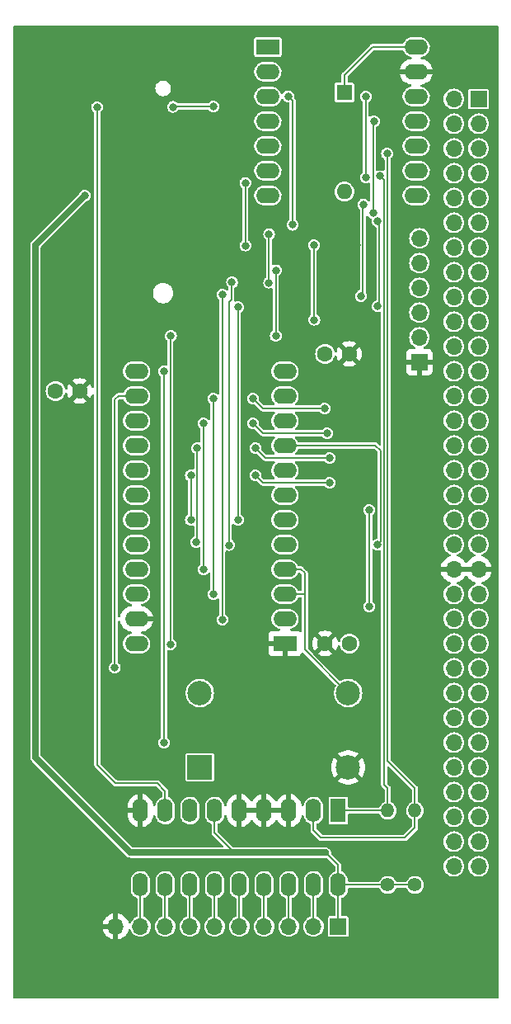
<source format=gbl>
G04 #@! TF.GenerationSoftware,KiCad,Pcbnew,(7.0.0)*
G04 #@! TF.CreationDate,2024-08-23T18:02:30-04:00*
G04 #@! TF.ProjectId,LB-68B50-01,4c422d36-3842-4353-902d-30312e6b6963,1*
G04 #@! TF.SameCoordinates,Original*
G04 #@! TF.FileFunction,Copper,L2,Bot*
G04 #@! TF.FilePolarity,Positive*
%FSLAX46Y46*%
G04 Gerber Fmt 4.6, Leading zero omitted, Abs format (unit mm)*
G04 Created by KiCad (PCBNEW (7.0.0)) date 2024-08-23 18:02:30*
%MOMM*%
%LPD*%
G01*
G04 APERTURE LIST*
G04 #@! TA.AperFunction,ComponentPad*
%ADD10R,1.700000X1.700000*%
G04 #@! TD*
G04 #@! TA.AperFunction,ComponentPad*
%ADD11O,1.700000X1.700000*%
G04 #@! TD*
G04 #@! TA.AperFunction,ComponentPad*
%ADD12R,2.400000X1.600000*%
G04 #@! TD*
G04 #@! TA.AperFunction,ComponentPad*
%ADD13O,2.400000X1.600000*%
G04 #@! TD*
G04 #@! TA.AperFunction,ComponentPad*
%ADD14R,1.600000X2.400000*%
G04 #@! TD*
G04 #@! TA.AperFunction,ComponentPad*
%ADD15O,1.600000X2.400000*%
G04 #@! TD*
G04 #@! TA.AperFunction,ComponentPad*
%ADD16C,1.600000*%
G04 #@! TD*
G04 #@! TA.AperFunction,ComponentPad*
%ADD17R,1.600000X1.600000*%
G04 #@! TD*
G04 #@! TA.AperFunction,ComponentPad*
%ADD18O,1.600000X1.600000*%
G04 #@! TD*
G04 #@! TA.AperFunction,ComponentPad*
%ADD19C,1.400000*%
G04 #@! TD*
G04 #@! TA.AperFunction,ComponentPad*
%ADD20O,1.400000X1.400000*%
G04 #@! TD*
G04 #@! TA.AperFunction,ComponentPad*
%ADD21R,2.500000X2.500000*%
G04 #@! TD*
G04 #@! TA.AperFunction,ComponentPad*
%ADD22C,2.500000*%
G04 #@! TD*
G04 #@! TA.AperFunction,ViaPad*
%ADD23C,0.800000*%
G04 #@! TD*
G04 #@! TA.AperFunction,Conductor*
%ADD24C,0.203200*%
G04 #@! TD*
G04 #@! TA.AperFunction,Conductor*
%ADD25C,0.635000*%
G04 #@! TD*
G04 APERTURE END LIST*
D10*
X173812199Y-81610199D03*
D11*
X173812199Y-79070199D03*
X173812199Y-76530199D03*
X173812199Y-73990199D03*
X173812199Y-71450199D03*
X173812199Y-68910199D03*
D10*
X179889999Y-54614999D03*
D11*
X177349999Y-54614999D03*
X179889999Y-57154999D03*
X177349999Y-57154999D03*
X179889999Y-59694999D03*
X177349999Y-59694999D03*
X179889999Y-62234999D03*
X177349999Y-62234999D03*
X179889999Y-64774999D03*
X177349999Y-64774999D03*
X179889999Y-67314999D03*
X177349999Y-67314999D03*
X179889999Y-69854999D03*
X177349999Y-69854999D03*
X179889999Y-72394999D03*
X177349999Y-72394999D03*
X179889999Y-74934999D03*
X177349999Y-74934999D03*
X179889999Y-77474999D03*
X177349999Y-77474999D03*
X179889999Y-80014999D03*
X177349999Y-80014999D03*
X179889999Y-82554999D03*
X177349999Y-82554999D03*
X179889999Y-85094999D03*
X177349999Y-85094999D03*
X179889999Y-87634999D03*
X177349999Y-87634999D03*
X179889999Y-90174999D03*
X177349999Y-90174999D03*
X179889999Y-92714999D03*
X177349999Y-92714999D03*
X179889999Y-95254999D03*
X177349999Y-95254999D03*
X179889999Y-97794999D03*
X177349999Y-97794999D03*
X179889999Y-100334999D03*
X177349999Y-100334999D03*
X179889999Y-102874999D03*
X177349999Y-102874999D03*
X179889999Y-105414999D03*
X177349999Y-105414999D03*
X179889999Y-107954999D03*
X177349999Y-107954999D03*
X179889999Y-110494999D03*
X177349999Y-110494999D03*
X179889999Y-113034999D03*
X177349999Y-113034999D03*
X179889999Y-115574999D03*
X177349999Y-115574999D03*
X179889999Y-118114999D03*
X177349999Y-118114999D03*
X179889999Y-120654999D03*
X177349999Y-120654999D03*
X179889999Y-123194999D03*
X177349999Y-123194999D03*
X179889999Y-125734999D03*
X177349999Y-125734999D03*
X179889999Y-128274999D03*
X177349999Y-128274999D03*
X179889999Y-130814999D03*
X177349999Y-130814999D03*
X179889999Y-133354999D03*
X177349999Y-133354999D03*
D12*
X159999999Y-110494999D03*
D13*
X159999999Y-107954999D03*
X159999999Y-105414999D03*
X159999999Y-102874999D03*
X159999999Y-100334999D03*
X159999999Y-97794999D03*
X159999999Y-95254999D03*
X159999999Y-92714999D03*
X159999999Y-90174999D03*
X159999999Y-87634999D03*
X159999999Y-85094999D03*
X159999999Y-82554999D03*
X144759999Y-82554999D03*
X144759999Y-85094999D03*
X144759999Y-87634999D03*
X144759999Y-90174999D03*
X144759999Y-92714999D03*
X144759999Y-95254999D03*
X144759999Y-97794999D03*
X144759999Y-100334999D03*
X144759999Y-102874999D03*
X144759999Y-105414999D03*
X144759999Y-107954999D03*
X144759999Y-110494999D03*
D14*
X165470999Y-127619999D03*
D15*
X162930999Y-127619999D03*
X160390999Y-127619999D03*
X157850999Y-127619999D03*
X155310999Y-127619999D03*
X152770999Y-127619999D03*
X150230999Y-127619999D03*
X147690999Y-127619999D03*
X145150999Y-127619999D03*
X145150999Y-135239999D03*
X147690999Y-135239999D03*
X150230999Y-135239999D03*
X152770999Y-135239999D03*
X155310999Y-135239999D03*
X157850999Y-135239999D03*
X160390999Y-135239999D03*
X162930999Y-135239999D03*
X165470999Y-135239999D03*
D12*
X158241999Y-49275999D03*
D13*
X158241999Y-51815999D03*
X158241999Y-54355999D03*
X158241999Y-56895999D03*
X158241999Y-59435999D03*
X158241999Y-61975999D03*
X158241999Y-64515999D03*
X173481999Y-64515999D03*
X173481999Y-61975999D03*
X173481999Y-59435999D03*
X173481999Y-56895999D03*
X173481999Y-54355999D03*
X173481999Y-51815999D03*
X173481999Y-49275999D03*
D16*
X164124000Y-110490000D03*
X166624000Y-110490000D03*
X138918000Y-84582000D03*
X136418000Y-84582000D03*
D17*
X166115999Y-53949599D03*
D18*
X166115999Y-64109599D03*
D19*
X170561000Y-135255000D03*
D20*
X170560999Y-127634999D03*
D10*
X165475999Y-139515999D03*
D11*
X162935999Y-139515999D03*
X160395999Y-139515999D03*
X157855999Y-139515999D03*
X155315999Y-139515999D03*
X152775999Y-139515999D03*
X150235999Y-139515999D03*
X147695999Y-139515999D03*
X145155999Y-139515999D03*
X142615999Y-139515999D03*
D21*
X151256999Y-123189999D03*
D22*
X166497000Y-123190000D03*
X166497000Y-115570000D03*
X151257000Y-115570000D03*
D19*
X173355000Y-135255000D03*
D20*
X173354999Y-127634999D03*
D16*
X166604000Y-80772000D03*
X164104000Y-80772000D03*
D23*
X140690600Y-55448200D03*
X148488400Y-55422800D03*
X154559000Y-73406000D03*
X154254200Y-100380800D03*
X153568400Y-74676000D03*
X153568400Y-108026200D03*
X155175500Y-75971400D03*
X155175500Y-97790000D03*
X168046400Y-65430400D03*
X167792400Y-74828400D03*
X169526500Y-67146614D03*
X169526500Y-75871900D03*
X162966400Y-69596000D03*
X163017200Y-77266800D03*
X155930600Y-69646800D03*
X155930600Y-63220600D03*
X167360600Y-69570600D03*
X158369000Y-73456800D03*
X158369000Y-68478400D03*
X159054800Y-78917800D03*
X159054800Y-72186800D03*
X148285200Y-78917800D03*
X148227500Y-110566200D03*
X169786702Y-62532559D03*
X170484800Y-60223400D03*
X160782000Y-67513200D03*
X169055511Y-66319400D03*
X168300400Y-62636400D03*
X151638000Y-59436000D03*
X151892000Y-67056000D03*
X150331000Y-93218000D03*
X156972000Y-93218000D03*
X150331000Y-97790000D03*
X164592000Y-93980000D03*
X150984500Y-90424000D03*
X156972000Y-90424000D03*
X150876000Y-100076000D03*
X164592000Y-91440000D03*
X156718000Y-85344000D03*
X152654000Y-105410000D03*
X164084000Y-86360000D03*
X152654000Y-85344000D03*
X151638000Y-87884000D03*
X164338000Y-88900000D03*
X151638000Y-102870000D03*
X156718000Y-87884000D03*
X168656000Y-106680000D03*
X168656000Y-96774000D03*
X142519400Y-112953800D03*
X147574000Y-120650000D03*
X147574000Y-82550000D03*
X168300400Y-54356000D03*
X139446000Y-64516000D03*
X160324800Y-54330600D03*
X169164000Y-56896000D03*
X169526500Y-100330000D03*
X152654000Y-55372000D03*
D24*
X140716000Y-55473600D02*
X140690600Y-55448200D01*
X140716000Y-58928000D02*
X140716000Y-55473600D01*
X148539200Y-55372000D02*
X152654000Y-55372000D01*
X148488400Y-55422800D02*
X148539200Y-55372000D01*
X148437600Y-55372000D02*
X148488400Y-55422800D01*
X154508200Y-73456800D02*
X154559000Y-73406000D01*
X154508200Y-75184000D02*
X154508200Y-73456800D01*
X154254200Y-75438000D02*
X154508200Y-75184000D01*
X154254200Y-100380800D02*
X154254200Y-75438000D01*
X153568400Y-108026200D02*
X153568400Y-74676000D01*
X155175500Y-97790000D02*
X155175500Y-75971400D01*
X168014600Y-74606200D02*
X168014600Y-65462200D01*
X167792400Y-74828400D02*
X168014600Y-74606200D01*
X168014600Y-65462200D02*
X168046400Y-65430400D01*
X169709511Y-75688889D02*
X169709511Y-67329625D01*
X169526500Y-75871900D02*
X169709511Y-75688889D01*
X169709511Y-67329625D02*
X169526500Y-67146614D01*
X162966400Y-77216000D02*
X163017200Y-77266800D01*
X162966400Y-69596000D02*
X162966400Y-77216000D01*
X155930600Y-69646800D02*
X155930600Y-63220600D01*
X158369000Y-73456800D02*
X158369000Y-68478400D01*
X159054800Y-72186800D02*
X159054800Y-78917800D01*
X148227500Y-78975500D02*
X148285200Y-78917800D01*
X148227500Y-110566200D02*
X148227500Y-78975500D01*
X170180000Y-62925857D02*
X169786702Y-62532559D01*
X170180000Y-124968000D02*
X170180000Y-62925857D01*
X170535120Y-60273720D02*
X170484800Y-60223400D01*
X170535120Y-122529120D02*
X170535120Y-60273720D01*
X160782000Y-54787800D02*
X160782000Y-67513200D01*
X169055511Y-66319400D02*
X169055511Y-57004489D01*
X168300400Y-62636400D02*
X168300400Y-54356000D01*
X166116000Y-52146200D02*
X166116000Y-53949600D01*
X168986200Y-49276000D02*
X166116000Y-52146200D01*
X173482000Y-49276000D02*
X168986200Y-49276000D01*
X150331000Y-93218000D02*
X150331000Y-97790000D01*
X157734000Y-93980000D02*
X156972000Y-93218000D01*
X164592000Y-93980000D02*
X157734000Y-93980000D01*
X150984500Y-99967500D02*
X150876000Y-100076000D01*
X157988000Y-91440000D02*
X156972000Y-90424000D01*
X150984500Y-90424000D02*
X150984500Y-99967500D01*
X164592000Y-91440000D02*
X157988000Y-91440000D01*
X157734000Y-86360000D02*
X156718000Y-85344000D01*
X152654000Y-85344000D02*
X152654000Y-105410000D01*
X164084000Y-86360000D02*
X157734000Y-86360000D01*
X157734000Y-88900000D02*
X156718000Y-87884000D01*
X151638000Y-87884000D02*
X151638000Y-102870000D01*
X164338000Y-88900000D02*
X157734000Y-88900000D01*
X168656000Y-106680000D02*
X168656000Y-96774000D01*
X142519400Y-85471000D02*
X142519400Y-112953800D01*
X144760000Y-85095000D02*
X142895400Y-85095000D01*
X142895400Y-85095000D02*
X142519400Y-85471000D01*
X147574000Y-120650000D02*
X147574000Y-82550000D01*
D25*
X154813000Y-131953000D02*
X164211000Y-131953000D01*
D24*
X165471000Y-135240000D02*
X170546000Y-135240000D01*
X164211000Y-131953000D02*
X165471000Y-133213000D01*
X165476000Y-139516000D02*
X165476000Y-135245000D01*
X173355000Y-135255000D02*
X170561000Y-135255000D01*
X152771000Y-129911000D02*
X154813000Y-131953000D01*
D25*
X134366000Y-69596000D02*
X134366000Y-122174000D01*
X154813000Y-131953000D02*
X144272000Y-131953000D01*
D24*
X152771000Y-127620000D02*
X152771000Y-129911000D01*
X165471000Y-133213000D02*
X165471000Y-135240000D01*
D25*
X134366000Y-122174000D02*
X144145000Y-131953000D01*
X139446000Y-64516000D02*
X134366000Y-69596000D01*
D24*
X162047000Y-105415000D02*
X162047000Y-111120000D01*
X160000000Y-102875000D02*
X161666000Y-102875000D01*
X162047000Y-105415000D02*
X160000000Y-105415000D01*
X162047000Y-111120000D02*
X166497000Y-115570000D01*
X162047000Y-105415000D02*
X162047000Y-103256000D01*
X161666000Y-102875000D02*
X162047000Y-103256000D01*
X160324800Y-54330600D02*
X160782000Y-54787800D01*
X169055511Y-57004489D02*
X169164000Y-56896000D01*
X169824880Y-100031620D02*
X169824880Y-90703880D01*
X169286000Y-90175000D02*
X160000000Y-90175000D01*
X169824880Y-90703880D02*
X169291000Y-90170000D01*
X169291000Y-90170000D02*
X169286000Y-90175000D01*
X169526500Y-100330000D02*
X169824880Y-100031620D01*
X162931000Y-127620000D02*
X162931000Y-129657000D01*
X162931000Y-129657000D02*
X163703000Y-130429000D01*
X170535120Y-122529120D02*
X173355000Y-125349000D01*
X172339000Y-130429000D02*
X173355000Y-129413000D01*
X163703000Y-130429000D02*
X172339000Y-130429000D01*
X173355000Y-125349000D02*
X173355000Y-127635000D01*
X173355000Y-129413000D02*
X173355000Y-127635000D01*
X170561000Y-125349000D02*
X170561000Y-127635000D01*
X165471000Y-127620000D02*
X170546000Y-127620000D01*
X170180000Y-124968000D02*
X170561000Y-125349000D01*
X146919000Y-124841000D02*
X147691000Y-125613000D01*
X140716000Y-122936000D02*
X142621000Y-124841000D01*
X147691000Y-127620000D02*
X147691000Y-125613000D01*
X140716000Y-122936000D02*
X140716000Y-58928000D01*
X146919000Y-124841000D02*
X142621000Y-124841000D01*
X162936000Y-139516000D02*
X162936000Y-135245000D01*
X160396000Y-139516000D02*
X160396000Y-135245000D01*
X157856000Y-139516000D02*
X157856000Y-135245000D01*
X155316000Y-139516000D02*
X155316000Y-135245000D01*
X152776000Y-139516000D02*
X152776000Y-135245000D01*
X150236000Y-139516000D02*
X150236000Y-135245000D01*
X147696000Y-139516000D02*
X147696000Y-135245000D01*
X145156000Y-139516000D02*
X145156000Y-135245000D01*
G04 #@! TA.AperFunction,Conductor*
G36*
X181861500Y-47092381D02*
G01*
X181907619Y-47138500D01*
X181924500Y-47201500D01*
X181924500Y-146798500D01*
X181907619Y-146861500D01*
X181861500Y-146907619D01*
X181798500Y-146924500D01*
X132206000Y-146924500D01*
X132143000Y-146907619D01*
X132096881Y-146861500D01*
X132080000Y-146798500D01*
X132080000Y-139772565D01*
X141282751Y-139772565D01*
X141282986Y-139783943D01*
X141325900Y-139953408D01*
X141329270Y-139963223D01*
X141415488Y-140159778D01*
X141420431Y-140168913D01*
X141537822Y-140348593D01*
X141544210Y-140356799D01*
X141689567Y-140514700D01*
X141697211Y-140521737D01*
X141866588Y-140653568D01*
X141875281Y-140659247D01*
X142064042Y-140761400D01*
X142073559Y-140765575D01*
X142276557Y-140835264D01*
X142286627Y-140837814D01*
X142348461Y-140848132D01*
X142359598Y-140847556D01*
X142362000Y-140836664D01*
X142870000Y-140836664D01*
X142872401Y-140847556D01*
X142883538Y-140848132D01*
X142945372Y-140837814D01*
X142955442Y-140835264D01*
X143158440Y-140765575D01*
X143167957Y-140761400D01*
X143356718Y-140659247D01*
X143365411Y-140653568D01*
X143534788Y-140521737D01*
X143542432Y-140514700D01*
X143687789Y-140356799D01*
X143694177Y-140348593D01*
X143811568Y-140168913D01*
X143816511Y-140159778D01*
X143902729Y-139963223D01*
X143906100Y-139953405D01*
X143922952Y-139886857D01*
X143954449Y-139830271D01*
X144009893Y-139796805D01*
X144074637Y-139795299D01*
X144131577Y-139826150D01*
X144165671Y-139881210D01*
X144175998Y-139915254D01*
X144176001Y-139915261D01*
X144177798Y-139921184D01*
X144275642Y-140104237D01*
X144407317Y-140264683D01*
X144567763Y-140396358D01*
X144750816Y-140494202D01*
X144949439Y-140554453D01*
X145156000Y-140574798D01*
X145362561Y-140554453D01*
X145561184Y-140494202D01*
X145744237Y-140396358D01*
X145904683Y-140264683D01*
X146036358Y-140104237D01*
X146134202Y-139921184D01*
X146194453Y-139722561D01*
X146214798Y-139516000D01*
X146637202Y-139516000D01*
X146637809Y-139522163D01*
X146656939Y-139716397D01*
X146656940Y-139716405D01*
X146657547Y-139722561D01*
X146659342Y-139728479D01*
X146659343Y-139728483D01*
X146680068Y-139796805D01*
X146717798Y-139921184D01*
X146815642Y-140104237D01*
X146947317Y-140264683D01*
X147107763Y-140396358D01*
X147290816Y-140494202D01*
X147489439Y-140554453D01*
X147696000Y-140574798D01*
X147902561Y-140554453D01*
X148101184Y-140494202D01*
X148284237Y-140396358D01*
X148444683Y-140264683D01*
X148576358Y-140104237D01*
X148674202Y-139921184D01*
X148734453Y-139722561D01*
X148754798Y-139516000D01*
X149177202Y-139516000D01*
X149177809Y-139522163D01*
X149196939Y-139716397D01*
X149196940Y-139716405D01*
X149197547Y-139722561D01*
X149199342Y-139728479D01*
X149199343Y-139728483D01*
X149220068Y-139796805D01*
X149257798Y-139921184D01*
X149355642Y-140104237D01*
X149487317Y-140264683D01*
X149647763Y-140396358D01*
X149830816Y-140494202D01*
X150029439Y-140554453D01*
X150236000Y-140574798D01*
X150442561Y-140554453D01*
X150641184Y-140494202D01*
X150824237Y-140396358D01*
X150984683Y-140264683D01*
X151116358Y-140104237D01*
X151214202Y-139921184D01*
X151274453Y-139722561D01*
X151294798Y-139516000D01*
X151717202Y-139516000D01*
X151717809Y-139522163D01*
X151736939Y-139716397D01*
X151736940Y-139716405D01*
X151737547Y-139722561D01*
X151739342Y-139728479D01*
X151739343Y-139728483D01*
X151760068Y-139796805D01*
X151797798Y-139921184D01*
X151895642Y-140104237D01*
X152027317Y-140264683D01*
X152187763Y-140396358D01*
X152370816Y-140494202D01*
X152569439Y-140554453D01*
X152776000Y-140574798D01*
X152982561Y-140554453D01*
X153181184Y-140494202D01*
X153364237Y-140396358D01*
X153524683Y-140264683D01*
X153656358Y-140104237D01*
X153754202Y-139921184D01*
X153814453Y-139722561D01*
X153834798Y-139516000D01*
X154257202Y-139516000D01*
X154257809Y-139522163D01*
X154276939Y-139716397D01*
X154276940Y-139716405D01*
X154277547Y-139722561D01*
X154279342Y-139728479D01*
X154279343Y-139728483D01*
X154300068Y-139796805D01*
X154337798Y-139921184D01*
X154435642Y-140104237D01*
X154567317Y-140264683D01*
X154727763Y-140396358D01*
X154910816Y-140494202D01*
X155109439Y-140554453D01*
X155316000Y-140574798D01*
X155522561Y-140554453D01*
X155721184Y-140494202D01*
X155904237Y-140396358D01*
X156064683Y-140264683D01*
X156196358Y-140104237D01*
X156294202Y-139921184D01*
X156354453Y-139722561D01*
X156374798Y-139516000D01*
X156797202Y-139516000D01*
X156797809Y-139522163D01*
X156816939Y-139716397D01*
X156816940Y-139716405D01*
X156817547Y-139722561D01*
X156819342Y-139728479D01*
X156819343Y-139728483D01*
X156840068Y-139796805D01*
X156877798Y-139921184D01*
X156975642Y-140104237D01*
X157107317Y-140264683D01*
X157267763Y-140396358D01*
X157450816Y-140494202D01*
X157649439Y-140554453D01*
X157856000Y-140574798D01*
X158062561Y-140554453D01*
X158261184Y-140494202D01*
X158444237Y-140396358D01*
X158604683Y-140264683D01*
X158736358Y-140104237D01*
X158834202Y-139921184D01*
X158894453Y-139722561D01*
X158914798Y-139516000D01*
X159337202Y-139516000D01*
X159337809Y-139522163D01*
X159356939Y-139716397D01*
X159356940Y-139716405D01*
X159357547Y-139722561D01*
X159359342Y-139728479D01*
X159359343Y-139728483D01*
X159380068Y-139796805D01*
X159417798Y-139921184D01*
X159515642Y-140104237D01*
X159647317Y-140264683D01*
X159807763Y-140396358D01*
X159990816Y-140494202D01*
X160189439Y-140554453D01*
X160396000Y-140574798D01*
X160602561Y-140554453D01*
X160801184Y-140494202D01*
X160984237Y-140396358D01*
X161144683Y-140264683D01*
X161276358Y-140104237D01*
X161374202Y-139921184D01*
X161434453Y-139722561D01*
X161454798Y-139516000D01*
X161877202Y-139516000D01*
X161877809Y-139522163D01*
X161896939Y-139716397D01*
X161896940Y-139716405D01*
X161897547Y-139722561D01*
X161899342Y-139728479D01*
X161899343Y-139728483D01*
X161920068Y-139796805D01*
X161957798Y-139921184D01*
X162055642Y-140104237D01*
X162187317Y-140264683D01*
X162347763Y-140396358D01*
X162530816Y-140494202D01*
X162729439Y-140554453D01*
X162936000Y-140574798D01*
X163142561Y-140554453D01*
X163341184Y-140494202D01*
X163524237Y-140396358D01*
X163684683Y-140264683D01*
X163816358Y-140104237D01*
X163914202Y-139921184D01*
X163974453Y-139722561D01*
X163994798Y-139516000D01*
X163974453Y-139309439D01*
X163914202Y-139110816D01*
X163816358Y-138927763D01*
X163684683Y-138767317D01*
X163582437Y-138683406D01*
X163529021Y-138639568D01*
X163529020Y-138639567D01*
X163524237Y-138635642D01*
X163455105Y-138598690D01*
X163346639Y-138540713D01*
X163346632Y-138540710D01*
X163341184Y-138537798D01*
X163335269Y-138536003D01*
X163335265Y-138536002D01*
X163330721Y-138534624D01*
X163284221Y-138508780D01*
X163252531Y-138466050D01*
X163241300Y-138414050D01*
X163241300Y-136683102D01*
X163251511Y-136633414D01*
X163280489Y-136591779D01*
X163323538Y-136564946D01*
X163369304Y-136547995D01*
X163369305Y-136547994D01*
X163375303Y-136545773D01*
X163548539Y-136437795D01*
X163696493Y-136297154D01*
X163813107Y-136129610D01*
X163893608Y-135942020D01*
X163934700Y-135742066D01*
X163934700Y-134789101D01*
X163919224Y-134636915D01*
X163858114Y-134442144D01*
X163759049Y-134263661D01*
X163679009Y-134170426D01*
X163630247Y-134113625D01*
X163630244Y-134113622D01*
X163626082Y-134108774D01*
X163464659Y-133983823D01*
X163458920Y-133981007D01*
X163458917Y-133981006D01*
X163287124Y-133896737D01*
X163287118Y-133896734D01*
X163281388Y-133893924D01*
X163083772Y-133842758D01*
X163077397Y-133842434D01*
X163077393Y-133842434D01*
X162886281Y-133832742D01*
X162886275Y-133832742D01*
X162879901Y-133832419D01*
X162873589Y-133833385D01*
X162873587Y-133833386D01*
X162684437Y-133862362D01*
X162684430Y-133862363D01*
X162678123Y-133863330D01*
X162672137Y-133865546D01*
X162672133Y-133865548D01*
X162492689Y-133932007D01*
X162492682Y-133932010D01*
X162486697Y-133934227D01*
X162481274Y-133937606D01*
X162481270Y-133937609D01*
X162318888Y-134038821D01*
X162318879Y-134038827D01*
X162313461Y-134042205D01*
X162308832Y-134046604D01*
X162308827Y-134046609D01*
X162170135Y-134178446D01*
X162170131Y-134178450D01*
X162165507Y-134182846D01*
X162161860Y-134188085D01*
X162161858Y-134188088D01*
X162052545Y-134345142D01*
X162052542Y-134345147D01*
X162048893Y-134350390D01*
X162046375Y-134356257D01*
X162046372Y-134356263D01*
X161970912Y-134532106D01*
X161970910Y-134532112D01*
X161968392Y-134537980D01*
X161967106Y-134544235D01*
X161967105Y-134544240D01*
X161928586Y-134731673D01*
X161928585Y-134731679D01*
X161927300Y-134737934D01*
X161927300Y-135690899D01*
X161927622Y-135694072D01*
X161927623Y-135694078D01*
X161942129Y-135836730D01*
X161942130Y-135836737D01*
X161942776Y-135843085D01*
X161944685Y-135849171D01*
X161944687Y-135849178D01*
X162001974Y-136031764D01*
X162001976Y-136031769D01*
X162003886Y-136037856D01*
X162102951Y-136216339D01*
X162167828Y-136291911D01*
X162231752Y-136366374D01*
X162231755Y-136366377D01*
X162235918Y-136371226D01*
X162397341Y-136496177D01*
X162560191Y-136576059D01*
X162611629Y-136622531D01*
X162630700Y-136689181D01*
X162630700Y-138414050D01*
X162619469Y-138466050D01*
X162587779Y-138508780D01*
X162541279Y-138534624D01*
X162536734Y-138536002D01*
X162536726Y-138536005D01*
X162530816Y-138537798D01*
X162525370Y-138540708D01*
X162525360Y-138540713D01*
X162353222Y-138632724D01*
X162347763Y-138635642D01*
X162342984Y-138639563D01*
X162342978Y-138639568D01*
X162192096Y-138763394D01*
X162192090Y-138763399D01*
X162187317Y-138767317D01*
X162183399Y-138772090D01*
X162183394Y-138772096D01*
X162059568Y-138922978D01*
X162059563Y-138922984D01*
X162055642Y-138927763D01*
X162052724Y-138933221D01*
X162052724Y-138933222D01*
X161960717Y-139105354D01*
X161960715Y-139105358D01*
X161957798Y-139110816D01*
X161956003Y-139116732D01*
X161956001Y-139116738D01*
X161899343Y-139303516D01*
X161899341Y-139303522D01*
X161897547Y-139309439D01*
X161896940Y-139315592D01*
X161896939Y-139315602D01*
X161877809Y-139509837D01*
X161877202Y-139516000D01*
X161454798Y-139516000D01*
X161434453Y-139309439D01*
X161374202Y-139110816D01*
X161276358Y-138927763D01*
X161144683Y-138767317D01*
X161042437Y-138683406D01*
X160989021Y-138639568D01*
X160989020Y-138639567D01*
X160984237Y-138635642D01*
X160915105Y-138598690D01*
X160806639Y-138540713D01*
X160806632Y-138540710D01*
X160801184Y-138537798D01*
X160795269Y-138536003D01*
X160795265Y-138536002D01*
X160790721Y-138534624D01*
X160744221Y-138508780D01*
X160712531Y-138466050D01*
X160701300Y-138414050D01*
X160701300Y-136683102D01*
X160711511Y-136633414D01*
X160740489Y-136591779D01*
X160783538Y-136564946D01*
X160829304Y-136547995D01*
X160829305Y-136547994D01*
X160835303Y-136545773D01*
X161008539Y-136437795D01*
X161156493Y-136297154D01*
X161273107Y-136129610D01*
X161353608Y-135942020D01*
X161394700Y-135742066D01*
X161394700Y-134789101D01*
X161379224Y-134636915D01*
X161318114Y-134442144D01*
X161219049Y-134263661D01*
X161139009Y-134170426D01*
X161090247Y-134113625D01*
X161090244Y-134113622D01*
X161086082Y-134108774D01*
X160924659Y-133983823D01*
X160918920Y-133981007D01*
X160918917Y-133981006D01*
X160747124Y-133896737D01*
X160747118Y-133896734D01*
X160741388Y-133893924D01*
X160543772Y-133842758D01*
X160537397Y-133842434D01*
X160537393Y-133842434D01*
X160346281Y-133832742D01*
X160346275Y-133832742D01*
X160339901Y-133832419D01*
X160333589Y-133833385D01*
X160333587Y-133833386D01*
X160144437Y-133862362D01*
X160144430Y-133862363D01*
X160138123Y-133863330D01*
X160132137Y-133865546D01*
X160132133Y-133865548D01*
X159952689Y-133932007D01*
X159952682Y-133932010D01*
X159946697Y-133934227D01*
X159941274Y-133937606D01*
X159941270Y-133937609D01*
X159778888Y-134038821D01*
X159778879Y-134038827D01*
X159773461Y-134042205D01*
X159768832Y-134046604D01*
X159768827Y-134046609D01*
X159630135Y-134178446D01*
X159630131Y-134178450D01*
X159625507Y-134182846D01*
X159621860Y-134188085D01*
X159621858Y-134188088D01*
X159512545Y-134345142D01*
X159512542Y-134345147D01*
X159508893Y-134350390D01*
X159506375Y-134356257D01*
X159506372Y-134356263D01*
X159430912Y-134532106D01*
X159430910Y-134532112D01*
X159428392Y-134537980D01*
X159427106Y-134544235D01*
X159427105Y-134544240D01*
X159388586Y-134731673D01*
X159388585Y-134731679D01*
X159387300Y-134737934D01*
X159387300Y-135690899D01*
X159387622Y-135694072D01*
X159387623Y-135694078D01*
X159402129Y-135836730D01*
X159402130Y-135836737D01*
X159402776Y-135843085D01*
X159404685Y-135849171D01*
X159404687Y-135849178D01*
X159461974Y-136031764D01*
X159461976Y-136031769D01*
X159463886Y-136037856D01*
X159562951Y-136216339D01*
X159627828Y-136291911D01*
X159691752Y-136366374D01*
X159691755Y-136366377D01*
X159695918Y-136371226D01*
X159857341Y-136496177D01*
X160020191Y-136576059D01*
X160071629Y-136622531D01*
X160090700Y-136689181D01*
X160090700Y-138414050D01*
X160079469Y-138466050D01*
X160047779Y-138508780D01*
X160001279Y-138534624D01*
X159996734Y-138536002D01*
X159996726Y-138536005D01*
X159990816Y-138537798D01*
X159985370Y-138540708D01*
X159985360Y-138540713D01*
X159813222Y-138632724D01*
X159807763Y-138635642D01*
X159802984Y-138639563D01*
X159802978Y-138639568D01*
X159652096Y-138763394D01*
X159652090Y-138763399D01*
X159647317Y-138767317D01*
X159643399Y-138772090D01*
X159643394Y-138772096D01*
X159519568Y-138922978D01*
X159519563Y-138922984D01*
X159515642Y-138927763D01*
X159512724Y-138933221D01*
X159512724Y-138933222D01*
X159420717Y-139105354D01*
X159420715Y-139105358D01*
X159417798Y-139110816D01*
X159416003Y-139116732D01*
X159416001Y-139116738D01*
X159359343Y-139303516D01*
X159359341Y-139303522D01*
X159357547Y-139309439D01*
X159356940Y-139315592D01*
X159356939Y-139315602D01*
X159337809Y-139509837D01*
X159337202Y-139516000D01*
X158914798Y-139516000D01*
X158894453Y-139309439D01*
X158834202Y-139110816D01*
X158736358Y-138927763D01*
X158604683Y-138767317D01*
X158502437Y-138683406D01*
X158449021Y-138639568D01*
X158449020Y-138639567D01*
X158444237Y-138635642D01*
X158375105Y-138598690D01*
X158266639Y-138540713D01*
X158266632Y-138540710D01*
X158261184Y-138537798D01*
X158255269Y-138536003D01*
X158255265Y-138536002D01*
X158250721Y-138534624D01*
X158204221Y-138508780D01*
X158172531Y-138466050D01*
X158161300Y-138414050D01*
X158161300Y-136683102D01*
X158171511Y-136633414D01*
X158200489Y-136591779D01*
X158243538Y-136564946D01*
X158289304Y-136547995D01*
X158289305Y-136547994D01*
X158295303Y-136545773D01*
X158468539Y-136437795D01*
X158616493Y-136297154D01*
X158733107Y-136129610D01*
X158813608Y-135942020D01*
X158854700Y-135742066D01*
X158854700Y-134789101D01*
X158839224Y-134636915D01*
X158778114Y-134442144D01*
X158679049Y-134263661D01*
X158599009Y-134170426D01*
X158550247Y-134113625D01*
X158550244Y-134113622D01*
X158546082Y-134108774D01*
X158384659Y-133983823D01*
X158378920Y-133981007D01*
X158378917Y-133981006D01*
X158207124Y-133896737D01*
X158207118Y-133896734D01*
X158201388Y-133893924D01*
X158003772Y-133842758D01*
X157997397Y-133842434D01*
X157997393Y-133842434D01*
X157806281Y-133832742D01*
X157806275Y-133832742D01*
X157799901Y-133832419D01*
X157793589Y-133833385D01*
X157793587Y-133833386D01*
X157604437Y-133862362D01*
X157604430Y-133862363D01*
X157598123Y-133863330D01*
X157592137Y-133865546D01*
X157592133Y-133865548D01*
X157412689Y-133932007D01*
X157412682Y-133932010D01*
X157406697Y-133934227D01*
X157401274Y-133937606D01*
X157401270Y-133937609D01*
X157238888Y-134038821D01*
X157238879Y-134038827D01*
X157233461Y-134042205D01*
X157228832Y-134046604D01*
X157228827Y-134046609D01*
X157090135Y-134178446D01*
X157090131Y-134178450D01*
X157085507Y-134182846D01*
X157081860Y-134188085D01*
X157081858Y-134188088D01*
X156972545Y-134345142D01*
X156972542Y-134345147D01*
X156968893Y-134350390D01*
X156966375Y-134356257D01*
X156966372Y-134356263D01*
X156890912Y-134532106D01*
X156890910Y-134532112D01*
X156888392Y-134537980D01*
X156887106Y-134544235D01*
X156887105Y-134544240D01*
X156848586Y-134731673D01*
X156848585Y-134731679D01*
X156847300Y-134737934D01*
X156847300Y-135690899D01*
X156847622Y-135694072D01*
X156847623Y-135694078D01*
X156862129Y-135836730D01*
X156862130Y-135836737D01*
X156862776Y-135843085D01*
X156864685Y-135849171D01*
X156864687Y-135849178D01*
X156921974Y-136031764D01*
X156921976Y-136031769D01*
X156923886Y-136037856D01*
X157022951Y-136216339D01*
X157087828Y-136291911D01*
X157151752Y-136366374D01*
X157151755Y-136366377D01*
X157155918Y-136371226D01*
X157317341Y-136496177D01*
X157480191Y-136576059D01*
X157531629Y-136622531D01*
X157550700Y-136689181D01*
X157550700Y-138414050D01*
X157539469Y-138466050D01*
X157507779Y-138508780D01*
X157461279Y-138534624D01*
X157456734Y-138536002D01*
X157456726Y-138536005D01*
X157450816Y-138537798D01*
X157445370Y-138540708D01*
X157445360Y-138540713D01*
X157273222Y-138632724D01*
X157267763Y-138635642D01*
X157262984Y-138639563D01*
X157262978Y-138639568D01*
X157112096Y-138763394D01*
X157112090Y-138763399D01*
X157107317Y-138767317D01*
X157103399Y-138772090D01*
X157103394Y-138772096D01*
X156979568Y-138922978D01*
X156979563Y-138922984D01*
X156975642Y-138927763D01*
X156972724Y-138933221D01*
X156972724Y-138933222D01*
X156880717Y-139105354D01*
X156880715Y-139105358D01*
X156877798Y-139110816D01*
X156876003Y-139116732D01*
X156876001Y-139116738D01*
X156819343Y-139303516D01*
X156819341Y-139303522D01*
X156817547Y-139309439D01*
X156816940Y-139315592D01*
X156816939Y-139315602D01*
X156797809Y-139509837D01*
X156797202Y-139516000D01*
X156374798Y-139516000D01*
X156354453Y-139309439D01*
X156294202Y-139110816D01*
X156196358Y-138927763D01*
X156064683Y-138767317D01*
X155962437Y-138683406D01*
X155909021Y-138639568D01*
X155909020Y-138639567D01*
X155904237Y-138635642D01*
X155835105Y-138598690D01*
X155726639Y-138540713D01*
X155726632Y-138540710D01*
X155721184Y-138537798D01*
X155715269Y-138536003D01*
X155715265Y-138536002D01*
X155710721Y-138534624D01*
X155664221Y-138508780D01*
X155632531Y-138466050D01*
X155621300Y-138414050D01*
X155621300Y-136683102D01*
X155631511Y-136633414D01*
X155660489Y-136591779D01*
X155703538Y-136564946D01*
X155749304Y-136547995D01*
X155749305Y-136547994D01*
X155755303Y-136545773D01*
X155928539Y-136437795D01*
X156076493Y-136297154D01*
X156193107Y-136129610D01*
X156273608Y-135942020D01*
X156314700Y-135742066D01*
X156314700Y-134789101D01*
X156299224Y-134636915D01*
X156238114Y-134442144D01*
X156139049Y-134263661D01*
X156059009Y-134170426D01*
X156010247Y-134113625D01*
X156010244Y-134113622D01*
X156006082Y-134108774D01*
X155844659Y-133983823D01*
X155838920Y-133981007D01*
X155838917Y-133981006D01*
X155667124Y-133896737D01*
X155667118Y-133896734D01*
X155661388Y-133893924D01*
X155463772Y-133842758D01*
X155457397Y-133842434D01*
X155457393Y-133842434D01*
X155266281Y-133832742D01*
X155266275Y-133832742D01*
X155259901Y-133832419D01*
X155253589Y-133833385D01*
X155253587Y-133833386D01*
X155064437Y-133862362D01*
X155064430Y-133862363D01*
X155058123Y-133863330D01*
X155052137Y-133865546D01*
X155052133Y-133865548D01*
X154872689Y-133932007D01*
X154872682Y-133932010D01*
X154866697Y-133934227D01*
X154861274Y-133937606D01*
X154861270Y-133937609D01*
X154698888Y-134038821D01*
X154698879Y-134038827D01*
X154693461Y-134042205D01*
X154688832Y-134046604D01*
X154688827Y-134046609D01*
X154550135Y-134178446D01*
X154550131Y-134178450D01*
X154545507Y-134182846D01*
X154541860Y-134188085D01*
X154541858Y-134188088D01*
X154432545Y-134345142D01*
X154432542Y-134345147D01*
X154428893Y-134350390D01*
X154426375Y-134356257D01*
X154426372Y-134356263D01*
X154350912Y-134532106D01*
X154350910Y-134532112D01*
X154348392Y-134537980D01*
X154347106Y-134544235D01*
X154347105Y-134544240D01*
X154308586Y-134731673D01*
X154308585Y-134731679D01*
X154307300Y-134737934D01*
X154307300Y-135690899D01*
X154307622Y-135694072D01*
X154307623Y-135694078D01*
X154322129Y-135836730D01*
X154322130Y-135836737D01*
X154322776Y-135843085D01*
X154324685Y-135849171D01*
X154324687Y-135849178D01*
X154381974Y-136031764D01*
X154381976Y-136031769D01*
X154383886Y-136037856D01*
X154482951Y-136216339D01*
X154547828Y-136291911D01*
X154611752Y-136366374D01*
X154611755Y-136366377D01*
X154615918Y-136371226D01*
X154777341Y-136496177D01*
X154940191Y-136576059D01*
X154991629Y-136622531D01*
X155010700Y-136689181D01*
X155010700Y-138414050D01*
X154999469Y-138466050D01*
X154967779Y-138508780D01*
X154921279Y-138534624D01*
X154916734Y-138536002D01*
X154916726Y-138536005D01*
X154910816Y-138537798D01*
X154905370Y-138540708D01*
X154905360Y-138540713D01*
X154733222Y-138632724D01*
X154727763Y-138635642D01*
X154722984Y-138639563D01*
X154722978Y-138639568D01*
X154572096Y-138763394D01*
X154572090Y-138763399D01*
X154567317Y-138767317D01*
X154563399Y-138772090D01*
X154563394Y-138772096D01*
X154439568Y-138922978D01*
X154439563Y-138922984D01*
X154435642Y-138927763D01*
X154432724Y-138933221D01*
X154432724Y-138933222D01*
X154340717Y-139105354D01*
X154340715Y-139105358D01*
X154337798Y-139110816D01*
X154336003Y-139116732D01*
X154336001Y-139116738D01*
X154279343Y-139303516D01*
X154279341Y-139303522D01*
X154277547Y-139309439D01*
X154276940Y-139315592D01*
X154276939Y-139315602D01*
X154257809Y-139509837D01*
X154257202Y-139516000D01*
X153834798Y-139516000D01*
X153814453Y-139309439D01*
X153754202Y-139110816D01*
X153656358Y-138927763D01*
X153524683Y-138767317D01*
X153422437Y-138683406D01*
X153369021Y-138639568D01*
X153369020Y-138639567D01*
X153364237Y-138635642D01*
X153295105Y-138598690D01*
X153186639Y-138540713D01*
X153186632Y-138540710D01*
X153181184Y-138537798D01*
X153175269Y-138536003D01*
X153175265Y-138536002D01*
X153170721Y-138534624D01*
X153124221Y-138508780D01*
X153092531Y-138466050D01*
X153081300Y-138414050D01*
X153081300Y-136683102D01*
X153091511Y-136633414D01*
X153120489Y-136591779D01*
X153163538Y-136564946D01*
X153209304Y-136547995D01*
X153209305Y-136547994D01*
X153215303Y-136545773D01*
X153388539Y-136437795D01*
X153536493Y-136297154D01*
X153653107Y-136129610D01*
X153733608Y-135942020D01*
X153774700Y-135742066D01*
X153774700Y-134789101D01*
X153759224Y-134636915D01*
X153698114Y-134442144D01*
X153599049Y-134263661D01*
X153519009Y-134170426D01*
X153470247Y-134113625D01*
X153470244Y-134113622D01*
X153466082Y-134108774D01*
X153304659Y-133983823D01*
X153298920Y-133981007D01*
X153298917Y-133981006D01*
X153127124Y-133896737D01*
X153127118Y-133896734D01*
X153121388Y-133893924D01*
X152923772Y-133842758D01*
X152917397Y-133842434D01*
X152917393Y-133842434D01*
X152726281Y-133832742D01*
X152726275Y-133832742D01*
X152719901Y-133832419D01*
X152713589Y-133833385D01*
X152713587Y-133833386D01*
X152524437Y-133862362D01*
X152524430Y-133862363D01*
X152518123Y-133863330D01*
X152512137Y-133865546D01*
X152512133Y-133865548D01*
X152332689Y-133932007D01*
X152332682Y-133932010D01*
X152326697Y-133934227D01*
X152321274Y-133937606D01*
X152321270Y-133937609D01*
X152158888Y-134038821D01*
X152158879Y-134038827D01*
X152153461Y-134042205D01*
X152148832Y-134046604D01*
X152148827Y-134046609D01*
X152010135Y-134178446D01*
X152010131Y-134178450D01*
X152005507Y-134182846D01*
X152001860Y-134188085D01*
X152001858Y-134188088D01*
X151892545Y-134345142D01*
X151892542Y-134345147D01*
X151888893Y-134350390D01*
X151886375Y-134356257D01*
X151886372Y-134356263D01*
X151810912Y-134532106D01*
X151810910Y-134532112D01*
X151808392Y-134537980D01*
X151807106Y-134544235D01*
X151807105Y-134544240D01*
X151768586Y-134731673D01*
X151768585Y-134731679D01*
X151767300Y-134737934D01*
X151767300Y-135690899D01*
X151767622Y-135694072D01*
X151767623Y-135694078D01*
X151782129Y-135836730D01*
X151782130Y-135836737D01*
X151782776Y-135843085D01*
X151784685Y-135849171D01*
X151784687Y-135849178D01*
X151841974Y-136031764D01*
X151841976Y-136031769D01*
X151843886Y-136037856D01*
X151942951Y-136216339D01*
X152007828Y-136291911D01*
X152071752Y-136366374D01*
X152071755Y-136366377D01*
X152075918Y-136371226D01*
X152237341Y-136496177D01*
X152400191Y-136576059D01*
X152451629Y-136622531D01*
X152470700Y-136689181D01*
X152470700Y-138414050D01*
X152459469Y-138466050D01*
X152427779Y-138508780D01*
X152381279Y-138534624D01*
X152376734Y-138536002D01*
X152376726Y-138536005D01*
X152370816Y-138537798D01*
X152365370Y-138540708D01*
X152365360Y-138540713D01*
X152193222Y-138632724D01*
X152187763Y-138635642D01*
X152182984Y-138639563D01*
X152182978Y-138639568D01*
X152032096Y-138763394D01*
X152032090Y-138763399D01*
X152027317Y-138767317D01*
X152023399Y-138772090D01*
X152023394Y-138772096D01*
X151899568Y-138922978D01*
X151899563Y-138922984D01*
X151895642Y-138927763D01*
X151892724Y-138933221D01*
X151892724Y-138933222D01*
X151800717Y-139105354D01*
X151800715Y-139105358D01*
X151797798Y-139110816D01*
X151796003Y-139116732D01*
X151796001Y-139116738D01*
X151739343Y-139303516D01*
X151739341Y-139303522D01*
X151737547Y-139309439D01*
X151736940Y-139315592D01*
X151736939Y-139315602D01*
X151717809Y-139509837D01*
X151717202Y-139516000D01*
X151294798Y-139516000D01*
X151274453Y-139309439D01*
X151214202Y-139110816D01*
X151116358Y-138927763D01*
X150984683Y-138767317D01*
X150882437Y-138683406D01*
X150829021Y-138639568D01*
X150829020Y-138639567D01*
X150824237Y-138635642D01*
X150755105Y-138598690D01*
X150646639Y-138540713D01*
X150646632Y-138540710D01*
X150641184Y-138537798D01*
X150635269Y-138536003D01*
X150635265Y-138536002D01*
X150630721Y-138534624D01*
X150584221Y-138508780D01*
X150552531Y-138466050D01*
X150541300Y-138414050D01*
X150541300Y-136683102D01*
X150551511Y-136633414D01*
X150580489Y-136591779D01*
X150623538Y-136564946D01*
X150669304Y-136547995D01*
X150669305Y-136547994D01*
X150675303Y-136545773D01*
X150848539Y-136437795D01*
X150996493Y-136297154D01*
X151113107Y-136129610D01*
X151193608Y-135942020D01*
X151234700Y-135742066D01*
X151234700Y-134789101D01*
X151219224Y-134636915D01*
X151158114Y-134442144D01*
X151059049Y-134263661D01*
X150979009Y-134170426D01*
X150930247Y-134113625D01*
X150930244Y-134113622D01*
X150926082Y-134108774D01*
X150764659Y-133983823D01*
X150758920Y-133981007D01*
X150758917Y-133981006D01*
X150587124Y-133896737D01*
X150587118Y-133896734D01*
X150581388Y-133893924D01*
X150383772Y-133842758D01*
X150377397Y-133842434D01*
X150377393Y-133842434D01*
X150186281Y-133832742D01*
X150186275Y-133832742D01*
X150179901Y-133832419D01*
X150173589Y-133833385D01*
X150173587Y-133833386D01*
X149984437Y-133862362D01*
X149984430Y-133862363D01*
X149978123Y-133863330D01*
X149972137Y-133865546D01*
X149972133Y-133865548D01*
X149792689Y-133932007D01*
X149792682Y-133932010D01*
X149786697Y-133934227D01*
X149781274Y-133937606D01*
X149781270Y-133937609D01*
X149618888Y-134038821D01*
X149618879Y-134038827D01*
X149613461Y-134042205D01*
X149608832Y-134046604D01*
X149608827Y-134046609D01*
X149470135Y-134178446D01*
X149470131Y-134178450D01*
X149465507Y-134182846D01*
X149461860Y-134188085D01*
X149461858Y-134188088D01*
X149352545Y-134345142D01*
X149352542Y-134345147D01*
X149348893Y-134350390D01*
X149346375Y-134356257D01*
X149346372Y-134356263D01*
X149270912Y-134532106D01*
X149270910Y-134532112D01*
X149268392Y-134537980D01*
X149267106Y-134544235D01*
X149267105Y-134544240D01*
X149228586Y-134731673D01*
X149228585Y-134731679D01*
X149227300Y-134737934D01*
X149227300Y-135690899D01*
X149227622Y-135694072D01*
X149227623Y-135694078D01*
X149242129Y-135836730D01*
X149242130Y-135836737D01*
X149242776Y-135843085D01*
X149244685Y-135849171D01*
X149244687Y-135849178D01*
X149301974Y-136031764D01*
X149301976Y-136031769D01*
X149303886Y-136037856D01*
X149402951Y-136216339D01*
X149467828Y-136291911D01*
X149531752Y-136366374D01*
X149531755Y-136366377D01*
X149535918Y-136371226D01*
X149697341Y-136496177D01*
X149860191Y-136576059D01*
X149911629Y-136622531D01*
X149930700Y-136689181D01*
X149930700Y-138414050D01*
X149919469Y-138466050D01*
X149887779Y-138508780D01*
X149841279Y-138534624D01*
X149836734Y-138536002D01*
X149836726Y-138536005D01*
X149830816Y-138537798D01*
X149825370Y-138540708D01*
X149825360Y-138540713D01*
X149653222Y-138632724D01*
X149647763Y-138635642D01*
X149642984Y-138639563D01*
X149642978Y-138639568D01*
X149492096Y-138763394D01*
X149492090Y-138763399D01*
X149487317Y-138767317D01*
X149483399Y-138772090D01*
X149483394Y-138772096D01*
X149359568Y-138922978D01*
X149359563Y-138922984D01*
X149355642Y-138927763D01*
X149352724Y-138933221D01*
X149352724Y-138933222D01*
X149260717Y-139105354D01*
X149260715Y-139105358D01*
X149257798Y-139110816D01*
X149256003Y-139116732D01*
X149256001Y-139116738D01*
X149199343Y-139303516D01*
X149199341Y-139303522D01*
X149197547Y-139309439D01*
X149196940Y-139315592D01*
X149196939Y-139315602D01*
X149177809Y-139509837D01*
X149177202Y-139516000D01*
X148754798Y-139516000D01*
X148734453Y-139309439D01*
X148674202Y-139110816D01*
X148576358Y-138927763D01*
X148444683Y-138767317D01*
X148342437Y-138683406D01*
X148289021Y-138639568D01*
X148289020Y-138639567D01*
X148284237Y-138635642D01*
X148215105Y-138598690D01*
X148106639Y-138540713D01*
X148106632Y-138540710D01*
X148101184Y-138537798D01*
X148095269Y-138536003D01*
X148095265Y-138536002D01*
X148090721Y-138534624D01*
X148044221Y-138508780D01*
X148012531Y-138466050D01*
X148001300Y-138414050D01*
X148001300Y-136683102D01*
X148011511Y-136633414D01*
X148040489Y-136591779D01*
X148083538Y-136564946D01*
X148129304Y-136547995D01*
X148129305Y-136547994D01*
X148135303Y-136545773D01*
X148308539Y-136437795D01*
X148456493Y-136297154D01*
X148573107Y-136129610D01*
X148653608Y-135942020D01*
X148694700Y-135742066D01*
X148694700Y-134789101D01*
X148679224Y-134636915D01*
X148618114Y-134442144D01*
X148519049Y-134263661D01*
X148439009Y-134170426D01*
X148390247Y-134113625D01*
X148390244Y-134113622D01*
X148386082Y-134108774D01*
X148224659Y-133983823D01*
X148218920Y-133981007D01*
X148218917Y-133981006D01*
X148047124Y-133896737D01*
X148047118Y-133896734D01*
X148041388Y-133893924D01*
X147843772Y-133842758D01*
X147837397Y-133842434D01*
X147837393Y-133842434D01*
X147646281Y-133832742D01*
X147646275Y-133832742D01*
X147639901Y-133832419D01*
X147633589Y-133833385D01*
X147633587Y-133833386D01*
X147444437Y-133862362D01*
X147444430Y-133862363D01*
X147438123Y-133863330D01*
X147432137Y-133865546D01*
X147432133Y-133865548D01*
X147252689Y-133932007D01*
X147252682Y-133932010D01*
X147246697Y-133934227D01*
X147241274Y-133937606D01*
X147241270Y-133937609D01*
X147078888Y-134038821D01*
X147078879Y-134038827D01*
X147073461Y-134042205D01*
X147068832Y-134046604D01*
X147068827Y-134046609D01*
X146930135Y-134178446D01*
X146930131Y-134178450D01*
X146925507Y-134182846D01*
X146921860Y-134188085D01*
X146921858Y-134188088D01*
X146812545Y-134345142D01*
X146812542Y-134345147D01*
X146808893Y-134350390D01*
X146806375Y-134356257D01*
X146806372Y-134356263D01*
X146730912Y-134532106D01*
X146730910Y-134532112D01*
X146728392Y-134537980D01*
X146727106Y-134544235D01*
X146727105Y-134544240D01*
X146688586Y-134731673D01*
X146688585Y-134731679D01*
X146687300Y-134737934D01*
X146687300Y-135690899D01*
X146687622Y-135694072D01*
X146687623Y-135694078D01*
X146702129Y-135836730D01*
X146702130Y-135836737D01*
X146702776Y-135843085D01*
X146704685Y-135849171D01*
X146704687Y-135849178D01*
X146761974Y-136031764D01*
X146761976Y-136031769D01*
X146763886Y-136037856D01*
X146862951Y-136216339D01*
X146927828Y-136291911D01*
X146991752Y-136366374D01*
X146991755Y-136366377D01*
X146995918Y-136371226D01*
X147157341Y-136496177D01*
X147320191Y-136576059D01*
X147371629Y-136622531D01*
X147390700Y-136689181D01*
X147390700Y-138414050D01*
X147379469Y-138466050D01*
X147347779Y-138508780D01*
X147301279Y-138534624D01*
X147296734Y-138536002D01*
X147296726Y-138536005D01*
X147290816Y-138537798D01*
X147285370Y-138540708D01*
X147285360Y-138540713D01*
X147113222Y-138632724D01*
X147107763Y-138635642D01*
X147102984Y-138639563D01*
X147102978Y-138639568D01*
X146952096Y-138763394D01*
X146952090Y-138763399D01*
X146947317Y-138767317D01*
X146943399Y-138772090D01*
X146943394Y-138772096D01*
X146819568Y-138922978D01*
X146819563Y-138922984D01*
X146815642Y-138927763D01*
X146812724Y-138933221D01*
X146812724Y-138933222D01*
X146720717Y-139105354D01*
X146720715Y-139105358D01*
X146717798Y-139110816D01*
X146716003Y-139116732D01*
X146716001Y-139116738D01*
X146659343Y-139303516D01*
X146659341Y-139303522D01*
X146657547Y-139309439D01*
X146656940Y-139315592D01*
X146656939Y-139315602D01*
X146637809Y-139509837D01*
X146637202Y-139516000D01*
X146214798Y-139516000D01*
X146194453Y-139309439D01*
X146134202Y-139110816D01*
X146036358Y-138927763D01*
X145904683Y-138767317D01*
X145802437Y-138683406D01*
X145749021Y-138639568D01*
X145749020Y-138639567D01*
X145744237Y-138635642D01*
X145675105Y-138598690D01*
X145566639Y-138540713D01*
X145566632Y-138540710D01*
X145561184Y-138537798D01*
X145555269Y-138536003D01*
X145555265Y-138536002D01*
X145550721Y-138534624D01*
X145504221Y-138508780D01*
X145472531Y-138466050D01*
X145461300Y-138414050D01*
X145461300Y-136683102D01*
X145471511Y-136633414D01*
X145500489Y-136591779D01*
X145543538Y-136564946D01*
X145589304Y-136547995D01*
X145589305Y-136547994D01*
X145595303Y-136545773D01*
X145768539Y-136437795D01*
X145916493Y-136297154D01*
X146033107Y-136129610D01*
X146113608Y-135942020D01*
X146154700Y-135742066D01*
X146154700Y-134789101D01*
X146139224Y-134636915D01*
X146078114Y-134442144D01*
X145979049Y-134263661D01*
X145899009Y-134170426D01*
X145850247Y-134113625D01*
X145850244Y-134113622D01*
X145846082Y-134108774D01*
X145684659Y-133983823D01*
X145678920Y-133981007D01*
X145678917Y-133981006D01*
X145507124Y-133896737D01*
X145507118Y-133896734D01*
X145501388Y-133893924D01*
X145303772Y-133842758D01*
X145297397Y-133842434D01*
X145297393Y-133842434D01*
X145106281Y-133832742D01*
X145106275Y-133832742D01*
X145099901Y-133832419D01*
X145093589Y-133833385D01*
X145093587Y-133833386D01*
X144904437Y-133862362D01*
X144904430Y-133862363D01*
X144898123Y-133863330D01*
X144892137Y-133865546D01*
X144892133Y-133865548D01*
X144712689Y-133932007D01*
X144712682Y-133932010D01*
X144706697Y-133934227D01*
X144701274Y-133937606D01*
X144701270Y-133937609D01*
X144538888Y-134038821D01*
X144538879Y-134038827D01*
X144533461Y-134042205D01*
X144528832Y-134046604D01*
X144528827Y-134046609D01*
X144390135Y-134178446D01*
X144390131Y-134178450D01*
X144385507Y-134182846D01*
X144381860Y-134188085D01*
X144381858Y-134188088D01*
X144272545Y-134345142D01*
X144272542Y-134345147D01*
X144268893Y-134350390D01*
X144266375Y-134356257D01*
X144266372Y-134356263D01*
X144190912Y-134532106D01*
X144190910Y-134532112D01*
X144188392Y-134537980D01*
X144187106Y-134544235D01*
X144187105Y-134544240D01*
X144148586Y-134731673D01*
X144148585Y-134731679D01*
X144147300Y-134737934D01*
X144147300Y-135690899D01*
X144147622Y-135694072D01*
X144147623Y-135694078D01*
X144162129Y-135836730D01*
X144162130Y-135836737D01*
X144162776Y-135843085D01*
X144164685Y-135849171D01*
X144164687Y-135849178D01*
X144221974Y-136031764D01*
X144221976Y-136031769D01*
X144223886Y-136037856D01*
X144322951Y-136216339D01*
X144387828Y-136291911D01*
X144451752Y-136366374D01*
X144451755Y-136366377D01*
X144455918Y-136371226D01*
X144617341Y-136496177D01*
X144780191Y-136576059D01*
X144831629Y-136622531D01*
X144850700Y-136689181D01*
X144850700Y-138414050D01*
X144839469Y-138466050D01*
X144807779Y-138508780D01*
X144761279Y-138534624D01*
X144756734Y-138536002D01*
X144756726Y-138536005D01*
X144750816Y-138537798D01*
X144745370Y-138540708D01*
X144745360Y-138540713D01*
X144573222Y-138632724D01*
X144567763Y-138635642D01*
X144562984Y-138639563D01*
X144562978Y-138639568D01*
X144412096Y-138763394D01*
X144412090Y-138763399D01*
X144407317Y-138767317D01*
X144403399Y-138772090D01*
X144403394Y-138772096D01*
X144279568Y-138922978D01*
X144279563Y-138922984D01*
X144275642Y-138927763D01*
X144272724Y-138933221D01*
X144272724Y-138933222D01*
X144180717Y-139105354D01*
X144180715Y-139105358D01*
X144177798Y-139110816D01*
X144176003Y-139116733D01*
X144175999Y-139116743D01*
X144165671Y-139150790D01*
X144131576Y-139205849D01*
X144074636Y-139236700D01*
X144009893Y-139235194D01*
X143954449Y-139201728D01*
X143922952Y-139145142D01*
X143906100Y-139078594D01*
X143902729Y-139068776D01*
X143816511Y-138872221D01*
X143811568Y-138863086D01*
X143694177Y-138683406D01*
X143687789Y-138675200D01*
X143542432Y-138517299D01*
X143534788Y-138510262D01*
X143365411Y-138378431D01*
X143356718Y-138372752D01*
X143167957Y-138270599D01*
X143158440Y-138266424D01*
X142955442Y-138196735D01*
X142945372Y-138194185D01*
X142883538Y-138183867D01*
X142872401Y-138184443D01*
X142870000Y-138195336D01*
X142870000Y-140836664D01*
X142362000Y-140836664D01*
X142362000Y-139786590D01*
X142358493Y-139773506D01*
X142345410Y-139770000D01*
X141293840Y-139770000D01*
X141282751Y-139772565D01*
X132080000Y-139772565D01*
X132080000Y-139259434D01*
X141282751Y-139259434D01*
X141293840Y-139262000D01*
X142345410Y-139262000D01*
X142358493Y-139258493D01*
X142362000Y-139245410D01*
X142362000Y-138195336D01*
X142359598Y-138184443D01*
X142348461Y-138183867D01*
X142286627Y-138194185D01*
X142276557Y-138196735D01*
X142073559Y-138266424D01*
X142064042Y-138270599D01*
X141875281Y-138372752D01*
X141866588Y-138378431D01*
X141697211Y-138510262D01*
X141689567Y-138517299D01*
X141544210Y-138675200D01*
X141537822Y-138683406D01*
X141420431Y-138863086D01*
X141415488Y-138872221D01*
X141329270Y-139068776D01*
X141325900Y-139078591D01*
X141282986Y-139248056D01*
X141282751Y-139259434D01*
X132080000Y-139259434D01*
X132080000Y-69613962D01*
X133840207Y-69613962D01*
X133841670Y-69622451D01*
X133841671Y-69622459D01*
X133842968Y-69629977D01*
X133844800Y-69651385D01*
X133844800Y-122162927D01*
X133844726Y-122167228D01*
X133842658Y-122227802D01*
X133844698Y-122236172D01*
X133851764Y-122265167D01*
X133854172Y-122277840D01*
X133858234Y-122307397D01*
X133858235Y-122307402D01*
X133859409Y-122315940D01*
X133862842Y-122323844D01*
X133862843Y-122323847D01*
X133865885Y-122330851D01*
X133872728Y-122351203D01*
X133874536Y-122358623D01*
X133874540Y-122358635D01*
X133876580Y-122367002D01*
X133880801Y-122374510D01*
X133880802Y-122374511D01*
X133895427Y-122400521D01*
X133901165Y-122412074D01*
X133913055Y-122439448D01*
X133913059Y-122439455D01*
X133916490Y-122447353D01*
X133921927Y-122454036D01*
X133926747Y-122459961D01*
X133938830Y-122477714D01*
X133946801Y-122491889D01*
X133952897Y-122497985D01*
X133973993Y-122519081D01*
X133982630Y-122528650D01*
X134006909Y-122558493D01*
X134013949Y-122563462D01*
X134013952Y-122563465D01*
X134020187Y-122567866D01*
X134036621Y-122581709D01*
X143801665Y-132346753D01*
X143805092Y-132349352D01*
X143805097Y-132349356D01*
X143880286Y-132406373D01*
X143887153Y-132411580D01*
X144020438Y-132464141D01*
X144162962Y-132478793D01*
X144178974Y-132476031D01*
X144200385Y-132474200D01*
X164246651Y-132474200D01*
X164246651Y-132475437D01*
X164292340Y-132482101D01*
X164337243Y-132511002D01*
X165128795Y-133302554D01*
X165156109Y-133343431D01*
X165165700Y-133391649D01*
X165165700Y-133795047D01*
X165155489Y-133844736D01*
X165126510Y-133886371D01*
X165083461Y-133913204D01*
X165032689Y-133932007D01*
X165032682Y-133932010D01*
X165026697Y-133934227D01*
X165021278Y-133937604D01*
X165021269Y-133937609D01*
X164858888Y-134038821D01*
X164858879Y-134038827D01*
X164853461Y-134042205D01*
X164848832Y-134046604D01*
X164848827Y-134046609D01*
X164710135Y-134178446D01*
X164710131Y-134178450D01*
X164705507Y-134182846D01*
X164701860Y-134188085D01*
X164701858Y-134188088D01*
X164592545Y-134345142D01*
X164592542Y-134345147D01*
X164588893Y-134350390D01*
X164586375Y-134356257D01*
X164586372Y-134356263D01*
X164510912Y-134532106D01*
X164510910Y-134532112D01*
X164508392Y-134537980D01*
X164507106Y-134544235D01*
X164507105Y-134544240D01*
X164468586Y-134731673D01*
X164468585Y-134731679D01*
X164467300Y-134737934D01*
X164467300Y-135690899D01*
X164467622Y-135694072D01*
X164467623Y-135694078D01*
X164482129Y-135836730D01*
X164482130Y-135836737D01*
X164482776Y-135843085D01*
X164484685Y-135849171D01*
X164484687Y-135849178D01*
X164541974Y-136031764D01*
X164541976Y-136031769D01*
X164543886Y-136037856D01*
X164642951Y-136216339D01*
X164707828Y-136291911D01*
X164771752Y-136366374D01*
X164771755Y-136366377D01*
X164775918Y-136371226D01*
X164937341Y-136496177D01*
X165100191Y-136576059D01*
X165151629Y-136622531D01*
X165170700Y-136689181D01*
X165170700Y-138336300D01*
X165153819Y-138399300D01*
X165107700Y-138445419D01*
X165044700Y-138462300D01*
X164605936Y-138462300D01*
X164599877Y-138463505D01*
X164599869Y-138463506D01*
X164558690Y-138471697D01*
X164558684Y-138471699D01*
X164546520Y-138474119D01*
X164536202Y-138481012D01*
X164536202Y-138481013D01*
X164489455Y-138512247D01*
X164489452Y-138512249D01*
X164479140Y-138519140D01*
X164472249Y-138529452D01*
X164472247Y-138529455D01*
X164441013Y-138576202D01*
X164434119Y-138586520D01*
X164431699Y-138598684D01*
X164431697Y-138598690D01*
X164423506Y-138639869D01*
X164423505Y-138639877D01*
X164422300Y-138645936D01*
X164422300Y-140386064D01*
X164423505Y-140392123D01*
X164423506Y-140392130D01*
X164431697Y-140433309D01*
X164431698Y-140433313D01*
X164434119Y-140445480D01*
X164479140Y-140512860D01*
X164546520Y-140557881D01*
X164558689Y-140560301D01*
X164558690Y-140560302D01*
X164578901Y-140564322D01*
X164605936Y-140569700D01*
X166339877Y-140569700D01*
X166346064Y-140569700D01*
X166405480Y-140557881D01*
X166472860Y-140512860D01*
X166517881Y-140445480D01*
X166529700Y-140386064D01*
X166529700Y-138645936D01*
X166517881Y-138586520D01*
X166472860Y-138519140D01*
X166405480Y-138474119D01*
X166393313Y-138471698D01*
X166393309Y-138471697D01*
X166352130Y-138463506D01*
X166352123Y-138463505D01*
X166346064Y-138462300D01*
X166339877Y-138462300D01*
X165907300Y-138462300D01*
X165844300Y-138445419D01*
X165798181Y-138399300D01*
X165781300Y-138336300D01*
X165781300Y-136683102D01*
X165791511Y-136633414D01*
X165820489Y-136591779D01*
X165863538Y-136564946D01*
X165909304Y-136547995D01*
X165909305Y-136547994D01*
X165915303Y-136545773D01*
X166088539Y-136437795D01*
X166236493Y-136297154D01*
X166353107Y-136129610D01*
X166433608Y-135942020D01*
X166474700Y-135742066D01*
X166474700Y-135671300D01*
X166491581Y-135608300D01*
X166537700Y-135562181D01*
X166600700Y-135545300D01*
X169614508Y-135545300D01*
X169661709Y-135554475D01*
X169702035Y-135580664D01*
X169729224Y-135619493D01*
X169730881Y-135624593D01*
X169825864Y-135789108D01*
X169830280Y-135794013D01*
X169830282Y-135794015D01*
X169879951Y-135849178D01*
X169952976Y-135930279D01*
X170106661Y-136041938D01*
X170280203Y-136119204D01*
X170466017Y-136158700D01*
X170649380Y-136158700D01*
X170655983Y-136158700D01*
X170841797Y-136119204D01*
X171015339Y-136041938D01*
X171169024Y-135930279D01*
X171296136Y-135789108D01*
X171391119Y-135624593D01*
X171392477Y-135625377D01*
X171413299Y-135595651D01*
X171453622Y-135569472D01*
X171500814Y-135560300D01*
X172415186Y-135560300D01*
X172462378Y-135569472D01*
X172502701Y-135595651D01*
X172523522Y-135625377D01*
X172524881Y-135624593D01*
X172619864Y-135789108D01*
X172624280Y-135794013D01*
X172624282Y-135794015D01*
X172673951Y-135849178D01*
X172746976Y-135930279D01*
X172900661Y-136041938D01*
X173074203Y-136119204D01*
X173260017Y-136158700D01*
X173443380Y-136158700D01*
X173449983Y-136158700D01*
X173635797Y-136119204D01*
X173809339Y-136041938D01*
X173963024Y-135930279D01*
X174090136Y-135789108D01*
X174185119Y-135624593D01*
X174243821Y-135443925D01*
X174263678Y-135255000D01*
X174243821Y-135066075D01*
X174185119Y-134885407D01*
X174090136Y-134720892D01*
X174085717Y-134715984D01*
X173967439Y-134584624D01*
X173967437Y-134584622D01*
X173963024Y-134579721D01*
X173809339Y-134468062D01*
X173635797Y-134390796D01*
X173629344Y-134389424D01*
X173629340Y-134389423D01*
X173456439Y-134352672D01*
X173456436Y-134352671D01*
X173449983Y-134351300D01*
X173260017Y-134351300D01*
X173253564Y-134352671D01*
X173253560Y-134352672D01*
X173080659Y-134389423D01*
X173080652Y-134389425D01*
X173074203Y-134390796D01*
X173068173Y-134393480D01*
X173068172Y-134393481D01*
X172906691Y-134465377D01*
X172906688Y-134465378D01*
X172900661Y-134468062D01*
X172895320Y-134471942D01*
X172895319Y-134471943D01*
X172752315Y-134575841D01*
X172752309Y-134575846D01*
X172746976Y-134579721D01*
X172742566Y-134584617D01*
X172742560Y-134584624D01*
X172624282Y-134715984D01*
X172624276Y-134715991D01*
X172619864Y-134720892D01*
X172616563Y-134726608D01*
X172616561Y-134726612D01*
X172524881Y-134885407D01*
X172523522Y-134884622D01*
X172502701Y-134914349D01*
X172462378Y-134940528D01*
X172415186Y-134949700D01*
X171500814Y-134949700D01*
X171453622Y-134940528D01*
X171413299Y-134914349D01*
X171392477Y-134884622D01*
X171391119Y-134885407D01*
X171296136Y-134720892D01*
X171291717Y-134715984D01*
X171173439Y-134584624D01*
X171173437Y-134584622D01*
X171169024Y-134579721D01*
X171015339Y-134468062D01*
X170841797Y-134390796D01*
X170835344Y-134389424D01*
X170835340Y-134389423D01*
X170662439Y-134352672D01*
X170662436Y-134352671D01*
X170655983Y-134351300D01*
X170466017Y-134351300D01*
X170459564Y-134352671D01*
X170459560Y-134352672D01*
X170286659Y-134389423D01*
X170286652Y-134389425D01*
X170280203Y-134390796D01*
X170274173Y-134393480D01*
X170274172Y-134393481D01*
X170112691Y-134465377D01*
X170112688Y-134465378D01*
X170106661Y-134468062D01*
X170101320Y-134471942D01*
X170101319Y-134471943D01*
X169958315Y-134575841D01*
X169958309Y-134575846D01*
X169952976Y-134579721D01*
X169948566Y-134584617D01*
X169948560Y-134584624D01*
X169830282Y-134715984D01*
X169830276Y-134715991D01*
X169825864Y-134720892D01*
X169822563Y-134726608D01*
X169822561Y-134726612D01*
X169738795Y-134871700D01*
X169692676Y-134917819D01*
X169629676Y-134934700D01*
X166600700Y-134934700D01*
X166537700Y-134917819D01*
X166491581Y-134871700D01*
X166474700Y-134808700D01*
X166474700Y-134792301D01*
X166474700Y-134789101D01*
X166459224Y-134636915D01*
X166398114Y-134442144D01*
X166299049Y-134263661D01*
X166219009Y-134170426D01*
X166170247Y-134113625D01*
X166170244Y-134113622D01*
X166166082Y-134108774D01*
X166004659Y-133983823D01*
X165998920Y-133981007D01*
X165998917Y-133981006D01*
X165846810Y-133906394D01*
X165795371Y-133859920D01*
X165776300Y-133793271D01*
X165776300Y-133355000D01*
X176291202Y-133355000D01*
X176291809Y-133361163D01*
X176310939Y-133555397D01*
X176310940Y-133555405D01*
X176311547Y-133561561D01*
X176371798Y-133760184D01*
X176469642Y-133943237D01*
X176601317Y-134103683D01*
X176761763Y-134235358D01*
X176944816Y-134333202D01*
X177143439Y-134393453D01*
X177350000Y-134413798D01*
X177556561Y-134393453D01*
X177755184Y-134333202D01*
X177938237Y-134235358D01*
X178098683Y-134103683D01*
X178230358Y-133943237D01*
X178328202Y-133760184D01*
X178388453Y-133561561D01*
X178408798Y-133355000D01*
X178831202Y-133355000D01*
X178831809Y-133361163D01*
X178850939Y-133555397D01*
X178850940Y-133555405D01*
X178851547Y-133561561D01*
X178911798Y-133760184D01*
X179009642Y-133943237D01*
X179141317Y-134103683D01*
X179301763Y-134235358D01*
X179484816Y-134333202D01*
X179683439Y-134393453D01*
X179890000Y-134413798D01*
X180096561Y-134393453D01*
X180295184Y-134333202D01*
X180478237Y-134235358D01*
X180638683Y-134103683D01*
X180770358Y-133943237D01*
X180868202Y-133760184D01*
X180928453Y-133561561D01*
X180948798Y-133355000D01*
X180928453Y-133148439D01*
X180868202Y-132949816D01*
X180770358Y-132766763D01*
X180638683Y-132606317D01*
X180478237Y-132474642D01*
X180295184Y-132376798D01*
X180289263Y-132375002D01*
X180289261Y-132375001D01*
X180102483Y-132318343D01*
X180102479Y-132318342D01*
X180096561Y-132316547D01*
X180090405Y-132315940D01*
X180090397Y-132315939D01*
X179896163Y-132296809D01*
X179890000Y-132296202D01*
X179883837Y-132296809D01*
X179689602Y-132315939D01*
X179689592Y-132315940D01*
X179683439Y-132316547D01*
X179677522Y-132318341D01*
X179677516Y-132318343D01*
X179490738Y-132375001D01*
X179490732Y-132375003D01*
X179484816Y-132376798D01*
X179479358Y-132379715D01*
X179479354Y-132379717D01*
X179307222Y-132471724D01*
X179301763Y-132474642D01*
X179296984Y-132478563D01*
X179296978Y-132478568D01*
X179146096Y-132602394D01*
X179146090Y-132602399D01*
X179141317Y-132606317D01*
X179137399Y-132611090D01*
X179137394Y-132611096D01*
X179013568Y-132761978D01*
X179013563Y-132761984D01*
X179009642Y-132766763D01*
X179006724Y-132772221D01*
X179006724Y-132772222D01*
X178914717Y-132944354D01*
X178914715Y-132944358D01*
X178911798Y-132949816D01*
X178910003Y-132955732D01*
X178910001Y-132955738D01*
X178853343Y-133142516D01*
X178853341Y-133142522D01*
X178851547Y-133148439D01*
X178850940Y-133154592D01*
X178850939Y-133154602D01*
X178832733Y-133339459D01*
X178831202Y-133355000D01*
X178408798Y-133355000D01*
X178388453Y-133148439D01*
X178328202Y-132949816D01*
X178230358Y-132766763D01*
X178098683Y-132606317D01*
X177938237Y-132474642D01*
X177755184Y-132376798D01*
X177749263Y-132375002D01*
X177749261Y-132375001D01*
X177562483Y-132318343D01*
X177562479Y-132318342D01*
X177556561Y-132316547D01*
X177550405Y-132315940D01*
X177550397Y-132315939D01*
X177356163Y-132296809D01*
X177350000Y-132296202D01*
X177343837Y-132296809D01*
X177149602Y-132315939D01*
X177149592Y-132315940D01*
X177143439Y-132316547D01*
X177137522Y-132318341D01*
X177137516Y-132318343D01*
X176950738Y-132375001D01*
X176950732Y-132375003D01*
X176944816Y-132376798D01*
X176939358Y-132379715D01*
X176939354Y-132379717D01*
X176767222Y-132471724D01*
X176761763Y-132474642D01*
X176756984Y-132478563D01*
X176756978Y-132478568D01*
X176606096Y-132602394D01*
X176606090Y-132602399D01*
X176601317Y-132606317D01*
X176597399Y-132611090D01*
X176597394Y-132611096D01*
X176473568Y-132761978D01*
X176473563Y-132761984D01*
X176469642Y-132766763D01*
X176466724Y-132772221D01*
X176466724Y-132772222D01*
X176374717Y-132944354D01*
X176374715Y-132944358D01*
X176371798Y-132949816D01*
X176370003Y-132955732D01*
X176370001Y-132955738D01*
X176313343Y-133142516D01*
X176313341Y-133142522D01*
X176311547Y-133148439D01*
X176310940Y-133154592D01*
X176310939Y-133154602D01*
X176292733Y-133339459D01*
X176291202Y-133355000D01*
X165776300Y-133355000D01*
X165776300Y-133265688D01*
X165776552Y-133262048D01*
X165778610Y-133255910D01*
X165776434Y-133208849D01*
X165776300Y-133203029D01*
X165776300Y-133190536D01*
X165776300Y-133184711D01*
X165775229Y-133178982D01*
X165775146Y-133178085D01*
X165774743Y-133172300D01*
X165773338Y-133141891D01*
X165768622Y-133131211D01*
X165766850Y-133123675D01*
X165765559Y-133119506D01*
X165762760Y-133112282D01*
X165760615Y-133100803D01*
X165746329Y-133077732D01*
X165738195Y-133062303D01*
X165727234Y-133037475D01*
X165718974Y-133029215D01*
X165714603Y-133022834D01*
X165711880Y-133019396D01*
X165706673Y-133013684D01*
X165700527Y-133003758D01*
X165678871Y-132987404D01*
X165665708Y-132975949D01*
X164768135Y-132078376D01*
X164739243Y-132033496D01*
X164731524Y-131980681D01*
X164735874Y-131917098D01*
X164706723Y-131776820D01*
X164640808Y-131649608D01*
X164543015Y-131544898D01*
X164535654Y-131540421D01*
X164535652Y-131540420D01*
X164427961Y-131474932D01*
X164420599Y-131470455D01*
X164412304Y-131468131D01*
X164412300Y-131468129D01*
X164290937Y-131434125D01*
X164290933Y-131434124D01*
X164282637Y-131431800D01*
X164274016Y-131431800D01*
X154775749Y-131431800D01*
X154727531Y-131422209D01*
X154686654Y-131394895D01*
X154106759Y-130815000D01*
X176291202Y-130815000D01*
X176291809Y-130821163D01*
X176310939Y-131015397D01*
X176310940Y-131015405D01*
X176311547Y-131021561D01*
X176371798Y-131220184D01*
X176469642Y-131403237D01*
X176473567Y-131408020D01*
X176473568Y-131408021D01*
X176585900Y-131544898D01*
X176601317Y-131563683D01*
X176761763Y-131695358D01*
X176944816Y-131793202D01*
X177143439Y-131853453D01*
X177350000Y-131873798D01*
X177556561Y-131853453D01*
X177755184Y-131793202D01*
X177938237Y-131695358D01*
X178098683Y-131563683D01*
X178230358Y-131403237D01*
X178328202Y-131220184D01*
X178388453Y-131021561D01*
X178408798Y-130815000D01*
X178831202Y-130815000D01*
X178831809Y-130821163D01*
X178850939Y-131015397D01*
X178850940Y-131015405D01*
X178851547Y-131021561D01*
X178911798Y-131220184D01*
X179009642Y-131403237D01*
X179013567Y-131408020D01*
X179013568Y-131408021D01*
X179125900Y-131544898D01*
X179141317Y-131563683D01*
X179301763Y-131695358D01*
X179484816Y-131793202D01*
X179683439Y-131853453D01*
X179890000Y-131873798D01*
X180096561Y-131853453D01*
X180295184Y-131793202D01*
X180478237Y-131695358D01*
X180638683Y-131563683D01*
X180770358Y-131403237D01*
X180868202Y-131220184D01*
X180928453Y-131021561D01*
X180948798Y-130815000D01*
X180928453Y-130608439D01*
X180868202Y-130409816D01*
X180770358Y-130226763D01*
X180638683Y-130066317D01*
X180563378Y-130004516D01*
X180483021Y-129938568D01*
X180483020Y-129938567D01*
X180478237Y-129934642D01*
X180295184Y-129836798D01*
X180289263Y-129835002D01*
X180289261Y-129835001D01*
X180102483Y-129778343D01*
X180102479Y-129778342D01*
X180096561Y-129776547D01*
X180090405Y-129775940D01*
X180090397Y-129775939D01*
X179896163Y-129756809D01*
X179890000Y-129756202D01*
X179883837Y-129756809D01*
X179689602Y-129775939D01*
X179689592Y-129775940D01*
X179683439Y-129776547D01*
X179677522Y-129778341D01*
X179677516Y-129778343D01*
X179490738Y-129835001D01*
X179490732Y-129835003D01*
X179484816Y-129836798D01*
X179479358Y-129839715D01*
X179479354Y-129839717D01*
X179307222Y-129931724D01*
X179301763Y-129934642D01*
X179296984Y-129938563D01*
X179296978Y-129938568D01*
X179146096Y-130062394D01*
X179146090Y-130062399D01*
X179141317Y-130066317D01*
X179137399Y-130071090D01*
X179137394Y-130071096D01*
X179013568Y-130221978D01*
X179013563Y-130221984D01*
X179009642Y-130226763D01*
X179006724Y-130232221D01*
X179006724Y-130232222D01*
X178914717Y-130404354D01*
X178914715Y-130404358D01*
X178911798Y-130409816D01*
X178910003Y-130415732D01*
X178910001Y-130415738D01*
X178853343Y-130602516D01*
X178853341Y-130602522D01*
X178851547Y-130608439D01*
X178850940Y-130614592D01*
X178850939Y-130614602D01*
X178838923Y-130736610D01*
X178831202Y-130815000D01*
X178408798Y-130815000D01*
X178388453Y-130608439D01*
X178328202Y-130409816D01*
X178230358Y-130226763D01*
X178098683Y-130066317D01*
X178023378Y-130004516D01*
X177943021Y-129938568D01*
X177943020Y-129938567D01*
X177938237Y-129934642D01*
X177755184Y-129836798D01*
X177749263Y-129835002D01*
X177749261Y-129835001D01*
X177562483Y-129778343D01*
X177562479Y-129778342D01*
X177556561Y-129776547D01*
X177550405Y-129775940D01*
X177550397Y-129775939D01*
X177356163Y-129756809D01*
X177350000Y-129756202D01*
X177343837Y-129756809D01*
X177149602Y-129775939D01*
X177149592Y-129775940D01*
X177143439Y-129776547D01*
X177137522Y-129778341D01*
X177137516Y-129778343D01*
X176950738Y-129835001D01*
X176950732Y-129835003D01*
X176944816Y-129836798D01*
X176939358Y-129839715D01*
X176939354Y-129839717D01*
X176767222Y-129931724D01*
X176761763Y-129934642D01*
X176756984Y-129938563D01*
X176756978Y-129938568D01*
X176606096Y-130062394D01*
X176606090Y-130062399D01*
X176601317Y-130066317D01*
X176597399Y-130071090D01*
X176597394Y-130071096D01*
X176473568Y-130221978D01*
X176473563Y-130221984D01*
X176469642Y-130226763D01*
X176466724Y-130232221D01*
X176466724Y-130232222D01*
X176374717Y-130404354D01*
X176374715Y-130404358D01*
X176371798Y-130409816D01*
X176370003Y-130415732D01*
X176370001Y-130415738D01*
X176313343Y-130602516D01*
X176313341Y-130602522D01*
X176311547Y-130608439D01*
X176310940Y-130614592D01*
X176310939Y-130614602D01*
X176298923Y-130736610D01*
X176291202Y-130815000D01*
X154106759Y-130815000D01*
X153113205Y-129821446D01*
X153085891Y-129780569D01*
X153076300Y-129732351D01*
X153076300Y-129064953D01*
X153086511Y-129015264D01*
X153115490Y-128973629D01*
X153158539Y-128946796D01*
X153215303Y-128925773D01*
X153388539Y-128817795D01*
X153536493Y-128677154D01*
X153653107Y-128509610D01*
X153733608Y-128322020D01*
X153763863Y-128174797D01*
X153797092Y-128112177D01*
X153858871Y-128077407D01*
X153929644Y-128081496D01*
X153987008Y-128123149D01*
X154012805Y-128189180D01*
X154017471Y-128242520D01*
X154019374Y-128253312D01*
X154075764Y-128463761D01*
X154079510Y-128474053D01*
X154171586Y-128671510D01*
X154177068Y-128681006D01*
X154302028Y-128859466D01*
X154309084Y-128867875D01*
X154463124Y-129021915D01*
X154471533Y-129028971D01*
X154649993Y-129153931D01*
X154659489Y-129159413D01*
X154856946Y-129251489D01*
X154867238Y-129255235D01*
X155042998Y-129302330D01*
X155054408Y-129302703D01*
X155057000Y-129291589D01*
X155565000Y-129291589D01*
X155567591Y-129302703D01*
X155579001Y-129302330D01*
X155754761Y-129255235D01*
X155765053Y-129251489D01*
X155962510Y-129159413D01*
X155972006Y-129153931D01*
X156150466Y-129028971D01*
X156158875Y-129021915D01*
X156312915Y-128867875D01*
X156319971Y-128859466D01*
X156444931Y-128681006D01*
X156450413Y-128671510D01*
X156466805Y-128636359D01*
X156513300Y-128583342D01*
X156581000Y-128563609D01*
X156648700Y-128583342D01*
X156695195Y-128636359D01*
X156711586Y-128671510D01*
X156717068Y-128681006D01*
X156842028Y-128859466D01*
X156849084Y-128867875D01*
X157003124Y-129021915D01*
X157011533Y-129028971D01*
X157189993Y-129153931D01*
X157199489Y-129159413D01*
X157396946Y-129251489D01*
X157407238Y-129255235D01*
X157582998Y-129302330D01*
X157594408Y-129302703D01*
X157597000Y-129291589D01*
X158105000Y-129291589D01*
X158107591Y-129302703D01*
X158119001Y-129302330D01*
X158294761Y-129255235D01*
X158305053Y-129251489D01*
X158502510Y-129159413D01*
X158512006Y-129153931D01*
X158690466Y-129028971D01*
X158698875Y-129021915D01*
X158852915Y-128867875D01*
X158859971Y-128859466D01*
X158984931Y-128681006D01*
X158990413Y-128671510D01*
X159006805Y-128636359D01*
X159053300Y-128583342D01*
X159121000Y-128563609D01*
X159188700Y-128583342D01*
X159235195Y-128636359D01*
X159251586Y-128671510D01*
X159257068Y-128681006D01*
X159382028Y-128859466D01*
X159389084Y-128867875D01*
X159543124Y-129021915D01*
X159551533Y-129028971D01*
X159729993Y-129153931D01*
X159739489Y-129159413D01*
X159936946Y-129251489D01*
X159947238Y-129255235D01*
X160122998Y-129302330D01*
X160134408Y-129302703D01*
X160137000Y-129291589D01*
X160137000Y-127890590D01*
X160133493Y-127877506D01*
X160120410Y-127874000D01*
X158121590Y-127874000D01*
X158108506Y-127877506D01*
X158105000Y-127890590D01*
X158105000Y-129291589D01*
X157597000Y-129291589D01*
X157597000Y-127890590D01*
X157593493Y-127877506D01*
X157580410Y-127874000D01*
X155581590Y-127874000D01*
X155568506Y-127877506D01*
X155565000Y-127890590D01*
X155565000Y-129291589D01*
X155057000Y-129291589D01*
X155057000Y-127349410D01*
X155565000Y-127349410D01*
X155568506Y-127362493D01*
X155581590Y-127366000D01*
X157580410Y-127366000D01*
X157593493Y-127362493D01*
X157597000Y-127349410D01*
X158105000Y-127349410D01*
X158108506Y-127362493D01*
X158121590Y-127366000D01*
X160120410Y-127366000D01*
X160133493Y-127362493D01*
X160137000Y-127349410D01*
X160137000Y-125948411D01*
X160134408Y-125937296D01*
X160122998Y-125937669D01*
X159947238Y-125984764D01*
X159936946Y-125988510D01*
X159739489Y-126080586D01*
X159729993Y-126086068D01*
X159551533Y-126211028D01*
X159543124Y-126218084D01*
X159389084Y-126372124D01*
X159382028Y-126380533D01*
X159257068Y-126558993D01*
X159251583Y-126568494D01*
X159235194Y-126603641D01*
X159188699Y-126656658D01*
X159121000Y-126676390D01*
X159053301Y-126656658D01*
X159006806Y-126603641D01*
X158990416Y-126568494D01*
X158984931Y-126558993D01*
X158859971Y-126380533D01*
X158852915Y-126372124D01*
X158698875Y-126218084D01*
X158690466Y-126211028D01*
X158512006Y-126086068D01*
X158502510Y-126080586D01*
X158305053Y-125988510D01*
X158294761Y-125984764D01*
X158119001Y-125937669D01*
X158107591Y-125937296D01*
X158105000Y-125948411D01*
X158105000Y-127349410D01*
X157597000Y-127349410D01*
X157597000Y-125948411D01*
X157594408Y-125937296D01*
X157582998Y-125937669D01*
X157407238Y-125984764D01*
X157396946Y-125988510D01*
X157199489Y-126080586D01*
X157189993Y-126086068D01*
X157011533Y-126211028D01*
X157003124Y-126218084D01*
X156849084Y-126372124D01*
X156842028Y-126380533D01*
X156717068Y-126558993D01*
X156711583Y-126568494D01*
X156695194Y-126603641D01*
X156648699Y-126656658D01*
X156581000Y-126676390D01*
X156513301Y-126656658D01*
X156466806Y-126603641D01*
X156450416Y-126568494D01*
X156444931Y-126558993D01*
X156319971Y-126380533D01*
X156312915Y-126372124D01*
X156158875Y-126218084D01*
X156150466Y-126211028D01*
X155972006Y-126086068D01*
X155962510Y-126080586D01*
X155765053Y-125988510D01*
X155754761Y-125984764D01*
X155579001Y-125937669D01*
X155567591Y-125937296D01*
X155565000Y-125948411D01*
X155565000Y-127349410D01*
X155057000Y-127349410D01*
X155057000Y-125948411D01*
X155054408Y-125937296D01*
X155042998Y-125937669D01*
X154867238Y-125984764D01*
X154856946Y-125988510D01*
X154659489Y-126080586D01*
X154649993Y-126086068D01*
X154471533Y-126211028D01*
X154463124Y-126218084D01*
X154309084Y-126372124D01*
X154302028Y-126380533D01*
X154177068Y-126558993D01*
X154171586Y-126568489D01*
X154079510Y-126765946D01*
X154075764Y-126776238D01*
X154019374Y-126986687D01*
X154017469Y-126997491D01*
X154013230Y-127045950D01*
X153993143Y-127103959D01*
X153948029Y-127145592D01*
X153888596Y-127160965D01*
X153828953Y-127146429D01*
X153783258Y-127105436D01*
X153762356Y-127047715D01*
X153759870Y-127023268D01*
X153759224Y-127016915D01*
X153698114Y-126822144D01*
X153599049Y-126643661D01*
X153519009Y-126550426D01*
X153470247Y-126493625D01*
X153470244Y-126493622D01*
X153466082Y-126488774D01*
X153304659Y-126363823D01*
X153298920Y-126361007D01*
X153298917Y-126361006D01*
X153127124Y-126276737D01*
X153127118Y-126276734D01*
X153121388Y-126273924D01*
X152944478Y-126228119D01*
X152929952Y-126224358D01*
X152929951Y-126224357D01*
X152923772Y-126222758D01*
X152917397Y-126222434D01*
X152917393Y-126222434D01*
X152726281Y-126212742D01*
X152726275Y-126212742D01*
X152719901Y-126212419D01*
X152713589Y-126213385D01*
X152713587Y-126213386D01*
X152524437Y-126242362D01*
X152524430Y-126242363D01*
X152518123Y-126243330D01*
X152512137Y-126245546D01*
X152512133Y-126245548D01*
X152332689Y-126312007D01*
X152332682Y-126312010D01*
X152326697Y-126314227D01*
X152321274Y-126317606D01*
X152321270Y-126317609D01*
X152158888Y-126418821D01*
X152158879Y-126418827D01*
X152153461Y-126422205D01*
X152148832Y-126426604D01*
X152148827Y-126426609D01*
X152010135Y-126558446D01*
X152010131Y-126558450D01*
X152005507Y-126562846D01*
X152001860Y-126568085D01*
X152001858Y-126568088D01*
X151892545Y-126725142D01*
X151892542Y-126725147D01*
X151888893Y-126730390D01*
X151886375Y-126736257D01*
X151886372Y-126736263D01*
X151810912Y-126912106D01*
X151810910Y-126912112D01*
X151808392Y-126917980D01*
X151807106Y-126924235D01*
X151807105Y-126924240D01*
X151768586Y-127111673D01*
X151768585Y-127111679D01*
X151767300Y-127117934D01*
X151767300Y-128070899D01*
X151767622Y-128074072D01*
X151767623Y-128074078D01*
X151782129Y-128216730D01*
X151782130Y-128216737D01*
X151782776Y-128223085D01*
X151784685Y-128229171D01*
X151784687Y-128229178D01*
X151841974Y-128411764D01*
X151841976Y-128411769D01*
X151843886Y-128417856D01*
X151846983Y-128423436D01*
X151846984Y-128423438D01*
X151882532Y-128487483D01*
X151942951Y-128596339D01*
X152007484Y-128671510D01*
X152071752Y-128746374D01*
X152071755Y-128746377D01*
X152075918Y-128751226D01*
X152237341Y-128876177D01*
X152243082Y-128878993D01*
X152395190Y-128953606D01*
X152446629Y-129000080D01*
X152465700Y-129066729D01*
X152465700Y-129858312D01*
X152465447Y-129861951D01*
X152463390Y-129868090D01*
X152463929Y-129879752D01*
X152463929Y-129879754D01*
X152465566Y-129915151D01*
X152465700Y-129920971D01*
X152465700Y-129939289D01*
X152466769Y-129945011D01*
X152466855Y-129945940D01*
X152467256Y-129951729D01*
X152468122Y-129970447D01*
X152468122Y-129970449D01*
X152468662Y-129982109D01*
X152473375Y-129992784D01*
X152475143Y-130000300D01*
X152476449Y-130004516D01*
X152479239Y-130011718D01*
X152481385Y-130023197D01*
X152487530Y-130033121D01*
X152487532Y-130033126D01*
X152495672Y-130046272D01*
X152503808Y-130061707D01*
X152514766Y-130086525D01*
X152523024Y-130094783D01*
X152527393Y-130101161D01*
X152530123Y-130104607D01*
X152535325Y-130110313D01*
X152541473Y-130120242D01*
X152563128Y-130136595D01*
X152576291Y-130148050D01*
X153644946Y-131216705D01*
X153675684Y-131266864D01*
X153680300Y-131325511D01*
X153657787Y-131379861D01*
X153613054Y-131418067D01*
X153555851Y-131431800D01*
X144413078Y-131431800D01*
X144364860Y-131422209D01*
X144323983Y-131394895D01*
X141003453Y-128074365D01*
X143843000Y-128074365D01*
X143843238Y-128079829D01*
X143857471Y-128242519D01*
X143859374Y-128253312D01*
X143915764Y-128463761D01*
X143919510Y-128474053D01*
X144011586Y-128671510D01*
X144017068Y-128681006D01*
X144142028Y-128859466D01*
X144149084Y-128867875D01*
X144303124Y-129021915D01*
X144311533Y-129028971D01*
X144489993Y-129153931D01*
X144499489Y-129159413D01*
X144696946Y-129251489D01*
X144707238Y-129255235D01*
X144882998Y-129302330D01*
X144894408Y-129302703D01*
X144897000Y-129291589D01*
X144897000Y-127890590D01*
X144893493Y-127877506D01*
X144880410Y-127874000D01*
X143859590Y-127874000D01*
X143846506Y-127877506D01*
X143843000Y-127890590D01*
X143843000Y-128074365D01*
X141003453Y-128074365D01*
X140278498Y-127349410D01*
X143843000Y-127349410D01*
X143846506Y-127362493D01*
X143859590Y-127366000D01*
X144880410Y-127366000D01*
X144893493Y-127362493D01*
X144897000Y-127349410D01*
X144897000Y-125948411D01*
X144894408Y-125937296D01*
X144882998Y-125937669D01*
X144707238Y-125984764D01*
X144696946Y-125988510D01*
X144499489Y-126080586D01*
X144489993Y-126086068D01*
X144311533Y-126211028D01*
X144303124Y-126218084D01*
X144149084Y-126372124D01*
X144142028Y-126380533D01*
X144017068Y-126558993D01*
X144011586Y-126568489D01*
X143919510Y-126765946D01*
X143915764Y-126776238D01*
X143859374Y-126986687D01*
X143857471Y-126997480D01*
X143843238Y-127160170D01*
X143843000Y-127165635D01*
X143843000Y-127349410D01*
X140278498Y-127349410D01*
X134924105Y-121995017D01*
X134896791Y-121954140D01*
X134887200Y-121905922D01*
X134887200Y-85668770D01*
X138193860Y-85668770D01*
X138201414Y-85677014D01*
X138256996Y-85715933D01*
X138266482Y-85721410D01*
X138463946Y-85813489D01*
X138474238Y-85817235D01*
X138684687Y-85873625D01*
X138695480Y-85875528D01*
X138912525Y-85894517D01*
X138923475Y-85894517D01*
X139140519Y-85875528D01*
X139151312Y-85873625D01*
X139361761Y-85817235D01*
X139372053Y-85813489D01*
X139569510Y-85721413D01*
X139579006Y-85715931D01*
X139634586Y-85677013D01*
X139642138Y-85668771D01*
X139636128Y-85659338D01*
X138929729Y-84952939D01*
X138917999Y-84946167D01*
X138906271Y-84952938D01*
X138199867Y-85659341D01*
X138193860Y-85668770D01*
X134887200Y-85668770D01*
X134887200Y-84582000D01*
X135409444Y-84582000D01*
X135410051Y-84588163D01*
X135428215Y-84772594D01*
X135428216Y-84772601D01*
X135428823Y-84778760D01*
X135430619Y-84784683D01*
X135430621Y-84784689D01*
X135484418Y-84962033D01*
X135484420Y-84962038D01*
X135486216Y-84967958D01*
X135489131Y-84973413D01*
X135489133Y-84973416D01*
X135517113Y-85025763D01*
X135579416Y-85142324D01*
X135583341Y-85147107D01*
X135583342Y-85147108D01*
X135677774Y-85262174D01*
X135704843Y-85295157D01*
X135857676Y-85420584D01*
X136032042Y-85513784D01*
X136221240Y-85571177D01*
X136418000Y-85590556D01*
X136614760Y-85571177D01*
X136803958Y-85513784D01*
X136978324Y-85420584D01*
X137131157Y-85295157D01*
X137256584Y-85142324D01*
X137349784Y-84967958D01*
X137390284Y-84834445D01*
X137424124Y-84779628D01*
X137480641Y-84748702D01*
X137545058Y-84749756D01*
X137600533Y-84782514D01*
X137632564Y-84838413D01*
X137682765Y-85025763D01*
X137686510Y-85036053D01*
X137778587Y-85233513D01*
X137784066Y-85243002D01*
X137822985Y-85298586D01*
X137831228Y-85306138D01*
X137840656Y-85300132D01*
X138547059Y-84593730D01*
X138553832Y-84581999D01*
X139282167Y-84581999D01*
X139288939Y-84593729D01*
X139995338Y-85300128D01*
X140004771Y-85306138D01*
X140013013Y-85298586D01*
X140051931Y-85243006D01*
X140057413Y-85233510D01*
X140149489Y-85036053D01*
X140153235Y-85025760D01*
X140162993Y-84989347D01*
X140191803Y-84936833D01*
X140241606Y-84903557D01*
X140301146Y-84897036D01*
X140356971Y-84918745D01*
X140396463Y-84963778D01*
X140410700Y-85021958D01*
X140410700Y-122883312D01*
X140410447Y-122886951D01*
X140408390Y-122893090D01*
X140408929Y-122904752D01*
X140408929Y-122904754D01*
X140410566Y-122940151D01*
X140410700Y-122945971D01*
X140410700Y-122964289D01*
X140411769Y-122970011D01*
X140411855Y-122970940D01*
X140412256Y-122976729D01*
X140413122Y-122995447D01*
X140413122Y-122995449D01*
X140413662Y-123007109D01*
X140418375Y-123017784D01*
X140420143Y-123025300D01*
X140421449Y-123029516D01*
X140424239Y-123036718D01*
X140426385Y-123048197D01*
X140432530Y-123058121D01*
X140432532Y-123058126D01*
X140440672Y-123071272D01*
X140448808Y-123086707D01*
X140459766Y-123111525D01*
X140468024Y-123119783D01*
X140472393Y-123126161D01*
X140475123Y-123129607D01*
X140480325Y-123135313D01*
X140486473Y-123145242D01*
X140508128Y-123161595D01*
X140521291Y-123173050D01*
X142367857Y-125019616D01*
X142370259Y-125022376D01*
X142373145Y-125028171D01*
X142405098Y-125057300D01*
X142407971Y-125059919D01*
X142412179Y-125063938D01*
X142425124Y-125076883D01*
X142429933Y-125080178D01*
X142430619Y-125080747D01*
X142435002Y-125084561D01*
X142457496Y-125105067D01*
X142468382Y-125109284D01*
X142474949Y-125113350D01*
X142478845Y-125115403D01*
X142485911Y-125118523D01*
X142495547Y-125125124D01*
X142506913Y-125127797D01*
X142521956Y-125131335D01*
X142538628Y-125136498D01*
X142553039Y-125142081D01*
X142553041Y-125142081D01*
X142563930Y-125146300D01*
X142575611Y-125146300D01*
X142583208Y-125147720D01*
X142587578Y-125148227D01*
X142595289Y-125148583D01*
X142606656Y-125151257D01*
X142633530Y-125147508D01*
X142650939Y-125146300D01*
X146740351Y-125146300D01*
X146788569Y-125155891D01*
X146829446Y-125183205D01*
X147348795Y-125702554D01*
X147376109Y-125743431D01*
X147385700Y-125791649D01*
X147385700Y-126175047D01*
X147375489Y-126224736D01*
X147346510Y-126266371D01*
X147303461Y-126293204D01*
X147252689Y-126312007D01*
X147252682Y-126312010D01*
X147246697Y-126314227D01*
X147241278Y-126317604D01*
X147241269Y-126317609D01*
X147078888Y-126418821D01*
X147078879Y-126418827D01*
X147073461Y-126422205D01*
X147068832Y-126426604D01*
X147068827Y-126426609D01*
X146930135Y-126558446D01*
X146930131Y-126558450D01*
X146925507Y-126562846D01*
X146921860Y-126568085D01*
X146921858Y-126568088D01*
X146812545Y-126725142D01*
X146812542Y-126725147D01*
X146808893Y-126730390D01*
X146806375Y-126736257D01*
X146806372Y-126736263D01*
X146730912Y-126912106D01*
X146730910Y-126912112D01*
X146728392Y-126917980D01*
X146727107Y-126924232D01*
X146727105Y-126924239D01*
X146698136Y-127065202D01*
X146664906Y-127127823D01*
X146603127Y-127162592D01*
X146532353Y-127158502D01*
X146474989Y-127116849D01*
X146449194Y-127050817D01*
X146444528Y-126997480D01*
X146442625Y-126986687D01*
X146386235Y-126776238D01*
X146382489Y-126765946D01*
X146290413Y-126568489D01*
X146284931Y-126558993D01*
X146159971Y-126380533D01*
X146152915Y-126372124D01*
X145998875Y-126218084D01*
X145990466Y-126211028D01*
X145812006Y-126086068D01*
X145802510Y-126080586D01*
X145605053Y-125988510D01*
X145594761Y-125984764D01*
X145419001Y-125937669D01*
X145407591Y-125937296D01*
X145405000Y-125948411D01*
X145405000Y-129291589D01*
X145407591Y-129302703D01*
X145419001Y-129302330D01*
X145594761Y-129255235D01*
X145605053Y-129251489D01*
X145802510Y-129159413D01*
X145812006Y-129153931D01*
X145990466Y-129028971D01*
X145998875Y-129021915D01*
X146152915Y-128867875D01*
X146159971Y-128859466D01*
X146284931Y-128681006D01*
X146290413Y-128671510D01*
X146382489Y-128474053D01*
X146386235Y-128463761D01*
X146442625Y-128253312D01*
X146444528Y-128242518D01*
X146448768Y-128194052D01*
X146468854Y-128136042D01*
X146513967Y-128094409D01*
X146573399Y-128079034D01*
X146633043Y-128093568D01*
X146678739Y-128134560D01*
X146699642Y-128192280D01*
X146702128Y-128216723D01*
X146702130Y-128216733D01*
X146702776Y-128223085D01*
X146704685Y-128229171D01*
X146704687Y-128229178D01*
X146761974Y-128411764D01*
X146761976Y-128411769D01*
X146763886Y-128417856D01*
X146766983Y-128423436D01*
X146766984Y-128423438D01*
X146802532Y-128487483D01*
X146862951Y-128596339D01*
X146927484Y-128671510D01*
X146991752Y-128746374D01*
X146991755Y-128746377D01*
X146995918Y-128751226D01*
X147157341Y-128876177D01*
X147340612Y-128966076D01*
X147538228Y-129017242D01*
X147742099Y-129027581D01*
X147943877Y-128996670D01*
X148135303Y-128925773D01*
X148308539Y-128817795D01*
X148456493Y-128677154D01*
X148573107Y-128509610D01*
X148653608Y-128322020D01*
X148694700Y-128122066D01*
X148694700Y-128070899D01*
X149227300Y-128070899D01*
X149227622Y-128074072D01*
X149227623Y-128074078D01*
X149242129Y-128216730D01*
X149242130Y-128216737D01*
X149242776Y-128223085D01*
X149244685Y-128229171D01*
X149244687Y-128229178D01*
X149301974Y-128411764D01*
X149301976Y-128411769D01*
X149303886Y-128417856D01*
X149306983Y-128423436D01*
X149306984Y-128423438D01*
X149342532Y-128487483D01*
X149402951Y-128596339D01*
X149467484Y-128671510D01*
X149531752Y-128746374D01*
X149531755Y-128746377D01*
X149535918Y-128751226D01*
X149697341Y-128876177D01*
X149880612Y-128966076D01*
X150078228Y-129017242D01*
X150282099Y-129027581D01*
X150483877Y-128996670D01*
X150675303Y-128925773D01*
X150848539Y-128817795D01*
X150996493Y-128677154D01*
X151113107Y-128509610D01*
X151193608Y-128322020D01*
X151234700Y-128122066D01*
X151234700Y-127169101D01*
X151219224Y-127016915D01*
X151158114Y-126822144D01*
X151059049Y-126643661D01*
X150979009Y-126550426D01*
X150930247Y-126493625D01*
X150930244Y-126493622D01*
X150926082Y-126488774D01*
X150764659Y-126363823D01*
X150758920Y-126361007D01*
X150758917Y-126361006D01*
X150587124Y-126276737D01*
X150587118Y-126276734D01*
X150581388Y-126273924D01*
X150404478Y-126228119D01*
X150389952Y-126224358D01*
X150389951Y-126224357D01*
X150383772Y-126222758D01*
X150377397Y-126222434D01*
X150377393Y-126222434D01*
X150186281Y-126212742D01*
X150186275Y-126212742D01*
X150179901Y-126212419D01*
X150173589Y-126213385D01*
X150173587Y-126213386D01*
X149984437Y-126242362D01*
X149984430Y-126242363D01*
X149978123Y-126243330D01*
X149972137Y-126245546D01*
X149972133Y-126245548D01*
X149792689Y-126312007D01*
X149792682Y-126312010D01*
X149786697Y-126314227D01*
X149781274Y-126317606D01*
X149781270Y-126317609D01*
X149618888Y-126418821D01*
X149618879Y-126418827D01*
X149613461Y-126422205D01*
X149608832Y-126426604D01*
X149608827Y-126426609D01*
X149470135Y-126558446D01*
X149470131Y-126558450D01*
X149465507Y-126562846D01*
X149461860Y-126568085D01*
X149461858Y-126568088D01*
X149352545Y-126725142D01*
X149352542Y-126725147D01*
X149348893Y-126730390D01*
X149346375Y-126736257D01*
X149346372Y-126736263D01*
X149270912Y-126912106D01*
X149270910Y-126912112D01*
X149268392Y-126917980D01*
X149267106Y-126924235D01*
X149267105Y-126924240D01*
X149228586Y-127111673D01*
X149228585Y-127111679D01*
X149227300Y-127117934D01*
X149227300Y-128070899D01*
X148694700Y-128070899D01*
X148694700Y-127169101D01*
X148679224Y-127016915D01*
X148618114Y-126822144D01*
X148519049Y-126643661D01*
X148439009Y-126550426D01*
X148390247Y-126493625D01*
X148390244Y-126493622D01*
X148386082Y-126488774D01*
X148224659Y-126363823D01*
X148218920Y-126361007D01*
X148218917Y-126361006D01*
X148066810Y-126286394D01*
X148015371Y-126239920D01*
X147996300Y-126173271D01*
X147996300Y-125665688D01*
X147996552Y-125662048D01*
X147998610Y-125655910D01*
X147996434Y-125608849D01*
X147996300Y-125603029D01*
X147996300Y-125590536D01*
X147996300Y-125584711D01*
X147995229Y-125578982D01*
X147995146Y-125578085D01*
X147994743Y-125572300D01*
X147993338Y-125541891D01*
X147988622Y-125531211D01*
X147986850Y-125523675D01*
X147985559Y-125519506D01*
X147982760Y-125512282D01*
X147980615Y-125500803D01*
X147966329Y-125477732D01*
X147958195Y-125462303D01*
X147947234Y-125437475D01*
X147938974Y-125429215D01*
X147934603Y-125422834D01*
X147931880Y-125419396D01*
X147926673Y-125413684D01*
X147920527Y-125403758D01*
X147898871Y-125387404D01*
X147885708Y-125375949D01*
X147172138Y-124662379D01*
X147169740Y-124659624D01*
X147166855Y-124653829D01*
X147158226Y-124645963D01*
X147158225Y-124645961D01*
X147132027Y-124622079D01*
X147127818Y-124618059D01*
X147118997Y-124609238D01*
X147114876Y-124605117D01*
X147110066Y-124601822D01*
X147109379Y-124601251D01*
X147105004Y-124597444D01*
X147082504Y-124576933D01*
X147071621Y-124572717D01*
X147065068Y-124568659D01*
X147061140Y-124566589D01*
X147054083Y-124563473D01*
X147044453Y-124556876D01*
X147033090Y-124554203D01*
X147033085Y-124554201D01*
X147018034Y-124550661D01*
X147001371Y-124545501D01*
X146986958Y-124539917D01*
X146986952Y-124539916D01*
X146976070Y-124535700D01*
X146964401Y-124535700D01*
X146956805Y-124534280D01*
X146952421Y-124533772D01*
X146944705Y-124533415D01*
X146933344Y-124530743D01*
X146921787Y-124532355D01*
X146921784Y-124532355D01*
X146906469Y-124534492D01*
X146889061Y-124535700D01*
X142799649Y-124535700D01*
X142751431Y-124526109D01*
X142710554Y-124498795D01*
X142671823Y-124460064D01*
X149803300Y-124460064D01*
X149804505Y-124466123D01*
X149804506Y-124466130D01*
X149812697Y-124507309D01*
X149812698Y-124507313D01*
X149815119Y-124519480D01*
X149860140Y-124586860D01*
X149927520Y-124631881D01*
X149939689Y-124634301D01*
X149939690Y-124634302D01*
X149959901Y-124638322D01*
X149986936Y-124643700D01*
X152520877Y-124643700D01*
X152527064Y-124643700D01*
X152586480Y-124631881D01*
X152633575Y-124600414D01*
X165449253Y-124600414D01*
X165456919Y-124608598D01*
X165611640Y-124714086D01*
X165619784Y-124718788D01*
X165848679Y-124829018D01*
X165857436Y-124832455D01*
X166100209Y-124907341D01*
X166109366Y-124909431D01*
X166360594Y-124947297D01*
X166369972Y-124948000D01*
X166624028Y-124948000D01*
X166633405Y-124947297D01*
X166884633Y-124909431D01*
X166893790Y-124907341D01*
X167136563Y-124832455D01*
X167145320Y-124829018D01*
X167374215Y-124718788D01*
X167382359Y-124714086D01*
X167537079Y-124608598D01*
X167544745Y-124600414D01*
X167538731Y-124590941D01*
X166508729Y-123560939D01*
X166497000Y-123554167D01*
X166485270Y-123560939D01*
X165455267Y-124590941D01*
X165449253Y-124600414D01*
X152633575Y-124600414D01*
X152653860Y-124586860D01*
X152698881Y-124519480D01*
X152710700Y-124460064D01*
X152710700Y-123194697D01*
X164734422Y-123194697D01*
X164753407Y-123448045D01*
X164754810Y-123457352D01*
X164811342Y-123705033D01*
X164814116Y-123714026D01*
X164906931Y-123950514D01*
X164911014Y-123958994D01*
X165038038Y-124179005D01*
X165043342Y-124186785D01*
X165075579Y-124227209D01*
X165086997Y-124235310D01*
X165099250Y-124228538D01*
X166126060Y-123201729D01*
X166132832Y-123189999D01*
X166861167Y-123189999D01*
X166867939Y-123201729D01*
X167894749Y-124228539D01*
X167907001Y-124235311D01*
X167918419Y-124227209D01*
X167950657Y-124186784D01*
X167955960Y-124179007D01*
X168082985Y-123958994D01*
X168087068Y-123950514D01*
X168179883Y-123714026D01*
X168182657Y-123705033D01*
X168239189Y-123457352D01*
X168240592Y-123448045D01*
X168259578Y-123194697D01*
X168259578Y-123185303D01*
X168240592Y-122931954D01*
X168239189Y-122922647D01*
X168182657Y-122674966D01*
X168179883Y-122665973D01*
X168087068Y-122429485D01*
X168082985Y-122421005D01*
X167955961Y-122200994D01*
X167950657Y-122193214D01*
X167918420Y-122152790D01*
X167907000Y-122144688D01*
X167894749Y-122151459D01*
X166867939Y-123178270D01*
X166861167Y-123189999D01*
X166132832Y-123189999D01*
X166126060Y-123178270D01*
X165099250Y-122151460D01*
X165086997Y-122144688D01*
X165075579Y-122152789D01*
X165043339Y-122193219D01*
X165038040Y-122200990D01*
X164911014Y-122421005D01*
X164906931Y-122429485D01*
X164814116Y-122665973D01*
X164811342Y-122674966D01*
X164754810Y-122922647D01*
X164753407Y-122931954D01*
X164734422Y-123185303D01*
X164734422Y-123194697D01*
X152710700Y-123194697D01*
X152710700Y-121919936D01*
X152698881Y-121860520D01*
X152653860Y-121793140D01*
X152633573Y-121779585D01*
X165449253Y-121779585D01*
X165455267Y-121789057D01*
X166485270Y-122819060D01*
X166496999Y-122825832D01*
X166508729Y-122819060D01*
X167538731Y-121789057D01*
X167544745Y-121779585D01*
X167537076Y-121771397D01*
X167382359Y-121665913D01*
X167374215Y-121661211D01*
X167145320Y-121550981D01*
X167136563Y-121547544D01*
X166893790Y-121472658D01*
X166884633Y-121470568D01*
X166633405Y-121432702D01*
X166624028Y-121432000D01*
X166369972Y-121432000D01*
X166360594Y-121432702D01*
X166109366Y-121470568D01*
X166100209Y-121472658D01*
X165857436Y-121547544D01*
X165848679Y-121550981D01*
X165619783Y-121661212D01*
X165611638Y-121665914D01*
X165456920Y-121771399D01*
X165449253Y-121779585D01*
X152633573Y-121779585D01*
X152586480Y-121748119D01*
X152574313Y-121745698D01*
X152574309Y-121745697D01*
X152533130Y-121737506D01*
X152533123Y-121737505D01*
X152527064Y-121736300D01*
X149986936Y-121736300D01*
X149980877Y-121737505D01*
X149980869Y-121737506D01*
X149939690Y-121745697D01*
X149939684Y-121745699D01*
X149927520Y-121748119D01*
X149917202Y-121755012D01*
X149917202Y-121755013D01*
X149870455Y-121786247D01*
X149870452Y-121786249D01*
X149860140Y-121793140D01*
X149853249Y-121803452D01*
X149853247Y-121803455D01*
X149822013Y-121850202D01*
X149815119Y-121860520D01*
X149812699Y-121872684D01*
X149812697Y-121872690D01*
X149804506Y-121913869D01*
X149804505Y-121913877D01*
X149803300Y-121919936D01*
X149803300Y-124460064D01*
X142671823Y-124460064D01*
X141058205Y-122846446D01*
X141030891Y-122805569D01*
X141021300Y-122757351D01*
X141021300Y-120650000D01*
X146965091Y-120650000D01*
X146966169Y-120658188D01*
X146984760Y-120799408D01*
X146984761Y-120799414D01*
X146985839Y-120807597D01*
X146988998Y-120815225D01*
X146988999Y-120815226D01*
X147043508Y-120946825D01*
X147043510Y-120946828D01*
X147046669Y-120954455D01*
X147143436Y-121080564D01*
X147269545Y-121177331D01*
X147416403Y-121238161D01*
X147574000Y-121258909D01*
X147731597Y-121238161D01*
X147878455Y-121177331D01*
X148004564Y-121080564D01*
X148101331Y-120954455D01*
X148162161Y-120807597D01*
X148182909Y-120650000D01*
X148162161Y-120492403D01*
X148101331Y-120345546D01*
X148004564Y-120219436D01*
X147928594Y-120161141D01*
X147892294Y-120116909D01*
X147879300Y-120061181D01*
X147879300Y-115570000D01*
X149798318Y-115570000D01*
X149798748Y-115575189D01*
X149817782Y-115804898D01*
X149817783Y-115804906D01*
X149818213Y-115810091D01*
X149819489Y-115815131D01*
X149819491Y-115815141D01*
X149876075Y-116038587D01*
X149877353Y-116043633D01*
X149879443Y-116048399D01*
X149879445Y-116048403D01*
X149955877Y-116222650D01*
X149974127Y-116264256D01*
X149976975Y-116268615D01*
X149976976Y-116268617D01*
X150103045Y-116461579D01*
X150105895Y-116465941D01*
X150109424Y-116469774D01*
X150265532Y-116639353D01*
X150265535Y-116639356D01*
X150269062Y-116643187D01*
X150459177Y-116791160D01*
X150671054Y-116905822D01*
X150675983Y-116907514D01*
X150675985Y-116907515D01*
X150784984Y-116944934D01*
X150898915Y-116984047D01*
X151136543Y-117023700D01*
X151372246Y-117023700D01*
X151377457Y-117023700D01*
X151615085Y-116984047D01*
X151842946Y-116905822D01*
X152054823Y-116791160D01*
X152244938Y-116643187D01*
X152408105Y-116465941D01*
X152539873Y-116264256D01*
X152636647Y-116043633D01*
X152695787Y-115810091D01*
X152715682Y-115570000D01*
X152695787Y-115329909D01*
X152636647Y-115096367D01*
X152539873Y-114875744D01*
X152408105Y-114674059D01*
X152244938Y-114496813D01*
X152240829Y-114493615D01*
X152240826Y-114493612D01*
X152058933Y-114352039D01*
X152054823Y-114348840D01*
X151926594Y-114279446D01*
X151847531Y-114236659D01*
X151847528Y-114236657D01*
X151842946Y-114234178D01*
X151838022Y-114232487D01*
X151838014Y-114232484D01*
X151620015Y-114157645D01*
X151620009Y-114157643D01*
X151615085Y-114155953D01*
X151609948Y-114155095D01*
X151609945Y-114155095D01*
X151382594Y-114117157D01*
X151382591Y-114117156D01*
X151377457Y-114116300D01*
X151136543Y-114116300D01*
X151131409Y-114117156D01*
X151131405Y-114117157D01*
X150904054Y-114155095D01*
X150904048Y-114155096D01*
X150898915Y-114155953D01*
X150893993Y-114157642D01*
X150893984Y-114157645D01*
X150675985Y-114232484D01*
X150675972Y-114232489D01*
X150671054Y-114234178D01*
X150666475Y-114236655D01*
X150666468Y-114236659D01*
X150463759Y-114346360D01*
X150463755Y-114346362D01*
X150459177Y-114348840D01*
X150455071Y-114352035D01*
X150455066Y-114352039D01*
X150273173Y-114493612D01*
X150273164Y-114493620D01*
X150269062Y-114496813D01*
X150265541Y-114500637D01*
X150265532Y-114500646D01*
X150109424Y-114670225D01*
X150105895Y-114674059D01*
X150103049Y-114678413D01*
X150103045Y-114678420D01*
X149976976Y-114871382D01*
X149976971Y-114871389D01*
X149974127Y-114875744D01*
X149972034Y-114880513D01*
X149972033Y-114880517D01*
X149879445Y-115091596D01*
X149879442Y-115091603D01*
X149877353Y-115096367D01*
X149876076Y-115101406D01*
X149876075Y-115101412D01*
X149819491Y-115324858D01*
X149819488Y-115324870D01*
X149818213Y-115329909D01*
X149817783Y-115335091D01*
X149817782Y-115335101D01*
X149799149Y-115559963D01*
X149798318Y-115570000D01*
X147879300Y-115570000D01*
X147879300Y-111340223D01*
X158292000Y-111340223D01*
X158292359Y-111346938D01*
X158297662Y-111396257D01*
X158301259Y-111411478D01*
X158346405Y-111532519D01*
X158354954Y-111548175D01*
X158431697Y-111650692D01*
X158444307Y-111663302D01*
X158546824Y-111740045D01*
X158562480Y-111748594D01*
X158683521Y-111793740D01*
X158698742Y-111797337D01*
X158748061Y-111802640D01*
X158754777Y-111803000D01*
X159729410Y-111803000D01*
X159742493Y-111799493D01*
X159746000Y-111786410D01*
X159746000Y-110765590D01*
X159742493Y-110752506D01*
X159729410Y-110749000D01*
X158308590Y-110749000D01*
X158295506Y-110752506D01*
X158292000Y-110765590D01*
X158292000Y-111340223D01*
X147879300Y-111340223D01*
X147879300Y-111263983D01*
X147894178Y-111204587D01*
X147935298Y-111159218D01*
X147992950Y-111138590D01*
X148053516Y-111147573D01*
X148069903Y-111154361D01*
X148227500Y-111175109D01*
X148385097Y-111154361D01*
X148531955Y-111093531D01*
X148658064Y-110996764D01*
X148754831Y-110870655D01*
X148815661Y-110723797D01*
X148836409Y-110566200D01*
X148815661Y-110408603D01*
X148754831Y-110261746D01*
X148738912Y-110241000D01*
X148726182Y-110224410D01*
X158292000Y-110224410D01*
X158295506Y-110237493D01*
X158308590Y-110241000D01*
X160128000Y-110241000D01*
X160191000Y-110257881D01*
X160237119Y-110304000D01*
X160254000Y-110367000D01*
X160254000Y-111786410D01*
X160257506Y-111799493D01*
X160270590Y-111803000D01*
X161245223Y-111803000D01*
X161251938Y-111802640D01*
X161301257Y-111797337D01*
X161316478Y-111793740D01*
X161437519Y-111748594D01*
X161453175Y-111740045D01*
X161555692Y-111663302D01*
X161568302Y-111650692D01*
X161645045Y-111548175D01*
X161653595Y-111532518D01*
X161686723Y-111443697D01*
X161722266Y-111392504D01*
X161777995Y-111364608D01*
X161840277Y-111366832D01*
X161893874Y-111398633D01*
X165203759Y-114708518D01*
X165233836Y-114756698D01*
X165239697Y-114813191D01*
X165220153Y-114866520D01*
X165214127Y-114875744D01*
X165212034Y-114880514D01*
X165212032Y-114880519D01*
X165119445Y-115091596D01*
X165119442Y-115091603D01*
X165117353Y-115096367D01*
X165116076Y-115101406D01*
X165116075Y-115101412D01*
X165059491Y-115324858D01*
X165059488Y-115324870D01*
X165058213Y-115329909D01*
X165057783Y-115335091D01*
X165057782Y-115335101D01*
X165039149Y-115559963D01*
X165038318Y-115570000D01*
X165038748Y-115575189D01*
X165057782Y-115804898D01*
X165057783Y-115804906D01*
X165058213Y-115810091D01*
X165059489Y-115815131D01*
X165059491Y-115815141D01*
X165116075Y-116038587D01*
X165117353Y-116043633D01*
X165119443Y-116048399D01*
X165119445Y-116048403D01*
X165195877Y-116222650D01*
X165214127Y-116264256D01*
X165216975Y-116268615D01*
X165216976Y-116268617D01*
X165343045Y-116461579D01*
X165345895Y-116465941D01*
X165349424Y-116469774D01*
X165505532Y-116639353D01*
X165505535Y-116639356D01*
X165509062Y-116643187D01*
X165699177Y-116791160D01*
X165911054Y-116905822D01*
X165915983Y-116907514D01*
X165915985Y-116907515D01*
X166024984Y-116944934D01*
X166138915Y-116984047D01*
X166376543Y-117023700D01*
X166612246Y-117023700D01*
X166617457Y-117023700D01*
X166855085Y-116984047D01*
X167082946Y-116905822D01*
X167294823Y-116791160D01*
X167484938Y-116643187D01*
X167648105Y-116465941D01*
X167779873Y-116264256D01*
X167876647Y-116043633D01*
X167935787Y-115810091D01*
X167955682Y-115570000D01*
X167935787Y-115329909D01*
X167876647Y-115096367D01*
X167779873Y-114875744D01*
X167648105Y-114674059D01*
X167484938Y-114496813D01*
X167480829Y-114493615D01*
X167480826Y-114493612D01*
X167298933Y-114352039D01*
X167294823Y-114348840D01*
X167166594Y-114279446D01*
X167087531Y-114236659D01*
X167087528Y-114236657D01*
X167082946Y-114234178D01*
X167078022Y-114232487D01*
X167078014Y-114232484D01*
X166860015Y-114157645D01*
X166860009Y-114157643D01*
X166855085Y-114155953D01*
X166849948Y-114155095D01*
X166849945Y-114155095D01*
X166622594Y-114117157D01*
X166622591Y-114117156D01*
X166617457Y-114116300D01*
X166376543Y-114116300D01*
X166371409Y-114117156D01*
X166371405Y-114117157D01*
X166144054Y-114155095D01*
X166144048Y-114155096D01*
X166138915Y-114155953D01*
X166133993Y-114157642D01*
X166133984Y-114157645D01*
X165915985Y-114232484D01*
X165915972Y-114232489D01*
X165911054Y-114234178D01*
X165906481Y-114236652D01*
X165906462Y-114236661D01*
X165787268Y-114301165D01*
X165735973Y-114316052D01*
X165683119Y-114308351D01*
X165638205Y-114279446D01*
X162935529Y-111576770D01*
X163399860Y-111576770D01*
X163407414Y-111585014D01*
X163462996Y-111623933D01*
X163472482Y-111629410D01*
X163669946Y-111721489D01*
X163680238Y-111725235D01*
X163890687Y-111781625D01*
X163901480Y-111783528D01*
X164118525Y-111802517D01*
X164129475Y-111802517D01*
X164346519Y-111783528D01*
X164357312Y-111781625D01*
X164567761Y-111725235D01*
X164578053Y-111721489D01*
X164775510Y-111629413D01*
X164785006Y-111623931D01*
X164840586Y-111585013D01*
X164848138Y-111576771D01*
X164842128Y-111567338D01*
X164135729Y-110860939D01*
X164123999Y-110854167D01*
X164112271Y-110860938D01*
X163405867Y-111567341D01*
X163399860Y-111576770D01*
X162935529Y-111576770D01*
X162389205Y-111030446D01*
X162361891Y-110989569D01*
X162352300Y-110941351D01*
X162352300Y-110495475D01*
X162811483Y-110495475D01*
X162830471Y-110712519D01*
X162832374Y-110723312D01*
X162888764Y-110933761D01*
X162892510Y-110944053D01*
X162984587Y-111141513D01*
X162990066Y-111151002D01*
X163028985Y-111206586D01*
X163037228Y-111214138D01*
X163046656Y-111208132D01*
X163753059Y-110501730D01*
X163759832Y-110489999D01*
X164488167Y-110489999D01*
X164494939Y-110501729D01*
X165201338Y-111208128D01*
X165210771Y-111214138D01*
X165219013Y-111206586D01*
X165257931Y-111151006D01*
X165263413Y-111141510D01*
X165355489Y-110944053D01*
X165359235Y-110933761D01*
X165409435Y-110746414D01*
X165441465Y-110690515D01*
X165496940Y-110657756D01*
X165561357Y-110656701D01*
X165617874Y-110687628D01*
X165651716Y-110742449D01*
X165690418Y-110870033D01*
X165690420Y-110870038D01*
X165692216Y-110875958D01*
X165695131Y-110881413D01*
X165695133Y-110881416D01*
X165752942Y-110989569D01*
X165785416Y-111050324D01*
X165789341Y-111055107D01*
X165789342Y-111055108D01*
X165900112Y-111190082D01*
X165910843Y-111203157D01*
X166063676Y-111328584D01*
X166238042Y-111421784D01*
X166427240Y-111479177D01*
X166624000Y-111498556D01*
X166820760Y-111479177D01*
X167009958Y-111421784D01*
X167184324Y-111328584D01*
X167337157Y-111203157D01*
X167462584Y-111050324D01*
X167555784Y-110875958D01*
X167613177Y-110686760D01*
X167632556Y-110490000D01*
X167613177Y-110293240D01*
X167555784Y-110104042D01*
X167462584Y-109929676D01*
X167337157Y-109776843D01*
X167208322Y-109671111D01*
X167189108Y-109655342D01*
X167189107Y-109655341D01*
X167184324Y-109651416D01*
X167168693Y-109643061D01*
X167015416Y-109561133D01*
X167015413Y-109561131D01*
X167009958Y-109558216D01*
X167004038Y-109556420D01*
X167004033Y-109556418D01*
X166826689Y-109502621D01*
X166826683Y-109502619D01*
X166820760Y-109500823D01*
X166814601Y-109500216D01*
X166814594Y-109500215D01*
X166630163Y-109482051D01*
X166624000Y-109481444D01*
X166617837Y-109482051D01*
X166433405Y-109500215D01*
X166433396Y-109500216D01*
X166427240Y-109500823D01*
X166421318Y-109502619D01*
X166421310Y-109502621D01*
X166243966Y-109556418D01*
X166243957Y-109556421D01*
X166238042Y-109558216D01*
X166232590Y-109561129D01*
X166232583Y-109561133D01*
X166069134Y-109648498D01*
X166069129Y-109648501D01*
X166063676Y-109651416D01*
X166058897Y-109655337D01*
X166058891Y-109655342D01*
X165915622Y-109772920D01*
X165915616Y-109772925D01*
X165910843Y-109776843D01*
X165906925Y-109781616D01*
X165906920Y-109781622D01*
X165789342Y-109924891D01*
X165789337Y-109924897D01*
X165785416Y-109929676D01*
X165782501Y-109935129D01*
X165782498Y-109935134D01*
X165695133Y-110098583D01*
X165695129Y-110098590D01*
X165692216Y-110104042D01*
X165690422Y-110109955D01*
X165690419Y-110109963D01*
X165651716Y-110237551D01*
X165617874Y-110292372D01*
X165561357Y-110323298D01*
X165496940Y-110322243D01*
X165441465Y-110289484D01*
X165409435Y-110233585D01*
X165359235Y-110046238D01*
X165355489Y-110035946D01*
X165263410Y-109838482D01*
X165257933Y-109828996D01*
X165219014Y-109773414D01*
X165210770Y-109765860D01*
X165201341Y-109771867D01*
X164494938Y-110478271D01*
X164488167Y-110489999D01*
X163759832Y-110489999D01*
X163753060Y-110478270D01*
X163046659Y-109771869D01*
X163037227Y-109765860D01*
X163028985Y-109773413D01*
X162990067Y-109828995D01*
X162984587Y-109838485D01*
X162892510Y-110035946D01*
X162888764Y-110046238D01*
X162832374Y-110256687D01*
X162830471Y-110267480D01*
X162811483Y-110484525D01*
X162811483Y-110495475D01*
X162352300Y-110495475D01*
X162352300Y-109403227D01*
X163399860Y-109403227D01*
X163405869Y-109412659D01*
X164112270Y-110119060D01*
X164123999Y-110125832D01*
X164135730Y-110119059D01*
X164842132Y-109412656D01*
X164848138Y-109403228D01*
X164840586Y-109394985D01*
X164785002Y-109356066D01*
X164775513Y-109350587D01*
X164578053Y-109258510D01*
X164567761Y-109254764D01*
X164357312Y-109198374D01*
X164346519Y-109196471D01*
X164129475Y-109177483D01*
X164118525Y-109177483D01*
X163901480Y-109196471D01*
X163890687Y-109198374D01*
X163680238Y-109254764D01*
X163669946Y-109258510D01*
X163472485Y-109350587D01*
X163462995Y-109356067D01*
X163407413Y-109394985D01*
X163399860Y-109403227D01*
X162352300Y-109403227D01*
X162352300Y-105468998D01*
X162352838Y-105457370D01*
X162353068Y-105454886D01*
X162356263Y-105443657D01*
X162352837Y-105406682D01*
X162352300Y-105395057D01*
X162352300Y-103308688D01*
X162352552Y-103305048D01*
X162354610Y-103298910D01*
X162352434Y-103251849D01*
X162352300Y-103246029D01*
X162352300Y-103233536D01*
X162352300Y-103227711D01*
X162351229Y-103221982D01*
X162351146Y-103221085D01*
X162350743Y-103215300D01*
X162349338Y-103184891D01*
X162344622Y-103174211D01*
X162342850Y-103166675D01*
X162341559Y-103162506D01*
X162338760Y-103155282D01*
X162336615Y-103143803D01*
X162322329Y-103120732D01*
X162314195Y-103105303D01*
X162303234Y-103080475D01*
X162294974Y-103072215D01*
X162290603Y-103065834D01*
X162287880Y-103062396D01*
X162282673Y-103056684D01*
X162276527Y-103046758D01*
X162254871Y-103030404D01*
X162241708Y-103018949D01*
X161919138Y-102696379D01*
X161916740Y-102693624D01*
X161913855Y-102687829D01*
X161905226Y-102679963D01*
X161905225Y-102679961D01*
X161879027Y-102656079D01*
X161874818Y-102652059D01*
X161865997Y-102643238D01*
X161865997Y-102643237D01*
X161861876Y-102639117D01*
X161857066Y-102635822D01*
X161856379Y-102635251D01*
X161852004Y-102631444D01*
X161829504Y-102610933D01*
X161818621Y-102606717D01*
X161812068Y-102602659D01*
X161808140Y-102600589D01*
X161801083Y-102597473D01*
X161791453Y-102590876D01*
X161780090Y-102588203D01*
X161780085Y-102588201D01*
X161765034Y-102584661D01*
X161748371Y-102579501D01*
X161733958Y-102573917D01*
X161733952Y-102573916D01*
X161723070Y-102569700D01*
X161711401Y-102569700D01*
X161703805Y-102568280D01*
X161699421Y-102567772D01*
X161691705Y-102567415D01*
X161680344Y-102564743D01*
X161668787Y-102566355D01*
X161668784Y-102566355D01*
X161653469Y-102568492D01*
X161636061Y-102569700D01*
X161444953Y-102569700D01*
X161395264Y-102559489D01*
X161353629Y-102530510D01*
X161326796Y-102487461D01*
X161311435Y-102445986D01*
X161305773Y-102430697D01*
X161251309Y-102343317D01*
X161201178Y-102262888D01*
X161201176Y-102262885D01*
X161197795Y-102257461D01*
X161057154Y-102109507D01*
X160889610Y-101992893D01*
X160883738Y-101990373D01*
X160883736Y-101990372D01*
X160707893Y-101914912D01*
X160707890Y-101914911D01*
X160702020Y-101912392D01*
X160695761Y-101911105D01*
X160695759Y-101911105D01*
X160508326Y-101872586D01*
X160508321Y-101872585D01*
X160502066Y-101871300D01*
X159549101Y-101871300D01*
X159545928Y-101871622D01*
X159545921Y-101871623D01*
X159403269Y-101886129D01*
X159403260Y-101886130D01*
X159396915Y-101886776D01*
X159390830Y-101888685D01*
X159390821Y-101888687D01*
X159208235Y-101945974D01*
X159208226Y-101945977D01*
X159202144Y-101947886D01*
X159196567Y-101950981D01*
X159196561Y-101950984D01*
X159029242Y-102043853D01*
X159029239Y-102043854D01*
X159023661Y-102046951D01*
X159018816Y-102051110D01*
X159018815Y-102051111D01*
X158873625Y-102175752D01*
X158873617Y-102175760D01*
X158868774Y-102179918D01*
X158864866Y-102184966D01*
X158864860Y-102184973D01*
X158804550Y-102262888D01*
X158743823Y-102341341D01*
X158741010Y-102347075D01*
X158741006Y-102347082D01*
X158656737Y-102518875D01*
X158656733Y-102518884D01*
X158653924Y-102524612D01*
X158652323Y-102530793D01*
X158652323Y-102530795D01*
X158605302Y-102712403D01*
X158602758Y-102722228D01*
X158602434Y-102728600D01*
X158602434Y-102728606D01*
X158592742Y-102919718D01*
X158592742Y-102919723D01*
X158592419Y-102926099D01*
X158593385Y-102932410D01*
X158593386Y-102932412D01*
X158622362Y-103121562D01*
X158622363Y-103121567D01*
X158623330Y-103127877D01*
X158625547Y-103133865D01*
X158625548Y-103133866D01*
X158690295Y-103308688D01*
X158694227Y-103319303D01*
X158697608Y-103324728D01*
X158697609Y-103324729D01*
X158798821Y-103487111D01*
X158798824Y-103487115D01*
X158802205Y-103492539D01*
X158942846Y-103640493D01*
X159110390Y-103757107D01*
X159297980Y-103837608D01*
X159497934Y-103878700D01*
X160447699Y-103878700D01*
X160450899Y-103878700D01*
X160603085Y-103863224D01*
X160797856Y-103802114D01*
X160976339Y-103703049D01*
X161131226Y-103570082D01*
X161256177Y-103408659D01*
X161333605Y-103250810D01*
X161380080Y-103199371D01*
X161446729Y-103180300D01*
X161487350Y-103180300D01*
X161535568Y-103189891D01*
X161576446Y-103217205D01*
X161704796Y-103345556D01*
X161732109Y-103386433D01*
X161741700Y-103434651D01*
X161741700Y-104983700D01*
X161724819Y-105046700D01*
X161678700Y-105092819D01*
X161615700Y-105109700D01*
X161444953Y-105109700D01*
X161395264Y-105099489D01*
X161353629Y-105070510D01*
X161326796Y-105027461D01*
X161311560Y-104986322D01*
X161305773Y-104970697D01*
X161251309Y-104883317D01*
X161201178Y-104802888D01*
X161201176Y-104802885D01*
X161197795Y-104797461D01*
X161057154Y-104649507D01*
X160905932Y-104544253D01*
X160894857Y-104536545D01*
X160894856Y-104536544D01*
X160889610Y-104532893D01*
X160883738Y-104530373D01*
X160883736Y-104530372D01*
X160707893Y-104454912D01*
X160707890Y-104454911D01*
X160702020Y-104452392D01*
X160695761Y-104451105D01*
X160695759Y-104451105D01*
X160508326Y-104412586D01*
X160508321Y-104412585D01*
X160502066Y-104411300D01*
X159549101Y-104411300D01*
X159545928Y-104411622D01*
X159545921Y-104411623D01*
X159403269Y-104426129D01*
X159403260Y-104426130D01*
X159396915Y-104426776D01*
X159390830Y-104428685D01*
X159390821Y-104428687D01*
X159208235Y-104485974D01*
X159208226Y-104485977D01*
X159202144Y-104487886D01*
X159196567Y-104490981D01*
X159196561Y-104490984D01*
X159029242Y-104583853D01*
X159029239Y-104583854D01*
X159023661Y-104586951D01*
X159018816Y-104591110D01*
X159018815Y-104591111D01*
X158873625Y-104715752D01*
X158873617Y-104715760D01*
X158868774Y-104719918D01*
X158864866Y-104724966D01*
X158864860Y-104724973D01*
X158759623Y-104860929D01*
X158743823Y-104881341D01*
X158741010Y-104887075D01*
X158741006Y-104887082D01*
X158656737Y-105058875D01*
X158656733Y-105058884D01*
X158653924Y-105064612D01*
X158652323Y-105070793D01*
X158652323Y-105070795D01*
X158605302Y-105252403D01*
X158602758Y-105262228D01*
X158602434Y-105268600D01*
X158602434Y-105268606D01*
X158592742Y-105459718D01*
X158592742Y-105459723D01*
X158592419Y-105466099D01*
X158593385Y-105472410D01*
X158593386Y-105472412D01*
X158622362Y-105661562D01*
X158622363Y-105661567D01*
X158623330Y-105667877D01*
X158625547Y-105673865D01*
X158625548Y-105673866D01*
X158687286Y-105840564D01*
X158694227Y-105859303D01*
X158697608Y-105864728D01*
X158697609Y-105864729D01*
X158798821Y-106027111D01*
X158798824Y-106027115D01*
X158802205Y-106032539D01*
X158942846Y-106180493D01*
X159110390Y-106297107D01*
X159297980Y-106377608D01*
X159497934Y-106418700D01*
X160447699Y-106418700D01*
X160450899Y-106418700D01*
X160603085Y-106403224D01*
X160797856Y-106342114D01*
X160976339Y-106243049D01*
X161131226Y-106110082D01*
X161256177Y-105948659D01*
X161333605Y-105790810D01*
X161380080Y-105739371D01*
X161446729Y-105720300D01*
X161615700Y-105720300D01*
X161678700Y-105737181D01*
X161724819Y-105783300D01*
X161741700Y-105846300D01*
X161741700Y-109214225D01*
X161722897Y-109280443D01*
X161672100Y-109326897D01*
X161604469Y-109339724D01*
X161540191Y-109315093D01*
X161453175Y-109249954D01*
X161437519Y-109241405D01*
X161316478Y-109196259D01*
X161301257Y-109192662D01*
X161251938Y-109187359D01*
X161245223Y-109187000D01*
X160648601Y-109187000D01*
X160580871Y-109167248D01*
X160534376Y-109114186D01*
X160523693Y-109044448D01*
X160552171Y-108979900D01*
X160610881Y-108940778D01*
X160680630Y-108918894D01*
X160797856Y-108882114D01*
X160976339Y-108783049D01*
X161131226Y-108650082D01*
X161256177Y-108488659D01*
X161346076Y-108305388D01*
X161397242Y-108107772D01*
X161407581Y-107903901D01*
X161376670Y-107702123D01*
X161305773Y-107510697D01*
X161216059Y-107366763D01*
X161201178Y-107342888D01*
X161201176Y-107342885D01*
X161197795Y-107337461D01*
X161057154Y-107189507D01*
X160905932Y-107084253D01*
X160894857Y-107076545D01*
X160894856Y-107076544D01*
X160889610Y-107072893D01*
X160883738Y-107070373D01*
X160883736Y-107070372D01*
X160707893Y-106994912D01*
X160707890Y-106994911D01*
X160702020Y-106992392D01*
X160695761Y-106991105D01*
X160695759Y-106991105D01*
X160508326Y-106952586D01*
X160508321Y-106952585D01*
X160502066Y-106951300D01*
X159549101Y-106951300D01*
X159545928Y-106951622D01*
X159545921Y-106951623D01*
X159403269Y-106966129D01*
X159403260Y-106966130D01*
X159396915Y-106966776D01*
X159390830Y-106968685D01*
X159390821Y-106968687D01*
X159208235Y-107025974D01*
X159208226Y-107025977D01*
X159202144Y-107027886D01*
X159196567Y-107030981D01*
X159196561Y-107030984D01*
X159029242Y-107123853D01*
X159029239Y-107123854D01*
X159023661Y-107126951D01*
X159018816Y-107131110D01*
X159018815Y-107131111D01*
X158873625Y-107255752D01*
X158873617Y-107255760D01*
X158868774Y-107259918D01*
X158864866Y-107264966D01*
X158864860Y-107264973D01*
X158747737Y-107416284D01*
X158743823Y-107421341D01*
X158741010Y-107427075D01*
X158741006Y-107427082D01*
X158656737Y-107598875D01*
X158656733Y-107598884D01*
X158653924Y-107604612D01*
X158652323Y-107610793D01*
X158652323Y-107610795D01*
X158609228Y-107777241D01*
X158602758Y-107802228D01*
X158602434Y-107808600D01*
X158602434Y-107808606D01*
X158592742Y-107999718D01*
X158592742Y-107999723D01*
X158592419Y-108006099D01*
X158593385Y-108012410D01*
X158593386Y-108012412D01*
X158622362Y-108201562D01*
X158622363Y-108201567D01*
X158623330Y-108207877D01*
X158625547Y-108213865D01*
X158625548Y-108213866D01*
X158679738Y-108360184D01*
X158694227Y-108399303D01*
X158697608Y-108404728D01*
X158697609Y-108404729D01*
X158798821Y-108567111D01*
X158798824Y-108567115D01*
X158802205Y-108572539D01*
X158942846Y-108720493D01*
X159110390Y-108837107D01*
X159297980Y-108917608D01*
X159373861Y-108933202D01*
X159395159Y-108937579D01*
X159450242Y-108964024D01*
X159486406Y-109013274D01*
X159495149Y-109073747D01*
X159474412Y-109131223D01*
X159429074Y-109172185D01*
X159369795Y-109187000D01*
X158754777Y-109187000D01*
X158748061Y-109187359D01*
X158698742Y-109192662D01*
X158683521Y-109196259D01*
X158562480Y-109241405D01*
X158546824Y-109249954D01*
X158444307Y-109326697D01*
X158431697Y-109339307D01*
X158354954Y-109441824D01*
X158346405Y-109457480D01*
X158301259Y-109578521D01*
X158297662Y-109593742D01*
X158292359Y-109643061D01*
X158292000Y-109649777D01*
X158292000Y-110224410D01*
X148726182Y-110224410D01*
X148663090Y-110142186D01*
X148663089Y-110142185D01*
X148658064Y-110135636D01*
X148582094Y-110077341D01*
X148545794Y-110033109D01*
X148532800Y-109977381D01*
X148532800Y-97790000D01*
X149722091Y-97790000D01*
X149723169Y-97798188D01*
X149741760Y-97939408D01*
X149741761Y-97939414D01*
X149742839Y-97947597D01*
X149745998Y-97955225D01*
X149745999Y-97955226D01*
X149800508Y-98086825D01*
X149800510Y-98086828D01*
X149803669Y-98094455D01*
X149808696Y-98101006D01*
X149808697Y-98101008D01*
X149880253Y-98194261D01*
X149900436Y-98220564D01*
X150026545Y-98317331D01*
X150173403Y-98378161D01*
X150331000Y-98398909D01*
X150488597Y-98378161D01*
X150504983Y-98371373D01*
X150565550Y-98362390D01*
X150623202Y-98383018D01*
X150664322Y-98428387D01*
X150679200Y-98487783D01*
X150679200Y-99419887D01*
X150669609Y-99468106D01*
X150642295Y-99508983D01*
X150601417Y-99536296D01*
X150579177Y-99545507D01*
X150579170Y-99545510D01*
X150571546Y-99548669D01*
X150565001Y-99553690D01*
X150564994Y-99553695D01*
X150451981Y-99640413D01*
X150451977Y-99640416D01*
X150445436Y-99645436D01*
X150440416Y-99651977D01*
X150440413Y-99651981D01*
X150353695Y-99764994D01*
X150353690Y-99765001D01*
X150348669Y-99771546D01*
X150345511Y-99779169D01*
X150345508Y-99779175D01*
X150306796Y-99872636D01*
X150287839Y-99918403D01*
X150286762Y-99926583D01*
X150286760Y-99926591D01*
X150279122Y-99984612D01*
X150267091Y-100076000D01*
X150268169Y-100084188D01*
X150286760Y-100225408D01*
X150286761Y-100225414D01*
X150287839Y-100233597D01*
X150290998Y-100241225D01*
X150290999Y-100241226D01*
X150345508Y-100372825D01*
X150345510Y-100372828D01*
X150348669Y-100380455D01*
X150353696Y-100387006D01*
X150353697Y-100387008D01*
X150431016Y-100487772D01*
X150445436Y-100506564D01*
X150451986Y-100511590D01*
X150486921Y-100538397D01*
X150571545Y-100603331D01*
X150718403Y-100664161D01*
X150876000Y-100684909D01*
X151033597Y-100664161D01*
X151158483Y-100612431D01*
X151219050Y-100603448D01*
X151276702Y-100624076D01*
X151317822Y-100669445D01*
X151332700Y-100728841D01*
X151332700Y-102281181D01*
X151319706Y-102336910D01*
X151283404Y-102381144D01*
X151213981Y-102434413D01*
X151213977Y-102434416D01*
X151207436Y-102439436D01*
X151202416Y-102445977D01*
X151202413Y-102445981D01*
X151115695Y-102558994D01*
X151115690Y-102559001D01*
X151110669Y-102565546D01*
X151107511Y-102573169D01*
X151107508Y-102573175D01*
X151056476Y-102696379D01*
X151049839Y-102712403D01*
X151048762Y-102720583D01*
X151048760Y-102720591D01*
X151035991Y-102817587D01*
X151029091Y-102870000D01*
X151030169Y-102878188D01*
X151048760Y-103019408D01*
X151048761Y-103019414D01*
X151049839Y-103027597D01*
X151052998Y-103035225D01*
X151052999Y-103035226D01*
X151107508Y-103166825D01*
X151107510Y-103166828D01*
X151110669Y-103174455D01*
X151115696Y-103181006D01*
X151115697Y-103181008D01*
X151197216Y-103287245D01*
X151207436Y-103300564D01*
X151213986Y-103305590D01*
X151235662Y-103322223D01*
X151333545Y-103397331D01*
X151480403Y-103458161D01*
X151638000Y-103478909D01*
X151795597Y-103458161D01*
X151942455Y-103397331D01*
X152068564Y-103300564D01*
X152122739Y-103229960D01*
X152171451Y-103191560D01*
X152232586Y-103181055D01*
X152291324Y-103200994D01*
X152333431Y-103246545D01*
X152348700Y-103306667D01*
X152348700Y-104821181D01*
X152335706Y-104876910D01*
X152299404Y-104921144D01*
X152229981Y-104974413D01*
X152229977Y-104974416D01*
X152223436Y-104979436D01*
X152218416Y-104985977D01*
X152218413Y-104985981D01*
X152131695Y-105098994D01*
X152131690Y-105099001D01*
X152126669Y-105105546D01*
X152123511Y-105113169D01*
X152123508Y-105113175D01*
X152068999Y-105244773D01*
X152065839Y-105252403D01*
X152064762Y-105260583D01*
X152064760Y-105260591D01*
X152051991Y-105357587D01*
X152045091Y-105410000D01*
X152046169Y-105418188D01*
X152064760Y-105559408D01*
X152064761Y-105559414D01*
X152065839Y-105567597D01*
X152068998Y-105575225D01*
X152068999Y-105575226D01*
X152123508Y-105706825D01*
X152123510Y-105706828D01*
X152126669Y-105714455D01*
X152131696Y-105721006D01*
X152131697Y-105721008D01*
X152185258Y-105790810D01*
X152223436Y-105840564D01*
X152229986Y-105845590D01*
X152291164Y-105892534D01*
X152349545Y-105937331D01*
X152496403Y-105998161D01*
X152654000Y-106018909D01*
X152811597Y-105998161D01*
X152958455Y-105937331D01*
X153060398Y-105859107D01*
X153124750Y-105833678D01*
X153192828Y-105846065D01*
X153244099Y-105892534D01*
X153263100Y-105959071D01*
X153263100Y-107437381D01*
X153250106Y-107493110D01*
X153213804Y-107537344D01*
X153144381Y-107590613D01*
X153144377Y-107590616D01*
X153137836Y-107595636D01*
X153132816Y-107602177D01*
X153132813Y-107602181D01*
X153046095Y-107715194D01*
X153046090Y-107715201D01*
X153041069Y-107721746D01*
X153037911Y-107729369D01*
X153037908Y-107729375D01*
X152997471Y-107827000D01*
X152980239Y-107868603D01*
X152979162Y-107876783D01*
X152979160Y-107876791D01*
X152968053Y-107961163D01*
X152959491Y-108026200D01*
X152960569Y-108034388D01*
X152979160Y-108175608D01*
X152979161Y-108175614D01*
X152980239Y-108183797D01*
X152983398Y-108191425D01*
X152983399Y-108191426D01*
X153037908Y-108323025D01*
X153037910Y-108323028D01*
X153041069Y-108330655D01*
X153046096Y-108337206D01*
X153046097Y-108337208D01*
X153097908Y-108404729D01*
X153137836Y-108456764D01*
X153263945Y-108553531D01*
X153410803Y-108614361D01*
X153568400Y-108635109D01*
X153725997Y-108614361D01*
X153872855Y-108553531D01*
X153998964Y-108456764D01*
X154095731Y-108330655D01*
X154156561Y-108183797D01*
X154177309Y-108026200D01*
X154156561Y-107868603D01*
X154095731Y-107721746D01*
X154084139Y-107706639D01*
X154003990Y-107602186D01*
X154003989Y-107602185D01*
X153998964Y-107595636D01*
X153922994Y-107537341D01*
X153886694Y-107493109D01*
X153873700Y-107437381D01*
X153873700Y-101065204D01*
X153888578Y-101005808D01*
X153929698Y-100960439D01*
X153987350Y-100939811D01*
X154047917Y-100948794D01*
X154096603Y-100968961D01*
X154254200Y-100989709D01*
X154411797Y-100968961D01*
X154558655Y-100908131D01*
X154684764Y-100811364D01*
X154781531Y-100685255D01*
X154842361Y-100538397D01*
X154862411Y-100386099D01*
X158592419Y-100386099D01*
X158593385Y-100392410D01*
X158593386Y-100392412D01*
X158622362Y-100581562D01*
X158622363Y-100581567D01*
X158623330Y-100587877D01*
X158625547Y-100593865D01*
X158625548Y-100593866D01*
X158687286Y-100760564D01*
X158694227Y-100779303D01*
X158697608Y-100784728D01*
X158697609Y-100784729D01*
X158798821Y-100947111D01*
X158798824Y-100947115D01*
X158802205Y-100952539D01*
X158942846Y-101100493D01*
X159110390Y-101217107D01*
X159297980Y-101297608D01*
X159497934Y-101338700D01*
X160447699Y-101338700D01*
X160450899Y-101338700D01*
X160603085Y-101323224D01*
X160797856Y-101262114D01*
X160976339Y-101163049D01*
X161131226Y-101030082D01*
X161256177Y-100868659D01*
X161346076Y-100685388D01*
X161397242Y-100487772D01*
X161407581Y-100283901D01*
X161376670Y-100082123D01*
X161305773Y-99890697D01*
X161216059Y-99746763D01*
X161201178Y-99722888D01*
X161201176Y-99722885D01*
X161197795Y-99717461D01*
X161057154Y-99569507D01*
X160905932Y-99464253D01*
X160894857Y-99456545D01*
X160894856Y-99456544D01*
X160889610Y-99452893D01*
X160883738Y-99450373D01*
X160883736Y-99450372D01*
X160707893Y-99374912D01*
X160707890Y-99374911D01*
X160702020Y-99372392D01*
X160695761Y-99371105D01*
X160695759Y-99371105D01*
X160508326Y-99332586D01*
X160508321Y-99332585D01*
X160502066Y-99331300D01*
X159549101Y-99331300D01*
X159545928Y-99331622D01*
X159545921Y-99331623D01*
X159403269Y-99346129D01*
X159403260Y-99346130D01*
X159396915Y-99346776D01*
X159390830Y-99348685D01*
X159390821Y-99348687D01*
X159208235Y-99405974D01*
X159208226Y-99405977D01*
X159202144Y-99407886D01*
X159196567Y-99410981D01*
X159196561Y-99410984D01*
X159029242Y-99503853D01*
X159029239Y-99503854D01*
X159023661Y-99506951D01*
X159018816Y-99511110D01*
X159018815Y-99511111D01*
X158873625Y-99635752D01*
X158873617Y-99635760D01*
X158868774Y-99639918D01*
X158864866Y-99644966D01*
X158864860Y-99644973D01*
X158751068Y-99791981D01*
X158743823Y-99801341D01*
X158741010Y-99807075D01*
X158741006Y-99807082D01*
X158656737Y-99978875D01*
X158656733Y-99978884D01*
X158653924Y-99984612D01*
X158652323Y-99990793D01*
X158652323Y-99990795D01*
X158630173Y-100076346D01*
X158602758Y-100182228D01*
X158602434Y-100188600D01*
X158602434Y-100188606D01*
X158592742Y-100379718D01*
X158592742Y-100379723D01*
X158592419Y-100386099D01*
X154862411Y-100386099D01*
X154863109Y-100380800D01*
X154842361Y-100223203D01*
X154781531Y-100076346D01*
X154711141Y-99984612D01*
X154689790Y-99956786D01*
X154689789Y-99956785D01*
X154684764Y-99950236D01*
X154608794Y-99891941D01*
X154572494Y-99847709D01*
X154559500Y-99791981D01*
X154559500Y-98333776D01*
X154578501Y-98267239D01*
X154629772Y-98220770D01*
X154697850Y-98208383D01*
X154762203Y-98233813D01*
X154871045Y-98317331D01*
X155017903Y-98378161D01*
X155175500Y-98398909D01*
X155333097Y-98378161D01*
X155479955Y-98317331D01*
X155606064Y-98220564D01*
X155702831Y-98094455D01*
X155763661Y-97947597D01*
X155777023Y-97846099D01*
X158592419Y-97846099D01*
X158593385Y-97852410D01*
X158593386Y-97852412D01*
X158622362Y-98041562D01*
X158622363Y-98041567D01*
X158623330Y-98047877D01*
X158625547Y-98053865D01*
X158625548Y-98053866D01*
X158687286Y-98220564D01*
X158694227Y-98239303D01*
X158697608Y-98244728D01*
X158697609Y-98244729D01*
X158798821Y-98407111D01*
X158798824Y-98407115D01*
X158802205Y-98412539D01*
X158942846Y-98560493D01*
X159110390Y-98677107D01*
X159297980Y-98757608D01*
X159497934Y-98798700D01*
X160447699Y-98798700D01*
X160450899Y-98798700D01*
X160603085Y-98783224D01*
X160797856Y-98722114D01*
X160976339Y-98623049D01*
X161131226Y-98490082D01*
X161256177Y-98328659D01*
X161346076Y-98145388D01*
X161397242Y-97947772D01*
X161407581Y-97743901D01*
X161376670Y-97542123D01*
X161305773Y-97350697D01*
X161216059Y-97206763D01*
X161201178Y-97182888D01*
X161201176Y-97182885D01*
X161197795Y-97177461D01*
X161057154Y-97029507D01*
X160904717Y-96923408D01*
X160894857Y-96916545D01*
X160894856Y-96916544D01*
X160889610Y-96912893D01*
X160883738Y-96910373D01*
X160883736Y-96910372D01*
X160707893Y-96834912D01*
X160707890Y-96834911D01*
X160702020Y-96832392D01*
X160695761Y-96831105D01*
X160695759Y-96831105D01*
X160508326Y-96792586D01*
X160508321Y-96792585D01*
X160502066Y-96791300D01*
X159549101Y-96791300D01*
X159545928Y-96791622D01*
X159545921Y-96791623D01*
X159403269Y-96806129D01*
X159403260Y-96806130D01*
X159396915Y-96806776D01*
X159390830Y-96808685D01*
X159390821Y-96808687D01*
X159208235Y-96865974D01*
X159208226Y-96865977D01*
X159202144Y-96867886D01*
X159196567Y-96870981D01*
X159196561Y-96870984D01*
X159029242Y-96963853D01*
X159029239Y-96963854D01*
X159023661Y-96966951D01*
X159018816Y-96971110D01*
X159018815Y-96971111D01*
X158873625Y-97095752D01*
X158873617Y-97095760D01*
X158868774Y-97099918D01*
X158864866Y-97104966D01*
X158864860Y-97104973D01*
X158755525Y-97246223D01*
X158743823Y-97261341D01*
X158741010Y-97267075D01*
X158741006Y-97267082D01*
X158656737Y-97438875D01*
X158656733Y-97438884D01*
X158653924Y-97444612D01*
X158652323Y-97450793D01*
X158652323Y-97450795D01*
X158605302Y-97632403D01*
X158602758Y-97642228D01*
X158602434Y-97648600D01*
X158602434Y-97648606D01*
X158592742Y-97839718D01*
X158592742Y-97839723D01*
X158592419Y-97846099D01*
X155777023Y-97846099D01*
X155784409Y-97790000D01*
X155765794Y-97648606D01*
X155764739Y-97640591D01*
X155764738Y-97640590D01*
X155763661Y-97632403D01*
X155702831Y-97485546D01*
X155671421Y-97444612D01*
X155611090Y-97365986D01*
X155611089Y-97365985D01*
X155606064Y-97359436D01*
X155530094Y-97301141D01*
X155493794Y-97256909D01*
X155480800Y-97201181D01*
X155480800Y-87884000D01*
X156109091Y-87884000D01*
X156110169Y-87892187D01*
X156110169Y-87892188D01*
X156128760Y-88033408D01*
X156128761Y-88033414D01*
X156129839Y-88041597D01*
X156132998Y-88049225D01*
X156132999Y-88049226D01*
X156187508Y-88180825D01*
X156187510Y-88180828D01*
X156190669Y-88188455D01*
X156195696Y-88195006D01*
X156195697Y-88195008D01*
X156282409Y-88308013D01*
X156287436Y-88314564D01*
X156413545Y-88411331D01*
X156560403Y-88472161D01*
X156718000Y-88492909D01*
X156812937Y-88480410D01*
X156869884Y-88486019D01*
X156918478Y-88516237D01*
X157480857Y-89078616D01*
X157483259Y-89081376D01*
X157486145Y-89087171D01*
X157520971Y-89118919D01*
X157525179Y-89122938D01*
X157538124Y-89135883D01*
X157542933Y-89139178D01*
X157543619Y-89139747D01*
X157548002Y-89143561D01*
X157570496Y-89164067D01*
X157581382Y-89168284D01*
X157587949Y-89172350D01*
X157591845Y-89174403D01*
X157598911Y-89177523D01*
X157608547Y-89184124D01*
X157619913Y-89186797D01*
X157634956Y-89190335D01*
X157651628Y-89195498D01*
X157666039Y-89201081D01*
X157666041Y-89201081D01*
X157676930Y-89205300D01*
X157688611Y-89205300D01*
X157696208Y-89206720D01*
X157700578Y-89207227D01*
X157708289Y-89207583D01*
X157719656Y-89210257D01*
X157746530Y-89206508D01*
X157763939Y-89205300D01*
X158848456Y-89205300D01*
X158907359Y-89219916D01*
X158952596Y-89260372D01*
X158973674Y-89317283D01*
X158965702Y-89377446D01*
X158930529Y-89426902D01*
X158910931Y-89443726D01*
X158873625Y-89475753D01*
X158873622Y-89475755D01*
X158868774Y-89479918D01*
X158864866Y-89484966D01*
X158864860Y-89484973D01*
X158747737Y-89636284D01*
X158743823Y-89641341D01*
X158741010Y-89647075D01*
X158741006Y-89647082D01*
X158656737Y-89818875D01*
X158656733Y-89818884D01*
X158653924Y-89824612D01*
X158652323Y-89830793D01*
X158652323Y-89830795D01*
X158608517Y-89999986D01*
X158602758Y-90022228D01*
X158602434Y-90028600D01*
X158602434Y-90028606D01*
X158592742Y-90219718D01*
X158592742Y-90219723D01*
X158592419Y-90226099D01*
X158593385Y-90232410D01*
X158593386Y-90232412D01*
X158622362Y-90421562D01*
X158622363Y-90421567D01*
X158623330Y-90427877D01*
X158625547Y-90433865D01*
X158625548Y-90433866D01*
X158683087Y-90589226D01*
X158694227Y-90619303D01*
X158697608Y-90624728D01*
X158697609Y-90624729D01*
X158798821Y-90787111D01*
X158798824Y-90787115D01*
X158802205Y-90792539D01*
X158922323Y-90918903D01*
X158925163Y-90921890D01*
X158954437Y-90972200D01*
X158957974Y-91030300D01*
X158935019Y-91083790D01*
X158890472Y-91121255D01*
X158833839Y-91134700D01*
X158166649Y-91134700D01*
X158118431Y-91125109D01*
X158077554Y-91097795D01*
X157604237Y-90624478D01*
X157574019Y-90575884D01*
X157568410Y-90518936D01*
X157579831Y-90432187D01*
X157580909Y-90424000D01*
X157560161Y-90266403D01*
X157499331Y-90119546D01*
X157421221Y-90017751D01*
X157407590Y-89999986D01*
X157407589Y-89999985D01*
X157402564Y-89993436D01*
X157362268Y-89962516D01*
X157283008Y-89901697D01*
X157283005Y-89901695D01*
X157276455Y-89896669D01*
X157268828Y-89893510D01*
X157268825Y-89893508D01*
X157137226Y-89838999D01*
X157137225Y-89838998D01*
X157129597Y-89835839D01*
X157121414Y-89834761D01*
X157121408Y-89834760D01*
X156980188Y-89816169D01*
X156972000Y-89815091D01*
X156963812Y-89816169D01*
X156822591Y-89834760D01*
X156822583Y-89834762D01*
X156814403Y-89835839D01*
X156806776Y-89838998D01*
X156806773Y-89838999D01*
X156675175Y-89893508D01*
X156675169Y-89893511D01*
X156667546Y-89896669D01*
X156661001Y-89901690D01*
X156660994Y-89901695D01*
X156547981Y-89988413D01*
X156547977Y-89988416D01*
X156541436Y-89993436D01*
X156536416Y-89999977D01*
X156536413Y-89999981D01*
X156449695Y-90112994D01*
X156449690Y-90113001D01*
X156444669Y-90119546D01*
X156441511Y-90127169D01*
X156441508Y-90127175D01*
X156400533Y-90226099D01*
X156383839Y-90266403D01*
X156382762Y-90274583D01*
X156382760Y-90274591D01*
X156364717Y-90411644D01*
X156363091Y-90424000D01*
X156364169Y-90432187D01*
X156364169Y-90432188D01*
X156382760Y-90573408D01*
X156382761Y-90573414D01*
X156383839Y-90581597D01*
X156386998Y-90589225D01*
X156386999Y-90589226D01*
X156441508Y-90720825D01*
X156441510Y-90720828D01*
X156444669Y-90728455D01*
X156449696Y-90735006D01*
X156449697Y-90735008D01*
X156525897Y-90834313D01*
X156541436Y-90854564D01*
X156667545Y-90951331D01*
X156814403Y-91012161D01*
X156972000Y-91032909D01*
X157066937Y-91020410D01*
X157123884Y-91026019D01*
X157172478Y-91056237D01*
X157734857Y-91618616D01*
X157737259Y-91621376D01*
X157740145Y-91627171D01*
X157774971Y-91658919D01*
X157779180Y-91662938D01*
X157792124Y-91675883D01*
X157796933Y-91679178D01*
X157797619Y-91679747D01*
X157802002Y-91683561D01*
X157824496Y-91704067D01*
X157835382Y-91708284D01*
X157841949Y-91712350D01*
X157845845Y-91714403D01*
X157852911Y-91717523D01*
X157862547Y-91724124D01*
X157873913Y-91726797D01*
X157888956Y-91730335D01*
X157905628Y-91735498D01*
X157920039Y-91741081D01*
X157920041Y-91741081D01*
X157930930Y-91745300D01*
X157942611Y-91745300D01*
X157950208Y-91746720D01*
X157954578Y-91747227D01*
X157962289Y-91747583D01*
X157973656Y-91750257D01*
X158000530Y-91746508D01*
X158017939Y-91745300D01*
X158848456Y-91745300D01*
X158907359Y-91759916D01*
X158952596Y-91800372D01*
X158973674Y-91857283D01*
X158965702Y-91917446D01*
X158930529Y-91966902D01*
X158910931Y-91983726D01*
X158873625Y-92015753D01*
X158873622Y-92015755D01*
X158868774Y-92019918D01*
X158864866Y-92024966D01*
X158864860Y-92024973D01*
X158747737Y-92176284D01*
X158743823Y-92181341D01*
X158741010Y-92187075D01*
X158741006Y-92187082D01*
X158656737Y-92358875D01*
X158656733Y-92358884D01*
X158653924Y-92364612D01*
X158652323Y-92370793D01*
X158652323Y-92370795D01*
X158630228Y-92456133D01*
X158602758Y-92562228D01*
X158602434Y-92568600D01*
X158602434Y-92568606D01*
X158592742Y-92759718D01*
X158592742Y-92759723D01*
X158592419Y-92766099D01*
X158593385Y-92772410D01*
X158593386Y-92772412D01*
X158622362Y-92961562D01*
X158622363Y-92961567D01*
X158623330Y-92967877D01*
X158625547Y-92973865D01*
X158625548Y-92973866D01*
X158679738Y-93120184D01*
X158694227Y-93159303D01*
X158697608Y-93164728D01*
X158697609Y-93164729D01*
X158798821Y-93327111D01*
X158798824Y-93327115D01*
X158802205Y-93332539D01*
X158922323Y-93458903D01*
X158925163Y-93461890D01*
X158954437Y-93512200D01*
X158957974Y-93570300D01*
X158935019Y-93623790D01*
X158890472Y-93661255D01*
X158833839Y-93674700D01*
X157912649Y-93674700D01*
X157864431Y-93665109D01*
X157823554Y-93637795D01*
X157604237Y-93418478D01*
X157574019Y-93369884D01*
X157568410Y-93312936D01*
X157569058Y-93308021D01*
X157580909Y-93218000D01*
X157560161Y-93060403D01*
X157499331Y-92913546D01*
X157402564Y-92787436D01*
X157366441Y-92759718D01*
X157283008Y-92695697D01*
X157283005Y-92695695D01*
X157276455Y-92690669D01*
X157268828Y-92687510D01*
X157268825Y-92687508D01*
X157137226Y-92632999D01*
X157137225Y-92632998D01*
X157129597Y-92629839D01*
X157121414Y-92628761D01*
X157121408Y-92628760D01*
X156980188Y-92610169D01*
X156972000Y-92609091D01*
X156963812Y-92610169D01*
X156822591Y-92628760D01*
X156822583Y-92628762D01*
X156814403Y-92629839D01*
X156806776Y-92632998D01*
X156806773Y-92632999D01*
X156675175Y-92687508D01*
X156675169Y-92687511D01*
X156667546Y-92690669D01*
X156661001Y-92695690D01*
X156660994Y-92695695D01*
X156547981Y-92782413D01*
X156547977Y-92782416D01*
X156541436Y-92787436D01*
X156536416Y-92793977D01*
X156536413Y-92793981D01*
X156449695Y-92906994D01*
X156449690Y-92907001D01*
X156444669Y-92913546D01*
X156441511Y-92921169D01*
X156441508Y-92921175D01*
X156386999Y-93052773D01*
X156383839Y-93060403D01*
X156382762Y-93068583D01*
X156382760Y-93068591D01*
X156370104Y-93164729D01*
X156363091Y-93218000D01*
X156364169Y-93226187D01*
X156364169Y-93226188D01*
X156382760Y-93367408D01*
X156382761Y-93367414D01*
X156383839Y-93375597D01*
X156386998Y-93383225D01*
X156386999Y-93383226D01*
X156441508Y-93514825D01*
X156441510Y-93514828D01*
X156444669Y-93522455D01*
X156449696Y-93529006D01*
X156449697Y-93529008D01*
X156534109Y-93639015D01*
X156541436Y-93648564D01*
X156667545Y-93745331D01*
X156814403Y-93806161D01*
X156972000Y-93826909D01*
X157066937Y-93814410D01*
X157123884Y-93820019D01*
X157172478Y-93850237D01*
X157480857Y-94158616D01*
X157483259Y-94161376D01*
X157486145Y-94167171D01*
X157520971Y-94198919D01*
X157525180Y-94202939D01*
X157538124Y-94215883D01*
X157542933Y-94219178D01*
X157543619Y-94219747D01*
X157548002Y-94223561D01*
X157570496Y-94244067D01*
X157581382Y-94248284D01*
X157587949Y-94252350D01*
X157591849Y-94254406D01*
X157598914Y-94257525D01*
X157608547Y-94264124D01*
X157634966Y-94270337D01*
X157651614Y-94275492D01*
X157676930Y-94285300D01*
X157688607Y-94285300D01*
X157696192Y-94286718D01*
X157700579Y-94287227D01*
X157708290Y-94287583D01*
X157719657Y-94290257D01*
X157746534Y-94286507D01*
X157763940Y-94285300D01*
X158848456Y-94285300D01*
X158907359Y-94299916D01*
X158952596Y-94340372D01*
X158973674Y-94397283D01*
X158965702Y-94457446D01*
X158930529Y-94506902D01*
X158910931Y-94523726D01*
X158873625Y-94555753D01*
X158873622Y-94555755D01*
X158868774Y-94559918D01*
X158864866Y-94564966D01*
X158864860Y-94564973D01*
X158747737Y-94716284D01*
X158743823Y-94721341D01*
X158741010Y-94727075D01*
X158741006Y-94727082D01*
X158656737Y-94898875D01*
X158656733Y-94898884D01*
X158653924Y-94904612D01*
X158652323Y-94910793D01*
X158652323Y-94910795D01*
X158630228Y-94996133D01*
X158602758Y-95102228D01*
X158602434Y-95108600D01*
X158602434Y-95108606D01*
X158592742Y-95299718D01*
X158592742Y-95299723D01*
X158592419Y-95306099D01*
X158593385Y-95312410D01*
X158593386Y-95312412D01*
X158622362Y-95501562D01*
X158622363Y-95501567D01*
X158623330Y-95507877D01*
X158625547Y-95513865D01*
X158625548Y-95513866D01*
X158679738Y-95660184D01*
X158694227Y-95699303D01*
X158697608Y-95704728D01*
X158697609Y-95704729D01*
X158798821Y-95867111D01*
X158798824Y-95867115D01*
X158802205Y-95872539D01*
X158942846Y-96020493D01*
X159110390Y-96137107D01*
X159297980Y-96217608D01*
X159497934Y-96258700D01*
X160447699Y-96258700D01*
X160450899Y-96258700D01*
X160603085Y-96243224D01*
X160797856Y-96182114D01*
X160976339Y-96083049D01*
X161131226Y-95950082D01*
X161256177Y-95788659D01*
X161346076Y-95605388D01*
X161397242Y-95407772D01*
X161407581Y-95203901D01*
X161376670Y-95002123D01*
X161305773Y-94810697D01*
X161216059Y-94666763D01*
X161201178Y-94642888D01*
X161201176Y-94642885D01*
X161197795Y-94637461D01*
X161065332Y-94498110D01*
X161036058Y-94447799D01*
X161032521Y-94389700D01*
X161055476Y-94336210D01*
X161100023Y-94298745D01*
X161156656Y-94285300D01*
X164003181Y-94285300D01*
X164058909Y-94298294D01*
X164103141Y-94334594D01*
X164161436Y-94410564D01*
X164167986Y-94415590D01*
X164209961Y-94447799D01*
X164287545Y-94507331D01*
X164434403Y-94568161D01*
X164592000Y-94588909D01*
X164749597Y-94568161D01*
X164896455Y-94507331D01*
X165022564Y-94410564D01*
X165119331Y-94284455D01*
X165180161Y-94137597D01*
X165200909Y-93980000D01*
X165180161Y-93822403D01*
X165119331Y-93675546D01*
X165111322Y-93665109D01*
X165027590Y-93555986D01*
X165027589Y-93555985D01*
X165022564Y-93549436D01*
X164932716Y-93480493D01*
X164903008Y-93457697D01*
X164903005Y-93457695D01*
X164896455Y-93452669D01*
X164888828Y-93449510D01*
X164888825Y-93449508D01*
X164757226Y-93394999D01*
X164757225Y-93394998D01*
X164749597Y-93391839D01*
X164741414Y-93390761D01*
X164741408Y-93390760D01*
X164600188Y-93372169D01*
X164592000Y-93371091D01*
X164583812Y-93372169D01*
X164442591Y-93390760D01*
X164442583Y-93390762D01*
X164434403Y-93391839D01*
X164426776Y-93394998D01*
X164426773Y-93394999D01*
X164295175Y-93449508D01*
X164295169Y-93449511D01*
X164287546Y-93452669D01*
X164281001Y-93457690D01*
X164280994Y-93457695D01*
X164167981Y-93544413D01*
X164167977Y-93544416D01*
X164161436Y-93549436D01*
X164156416Y-93555977D01*
X164156413Y-93555981D01*
X164103144Y-93625404D01*
X164058910Y-93661706D01*
X164003181Y-93674700D01*
X161163193Y-93674700D01*
X161104290Y-93660084D01*
X161059053Y-93619628D01*
X161037975Y-93562717D01*
X161045947Y-93502554D01*
X161081120Y-93453097D01*
X161126374Y-93414247D01*
X161131226Y-93410082D01*
X161256177Y-93248659D01*
X161346076Y-93065388D01*
X161397242Y-92867772D01*
X161407581Y-92663901D01*
X161376670Y-92462123D01*
X161305773Y-92270697D01*
X161216059Y-92126763D01*
X161201178Y-92102888D01*
X161201176Y-92102885D01*
X161197795Y-92097461D01*
X161065332Y-91958110D01*
X161036058Y-91907799D01*
X161032521Y-91849700D01*
X161055476Y-91796210D01*
X161100023Y-91758745D01*
X161156656Y-91745300D01*
X164003181Y-91745300D01*
X164058909Y-91758294D01*
X164103141Y-91794594D01*
X164161436Y-91870564D01*
X164167986Y-91875590D01*
X164209961Y-91907799D01*
X164287545Y-91967331D01*
X164434403Y-92028161D01*
X164592000Y-92048909D01*
X164749597Y-92028161D01*
X164896455Y-91967331D01*
X165022564Y-91870564D01*
X165119331Y-91744455D01*
X165180161Y-91597597D01*
X165200909Y-91440000D01*
X165180161Y-91282403D01*
X165119331Y-91135546D01*
X165111322Y-91125109D01*
X165027590Y-91015986D01*
X165027589Y-91015985D01*
X165022564Y-91009436D01*
X164954347Y-90957091D01*
X164903008Y-90917697D01*
X164903005Y-90917695D01*
X164896455Y-90912669D01*
X164888828Y-90909510D01*
X164888825Y-90909508D01*
X164757226Y-90854999D01*
X164757225Y-90854998D01*
X164749597Y-90851839D01*
X164741414Y-90850761D01*
X164741408Y-90850760D01*
X164600188Y-90832169D01*
X164592000Y-90831091D01*
X164583812Y-90832169D01*
X164442591Y-90850760D01*
X164442583Y-90850762D01*
X164434403Y-90851839D01*
X164426776Y-90854998D01*
X164426773Y-90854999D01*
X164295175Y-90909508D01*
X164295169Y-90909511D01*
X164287546Y-90912669D01*
X164281001Y-90917690D01*
X164280994Y-90917695D01*
X164167981Y-91004413D01*
X164167977Y-91004416D01*
X164161436Y-91009436D01*
X164156416Y-91015977D01*
X164156413Y-91015981D01*
X164103144Y-91085404D01*
X164058910Y-91121706D01*
X164003181Y-91134700D01*
X161163193Y-91134700D01*
X161104290Y-91120084D01*
X161059053Y-91079628D01*
X161037975Y-91022717D01*
X161045947Y-90962554D01*
X161081120Y-90913097D01*
X161093683Y-90902311D01*
X161131226Y-90870082D01*
X161256177Y-90708659D01*
X161333605Y-90550810D01*
X161380080Y-90499371D01*
X161446729Y-90480300D01*
X169117350Y-90480300D01*
X169165568Y-90489891D01*
X169206446Y-90517205D01*
X169482676Y-90793436D01*
X169509989Y-90834313D01*
X169519580Y-90882531D01*
X169519580Y-99611503D01*
X169505343Y-99669683D01*
X169465851Y-99714716D01*
X169410026Y-99736425D01*
X169377091Y-99740760D01*
X169377083Y-99740762D01*
X169368903Y-99741839D01*
X169361276Y-99744998D01*
X169361273Y-99744999D01*
X169229675Y-99799508D01*
X169229669Y-99799511D01*
X169222046Y-99802669D01*
X169215498Y-99807692D01*
X169215495Y-99807695D01*
X169164004Y-99847206D01*
X169099650Y-99872636D01*
X169031572Y-99860249D01*
X168980300Y-99813779D01*
X168961300Y-99747243D01*
X168961300Y-97362819D01*
X168974294Y-97307091D01*
X169010594Y-97262858D01*
X169086564Y-97204564D01*
X169183331Y-97078455D01*
X169244161Y-96931597D01*
X169264909Y-96774000D01*
X169244161Y-96616403D01*
X169183331Y-96469546D01*
X169086564Y-96343436D01*
X168960455Y-96246669D01*
X168952828Y-96243510D01*
X168952825Y-96243508D01*
X168821226Y-96188999D01*
X168821225Y-96188998D01*
X168813597Y-96185839D01*
X168805414Y-96184761D01*
X168805408Y-96184760D01*
X168664188Y-96166169D01*
X168656000Y-96165091D01*
X168647812Y-96166169D01*
X168506591Y-96184760D01*
X168506583Y-96184762D01*
X168498403Y-96185839D01*
X168490776Y-96188998D01*
X168490773Y-96188999D01*
X168359175Y-96243508D01*
X168359169Y-96243511D01*
X168351546Y-96246669D01*
X168345001Y-96251690D01*
X168344994Y-96251695D01*
X168231981Y-96338413D01*
X168231977Y-96338416D01*
X168225436Y-96343436D01*
X168220416Y-96349977D01*
X168220413Y-96349981D01*
X168133695Y-96462994D01*
X168133690Y-96463001D01*
X168128669Y-96469546D01*
X168125511Y-96477169D01*
X168125508Y-96477175D01*
X168070999Y-96608773D01*
X168067839Y-96616403D01*
X168066762Y-96624583D01*
X168066760Y-96624591D01*
X168052067Y-96736202D01*
X168047091Y-96774000D01*
X168048169Y-96782188D01*
X168066760Y-96923408D01*
X168066761Y-96923414D01*
X168067839Y-96931597D01*
X168070998Y-96939225D01*
X168070999Y-96939226D01*
X168125508Y-97070825D01*
X168125510Y-97070828D01*
X168128669Y-97078455D01*
X168225436Y-97204564D01*
X168301405Y-97262858D01*
X168337706Y-97307091D01*
X168350700Y-97362819D01*
X168350700Y-106091181D01*
X168337706Y-106146910D01*
X168301404Y-106191144D01*
X168231981Y-106244413D01*
X168231977Y-106244416D01*
X168225436Y-106249436D01*
X168220416Y-106255977D01*
X168220413Y-106255981D01*
X168133695Y-106368994D01*
X168133690Y-106369001D01*
X168128669Y-106375546D01*
X168125511Y-106383169D01*
X168125508Y-106383175D01*
X168075929Y-106502871D01*
X168067839Y-106522403D01*
X168066762Y-106530583D01*
X168066760Y-106530591D01*
X168053541Y-106631008D01*
X168047091Y-106680000D01*
X168048169Y-106688188D01*
X168066760Y-106829408D01*
X168066761Y-106829414D01*
X168067839Y-106837597D01*
X168070998Y-106845225D01*
X168070999Y-106845226D01*
X168125508Y-106976825D01*
X168125510Y-106976828D01*
X168128669Y-106984455D01*
X168133696Y-106991006D01*
X168133697Y-106991008D01*
X168220409Y-107104013D01*
X168225436Y-107110564D01*
X168351545Y-107207331D01*
X168498403Y-107268161D01*
X168656000Y-107288909D01*
X168813597Y-107268161D01*
X168960455Y-107207331D01*
X169086564Y-107110564D01*
X169183331Y-106984455D01*
X169244161Y-106837597D01*
X169264909Y-106680000D01*
X169244161Y-106522403D01*
X169183331Y-106375546D01*
X169159144Y-106344025D01*
X169091590Y-106255986D01*
X169091589Y-106255985D01*
X169086564Y-106249436D01*
X169010594Y-106191141D01*
X168974294Y-106146909D01*
X168961300Y-106091181D01*
X168961300Y-100912757D01*
X168980300Y-100846221D01*
X169031571Y-100799751D01*
X169099650Y-100787364D01*
X169164003Y-100812794D01*
X169222045Y-100857331D01*
X169368903Y-100918161D01*
X169526500Y-100938909D01*
X169684097Y-100918161D01*
X169700483Y-100911373D01*
X169761050Y-100902390D01*
X169818702Y-100923018D01*
X169859822Y-100968387D01*
X169874700Y-101027783D01*
X169874700Y-124915312D01*
X169874447Y-124918951D01*
X169872390Y-124925090D01*
X169872929Y-124936752D01*
X169872929Y-124936754D01*
X169874566Y-124972151D01*
X169874700Y-124977971D01*
X169874700Y-124996289D01*
X169875769Y-125002011D01*
X169875855Y-125002940D01*
X169876256Y-125008729D01*
X169877122Y-125027447D01*
X169877122Y-125027449D01*
X169877662Y-125039109D01*
X169882375Y-125049784D01*
X169884143Y-125057300D01*
X169885449Y-125061516D01*
X169888239Y-125068718D01*
X169890385Y-125080197D01*
X169896530Y-125090121D01*
X169896532Y-125090126D01*
X169904672Y-125103272D01*
X169912808Y-125118707D01*
X169923766Y-125143525D01*
X169932024Y-125151783D01*
X169936393Y-125158161D01*
X169939123Y-125161607D01*
X169944325Y-125167313D01*
X169950473Y-125177242D01*
X169972126Y-125193593D01*
X169985287Y-125205046D01*
X170218796Y-125438556D01*
X170246109Y-125479433D01*
X170255700Y-125527651D01*
X170255700Y-126699880D01*
X170246525Y-126747080D01*
X170220337Y-126787407D01*
X170180950Y-126814985D01*
X170151193Y-126828235D01*
X170112691Y-126845377D01*
X170112689Y-126845378D01*
X170106661Y-126848062D01*
X170101320Y-126851942D01*
X170101319Y-126851943D01*
X169958315Y-126955841D01*
X169958309Y-126955846D01*
X169952976Y-126959721D01*
X169948566Y-126964617D01*
X169948560Y-126964624D01*
X169830282Y-127095984D01*
X169830276Y-127095991D01*
X169825864Y-127100892D01*
X169822563Y-127106608D01*
X169822561Y-127106612D01*
X169788319Y-127165921D01*
X169746507Y-127238343D01*
X169738795Y-127251700D01*
X169692676Y-127297819D01*
X169629676Y-127314700D01*
X166600700Y-127314700D01*
X166537700Y-127297819D01*
X166491581Y-127251700D01*
X166474700Y-127188700D01*
X166474700Y-126406123D01*
X166474700Y-126399936D01*
X166462881Y-126340520D01*
X166417860Y-126273140D01*
X166350480Y-126228119D01*
X166338313Y-126225698D01*
X166338309Y-126225697D01*
X166297130Y-126217506D01*
X166297123Y-126217505D01*
X166291064Y-126216300D01*
X164650936Y-126216300D01*
X164644877Y-126217505D01*
X164644869Y-126217506D01*
X164603690Y-126225697D01*
X164603684Y-126225699D01*
X164591520Y-126228119D01*
X164581202Y-126235012D01*
X164581202Y-126235013D01*
X164534455Y-126266247D01*
X164534452Y-126266249D01*
X164524140Y-126273140D01*
X164517249Y-126283452D01*
X164517247Y-126283455D01*
X164498170Y-126312007D01*
X164479119Y-126340520D01*
X164476699Y-126352684D01*
X164476697Y-126352690D01*
X164468506Y-126393869D01*
X164468505Y-126393877D01*
X164467300Y-126399936D01*
X164467300Y-128840064D01*
X164468505Y-128846123D01*
X164468506Y-128846130D01*
X164476697Y-128887309D01*
X164476698Y-128887313D01*
X164479119Y-128899480D01*
X164524140Y-128966860D01*
X164591520Y-129011881D01*
X164603689Y-129014301D01*
X164603690Y-129014302D01*
X164620094Y-129017565D01*
X164650936Y-129023700D01*
X166284877Y-129023700D01*
X166291064Y-129023700D01*
X166350480Y-129011881D01*
X166417860Y-128966860D01*
X166462881Y-128899480D01*
X166474700Y-128840064D01*
X166474700Y-128051300D01*
X166491581Y-127988300D01*
X166537700Y-127942181D01*
X166600700Y-127925300D01*
X169614508Y-127925300D01*
X169661709Y-127934475D01*
X169702035Y-127960664D01*
X169729224Y-127999493D01*
X169730881Y-128004593D01*
X169825864Y-128169108D01*
X169830280Y-128174013D01*
X169830282Y-128174015D01*
X169926759Y-128281163D01*
X169952976Y-128310279D01*
X170106661Y-128421938D01*
X170280203Y-128499204D01*
X170466017Y-128538700D01*
X170649380Y-128538700D01*
X170655983Y-128538700D01*
X170841797Y-128499204D01*
X171015339Y-128421938D01*
X171169024Y-128310279D01*
X171296136Y-128169108D01*
X171391119Y-128004593D01*
X171449821Y-127823925D01*
X171469678Y-127635000D01*
X171449821Y-127446075D01*
X171391119Y-127265407D01*
X171296136Y-127100892D01*
X171291717Y-127095984D01*
X171173439Y-126964624D01*
X171173437Y-126964622D01*
X171169024Y-126959721D01*
X171015339Y-126848062D01*
X170941049Y-126814985D01*
X170901663Y-126787407D01*
X170875475Y-126747080D01*
X170866300Y-126699880D01*
X170866300Y-125401688D01*
X170866552Y-125398048D01*
X170868610Y-125391910D01*
X170866434Y-125344841D01*
X170866300Y-125339029D01*
X170866300Y-125326536D01*
X170866300Y-125326533D01*
X170866300Y-125320711D01*
X170865229Y-125314982D01*
X170865146Y-125314085D01*
X170864743Y-125308300D01*
X170863338Y-125277891D01*
X170858622Y-125267211D01*
X170856850Y-125259675D01*
X170855559Y-125255506D01*
X170852760Y-125248282D01*
X170850615Y-125236803D01*
X170836329Y-125213732D01*
X170828195Y-125198303D01*
X170817234Y-125173475D01*
X170808974Y-125165215D01*
X170804603Y-125158834D01*
X170801880Y-125155396D01*
X170796673Y-125149684D01*
X170790527Y-125139758D01*
X170768871Y-125123404D01*
X170755708Y-125111949D01*
X170522205Y-124878446D01*
X170494891Y-124837569D01*
X170485300Y-124789351D01*
X170485300Y-123215249D01*
X170499033Y-123158046D01*
X170537239Y-123113313D01*
X170591589Y-123090800D01*
X170650236Y-123095416D01*
X170700395Y-123126154D01*
X173012795Y-125438554D01*
X173040109Y-125479431D01*
X173049700Y-125527649D01*
X173049700Y-126699880D01*
X173040525Y-126747080D01*
X173014337Y-126787407D01*
X172974950Y-126814985D01*
X172945193Y-126828235D01*
X172906691Y-126845377D01*
X172906689Y-126845378D01*
X172900661Y-126848062D01*
X172895320Y-126851942D01*
X172895319Y-126851943D01*
X172752315Y-126955841D01*
X172752309Y-126955846D01*
X172746976Y-126959721D01*
X172742566Y-126964617D01*
X172742560Y-126964624D01*
X172624282Y-127095984D01*
X172624276Y-127095991D01*
X172619864Y-127100892D01*
X172616563Y-127106608D01*
X172616561Y-127106612D01*
X172552939Y-127216809D01*
X172524881Y-127265407D01*
X172522839Y-127271689D01*
X172522839Y-127271691D01*
X172481615Y-127398568D01*
X172466179Y-127446075D01*
X172446322Y-127635000D01*
X172466179Y-127823925D01*
X172468218Y-127830202D01*
X172468219Y-127830204D01*
X172499117Y-127925300D01*
X172524881Y-128004593D01*
X172619864Y-128169108D01*
X172624280Y-128174013D01*
X172624282Y-128174015D01*
X172720759Y-128281163D01*
X172746976Y-128310279D01*
X172900661Y-128421938D01*
X172974950Y-128455014D01*
X173014337Y-128482593D01*
X173040525Y-128522920D01*
X173049700Y-128570120D01*
X173049700Y-129234351D01*
X173040109Y-129282569D01*
X173012795Y-129323446D01*
X172249446Y-130086795D01*
X172208569Y-130114109D01*
X172160351Y-130123700D01*
X163881649Y-130123700D01*
X163833431Y-130114109D01*
X163792554Y-130086795D01*
X163273205Y-129567446D01*
X163245891Y-129526569D01*
X163236300Y-129478351D01*
X163236300Y-129064953D01*
X163246511Y-129015264D01*
X163275490Y-128973629D01*
X163318539Y-128946796D01*
X163375303Y-128925773D01*
X163548539Y-128817795D01*
X163696493Y-128677154D01*
X163813107Y-128509610D01*
X163893608Y-128322020D01*
X163934700Y-128122066D01*
X163934700Y-127169101D01*
X163919224Y-127016915D01*
X163858114Y-126822144D01*
X163759049Y-126643661D01*
X163679009Y-126550426D01*
X163630247Y-126493625D01*
X163630244Y-126493622D01*
X163626082Y-126488774D01*
X163464659Y-126363823D01*
X163458920Y-126361007D01*
X163458917Y-126361006D01*
X163287124Y-126276737D01*
X163287118Y-126276734D01*
X163281388Y-126273924D01*
X163104478Y-126228119D01*
X163089952Y-126224358D01*
X163089951Y-126224357D01*
X163083772Y-126222758D01*
X163077397Y-126222434D01*
X163077393Y-126222434D01*
X162886281Y-126212742D01*
X162886275Y-126212742D01*
X162879901Y-126212419D01*
X162873589Y-126213385D01*
X162873587Y-126213386D01*
X162684437Y-126242362D01*
X162684430Y-126242363D01*
X162678123Y-126243330D01*
X162672137Y-126245546D01*
X162672133Y-126245548D01*
X162492689Y-126312007D01*
X162492682Y-126312010D01*
X162486697Y-126314227D01*
X162481274Y-126317606D01*
X162481270Y-126317609D01*
X162318888Y-126418821D01*
X162318879Y-126418827D01*
X162313461Y-126422205D01*
X162308832Y-126426604D01*
X162308827Y-126426609D01*
X162170135Y-126558446D01*
X162170131Y-126558450D01*
X162165507Y-126562846D01*
X162161860Y-126568085D01*
X162161858Y-126568088D01*
X162052545Y-126725142D01*
X162052542Y-126725147D01*
X162048893Y-126730390D01*
X162046375Y-126736257D01*
X162046372Y-126736263D01*
X161970912Y-126912106D01*
X161970910Y-126912112D01*
X161968392Y-126917980D01*
X161967107Y-126924232D01*
X161967105Y-126924239D01*
X161938136Y-127065202D01*
X161904906Y-127127823D01*
X161843127Y-127162592D01*
X161772353Y-127158502D01*
X161714989Y-127116849D01*
X161689194Y-127050817D01*
X161684528Y-126997480D01*
X161682625Y-126986687D01*
X161626235Y-126776238D01*
X161622489Y-126765946D01*
X161530413Y-126568489D01*
X161524931Y-126558993D01*
X161399971Y-126380533D01*
X161392915Y-126372124D01*
X161238875Y-126218084D01*
X161230466Y-126211028D01*
X161052006Y-126086068D01*
X161042510Y-126080586D01*
X160845053Y-125988510D01*
X160834761Y-125984764D01*
X160659001Y-125937669D01*
X160647591Y-125937296D01*
X160645000Y-125948411D01*
X160645000Y-129291589D01*
X160647591Y-129302703D01*
X160659001Y-129302330D01*
X160834761Y-129255235D01*
X160845053Y-129251489D01*
X161042510Y-129159413D01*
X161052006Y-129153931D01*
X161230466Y-129028971D01*
X161238875Y-129021915D01*
X161392915Y-128867875D01*
X161399971Y-128859466D01*
X161524931Y-128681006D01*
X161530413Y-128671510D01*
X161622489Y-128474053D01*
X161626235Y-128463761D01*
X161682625Y-128253312D01*
X161684528Y-128242518D01*
X161688768Y-128194052D01*
X161708854Y-128136042D01*
X161753967Y-128094409D01*
X161813399Y-128079034D01*
X161873043Y-128093568D01*
X161918739Y-128134560D01*
X161939642Y-128192280D01*
X161942128Y-128216723D01*
X161942130Y-128216733D01*
X161942776Y-128223085D01*
X161944685Y-128229171D01*
X161944687Y-128229178D01*
X162001974Y-128411764D01*
X162001976Y-128411769D01*
X162003886Y-128417856D01*
X162006983Y-128423436D01*
X162006984Y-128423438D01*
X162042532Y-128487483D01*
X162102951Y-128596339D01*
X162167484Y-128671510D01*
X162231752Y-128746374D01*
X162231755Y-128746377D01*
X162235918Y-128751226D01*
X162397341Y-128876177D01*
X162403082Y-128878993D01*
X162555190Y-128953606D01*
X162606629Y-129000080D01*
X162625700Y-129066729D01*
X162625700Y-129604312D01*
X162625447Y-129607951D01*
X162623390Y-129614090D01*
X162623929Y-129625752D01*
X162623929Y-129625754D01*
X162625566Y-129661151D01*
X162625700Y-129666971D01*
X162625700Y-129685289D01*
X162626769Y-129691011D01*
X162626855Y-129691940D01*
X162627256Y-129697729D01*
X162628122Y-129716447D01*
X162628122Y-129716449D01*
X162628662Y-129728109D01*
X162633375Y-129738784D01*
X162635143Y-129746300D01*
X162636449Y-129750516D01*
X162639239Y-129757718D01*
X162641385Y-129769197D01*
X162647530Y-129779121D01*
X162647532Y-129779126D01*
X162655672Y-129792272D01*
X162663808Y-129807707D01*
X162674766Y-129832525D01*
X162683024Y-129840783D01*
X162687393Y-129847161D01*
X162690123Y-129850607D01*
X162695325Y-129856313D01*
X162701473Y-129866242D01*
X162719366Y-129879754D01*
X162723128Y-129882595D01*
X162736291Y-129894050D01*
X163449857Y-130607616D01*
X163452259Y-130610376D01*
X163455145Y-130616171D01*
X163470200Y-130629895D01*
X163489971Y-130647919D01*
X163494179Y-130651938D01*
X163507124Y-130664883D01*
X163511933Y-130668178D01*
X163512619Y-130668747D01*
X163517002Y-130672561D01*
X163539496Y-130693067D01*
X163550382Y-130697284D01*
X163556949Y-130701350D01*
X163560845Y-130703403D01*
X163567911Y-130706523D01*
X163577547Y-130713124D01*
X163588913Y-130715797D01*
X163603956Y-130719335D01*
X163620628Y-130724498D01*
X163635039Y-130730081D01*
X163635041Y-130730081D01*
X163645930Y-130734300D01*
X163657611Y-130734300D01*
X163665208Y-130735720D01*
X163669578Y-130736227D01*
X163677289Y-130736583D01*
X163688656Y-130739257D01*
X163715530Y-130735508D01*
X163732939Y-130734300D01*
X172286312Y-130734300D01*
X172289951Y-130734552D01*
X172296090Y-130736610D01*
X172343150Y-130734434D01*
X172348971Y-130734300D01*
X172361464Y-130734300D01*
X172367289Y-130734300D01*
X172373016Y-130733229D01*
X172373903Y-130733147D01*
X172379702Y-130732743D01*
X172410109Y-130731338D01*
X172420792Y-130726620D01*
X172428336Y-130724846D01*
X172432497Y-130723557D01*
X172439713Y-130720761D01*
X172451197Y-130718615D01*
X172474264Y-130704330D01*
X172489693Y-130696197D01*
X172514525Y-130685234D01*
X172522785Y-130676972D01*
X172529178Y-130672594D01*
X172532576Y-130669903D01*
X172538308Y-130664676D01*
X172548242Y-130658527D01*
X172564598Y-130636867D01*
X172576045Y-130623712D01*
X173533628Y-129666129D01*
X173536371Y-129663742D01*
X173542171Y-129660855D01*
X173573953Y-129625990D01*
X173577889Y-129621868D01*
X173590883Y-129608876D01*
X173594185Y-129604054D01*
X173594734Y-129603394D01*
X173598536Y-129599024D01*
X173619067Y-129576504D01*
X173623286Y-129565611D01*
X173627364Y-129559026D01*
X173629397Y-129555168D01*
X173632523Y-129548088D01*
X173639124Y-129538453D01*
X173645338Y-129512029D01*
X173650495Y-129495375D01*
X173660300Y-129470070D01*
X173660300Y-129458390D01*
X173661719Y-129450799D01*
X173662227Y-129446421D01*
X173662583Y-129438710D01*
X173665257Y-129427344D01*
X173661508Y-129400469D01*
X173660300Y-129383061D01*
X173660300Y-128570120D01*
X173669475Y-128522920D01*
X173695663Y-128482593D01*
X173735049Y-128455014D01*
X173809339Y-128421938D01*
X173963024Y-128310279D01*
X173994790Y-128275000D01*
X176291202Y-128275000D01*
X176291809Y-128281163D01*
X176310939Y-128475397D01*
X176310940Y-128475405D01*
X176311547Y-128481561D01*
X176313342Y-128487479D01*
X176313343Y-128487483D01*
X176344671Y-128590757D01*
X176371798Y-128680184D01*
X176469642Y-128863237D01*
X176473567Y-128868020D01*
X176473568Y-128868021D01*
X176579941Y-128997637D01*
X176601317Y-129023683D01*
X176761763Y-129155358D01*
X176944816Y-129253202D01*
X177143439Y-129313453D01*
X177350000Y-129333798D01*
X177556561Y-129313453D01*
X177755184Y-129253202D01*
X177938237Y-129155358D01*
X178098683Y-129023683D01*
X178230358Y-128863237D01*
X178328202Y-128680184D01*
X178388453Y-128481561D01*
X178408798Y-128275000D01*
X178831202Y-128275000D01*
X178831809Y-128281163D01*
X178850939Y-128475397D01*
X178850940Y-128475405D01*
X178851547Y-128481561D01*
X178853342Y-128487479D01*
X178853343Y-128487483D01*
X178884671Y-128590757D01*
X178911798Y-128680184D01*
X179009642Y-128863237D01*
X179013567Y-128868020D01*
X179013568Y-128868021D01*
X179119941Y-128997637D01*
X179141317Y-129023683D01*
X179301763Y-129155358D01*
X179484816Y-129253202D01*
X179683439Y-129313453D01*
X179890000Y-129333798D01*
X180096561Y-129313453D01*
X180295184Y-129253202D01*
X180478237Y-129155358D01*
X180638683Y-129023683D01*
X180770358Y-128863237D01*
X180868202Y-128680184D01*
X180928453Y-128481561D01*
X180948798Y-128275000D01*
X180928453Y-128068439D01*
X180868202Y-127869816D01*
X180770358Y-127686763D01*
X180638683Y-127526317D01*
X180478237Y-127394642D01*
X180295184Y-127296798D01*
X180289263Y-127295002D01*
X180289261Y-127295001D01*
X180102483Y-127238343D01*
X180102479Y-127238342D01*
X180096561Y-127236547D01*
X180090405Y-127235940D01*
X180090397Y-127235939D01*
X179896163Y-127216809D01*
X179890000Y-127216202D01*
X179883837Y-127216809D01*
X179689602Y-127235939D01*
X179689592Y-127235940D01*
X179683439Y-127236547D01*
X179677522Y-127238341D01*
X179677516Y-127238343D01*
X179490738Y-127295001D01*
X179490732Y-127295003D01*
X179484816Y-127296798D01*
X179479358Y-127299715D01*
X179479354Y-127299717D01*
X179361909Y-127362493D01*
X179301763Y-127394642D01*
X179296984Y-127398563D01*
X179296978Y-127398568D01*
X179146096Y-127522394D01*
X179146090Y-127522399D01*
X179141317Y-127526317D01*
X179137399Y-127531090D01*
X179137394Y-127531096D01*
X179013568Y-127681978D01*
X179013563Y-127681984D01*
X179009642Y-127686763D01*
X179006724Y-127692221D01*
X179006724Y-127692222D01*
X178914717Y-127864354D01*
X178914715Y-127864358D01*
X178911798Y-127869816D01*
X178910003Y-127875732D01*
X178910001Y-127875738D01*
X178853343Y-128062516D01*
X178853341Y-128062522D01*
X178851547Y-128068439D01*
X178850940Y-128074592D01*
X178850939Y-128074602D01*
X178836942Y-128216723D01*
X178831202Y-128275000D01*
X178408798Y-128275000D01*
X178388453Y-128068439D01*
X178328202Y-127869816D01*
X178230358Y-127686763D01*
X178098683Y-127526317D01*
X177938237Y-127394642D01*
X177755184Y-127296798D01*
X177749263Y-127295002D01*
X177749261Y-127295001D01*
X177562483Y-127238343D01*
X177562479Y-127238342D01*
X177556561Y-127236547D01*
X177550405Y-127235940D01*
X177550397Y-127235939D01*
X177356163Y-127216809D01*
X177350000Y-127216202D01*
X177343837Y-127216809D01*
X177149602Y-127235939D01*
X177149592Y-127235940D01*
X177143439Y-127236547D01*
X177137522Y-127238341D01*
X177137516Y-127238343D01*
X176950738Y-127295001D01*
X176950732Y-127295003D01*
X176944816Y-127296798D01*
X176939358Y-127299715D01*
X176939354Y-127299717D01*
X176821909Y-127362493D01*
X176761763Y-127394642D01*
X176756984Y-127398563D01*
X176756978Y-127398568D01*
X176606096Y-127522394D01*
X176606090Y-127522399D01*
X176601317Y-127526317D01*
X176597399Y-127531090D01*
X176597394Y-127531096D01*
X176473568Y-127681978D01*
X176473563Y-127681984D01*
X176469642Y-127686763D01*
X176466724Y-127692221D01*
X176466724Y-127692222D01*
X176374717Y-127864354D01*
X176374715Y-127864358D01*
X176371798Y-127869816D01*
X176370003Y-127875732D01*
X176370001Y-127875738D01*
X176313343Y-128062516D01*
X176313341Y-128062522D01*
X176311547Y-128068439D01*
X176310940Y-128074592D01*
X176310939Y-128074602D01*
X176296942Y-128216723D01*
X176291202Y-128275000D01*
X173994790Y-128275000D01*
X174090136Y-128169108D01*
X174185119Y-128004593D01*
X174243821Y-127823925D01*
X174263678Y-127635000D01*
X174243821Y-127446075D01*
X174185119Y-127265407D01*
X174090136Y-127100892D01*
X174085717Y-127095984D01*
X173967439Y-126964624D01*
X173967437Y-126964622D01*
X173963024Y-126959721D01*
X173809339Y-126848062D01*
X173735049Y-126814985D01*
X173695663Y-126787407D01*
X173669475Y-126747080D01*
X173660300Y-126699880D01*
X173660300Y-125735000D01*
X176291202Y-125735000D01*
X176291809Y-125741163D01*
X176310939Y-125935397D01*
X176310940Y-125935405D01*
X176311547Y-125941561D01*
X176313342Y-125947479D01*
X176313343Y-125947483D01*
X176353719Y-126080586D01*
X176371798Y-126140184D01*
X176469642Y-126323237D01*
X176473567Y-126328020D01*
X176473568Y-126328021D01*
X176509762Y-126372124D01*
X176601317Y-126483683D01*
X176761763Y-126615358D01*
X176944816Y-126713202D01*
X177143439Y-126773453D01*
X177350000Y-126793798D01*
X177556561Y-126773453D01*
X177755184Y-126713202D01*
X177938237Y-126615358D01*
X178098683Y-126483683D01*
X178230358Y-126323237D01*
X178328202Y-126140184D01*
X178388453Y-125941561D01*
X178408798Y-125735000D01*
X178831202Y-125735000D01*
X178831809Y-125741163D01*
X178850939Y-125935397D01*
X178850940Y-125935405D01*
X178851547Y-125941561D01*
X178853342Y-125947479D01*
X178853343Y-125947483D01*
X178893719Y-126080586D01*
X178911798Y-126140184D01*
X179009642Y-126323237D01*
X179013567Y-126328020D01*
X179013568Y-126328021D01*
X179049762Y-126372124D01*
X179141317Y-126483683D01*
X179301763Y-126615358D01*
X179484816Y-126713202D01*
X179683439Y-126773453D01*
X179890000Y-126793798D01*
X180096561Y-126773453D01*
X180295184Y-126713202D01*
X180478237Y-126615358D01*
X180638683Y-126483683D01*
X180770358Y-126323237D01*
X180868202Y-126140184D01*
X180928453Y-125941561D01*
X180948798Y-125735000D01*
X180928453Y-125528439D01*
X180868202Y-125329816D01*
X180770358Y-125146763D01*
X180638683Y-124986317D01*
X180628513Y-124977971D01*
X180483021Y-124858568D01*
X180483020Y-124858567D01*
X180478237Y-124854642D01*
X180295184Y-124756798D01*
X180289263Y-124755002D01*
X180289261Y-124755001D01*
X180102483Y-124698343D01*
X180102479Y-124698342D01*
X180096561Y-124696547D01*
X180090405Y-124695940D01*
X180090397Y-124695939D01*
X179896163Y-124676809D01*
X179890000Y-124676202D01*
X179883837Y-124676809D01*
X179689602Y-124695939D01*
X179689592Y-124695940D01*
X179683439Y-124696547D01*
X179677522Y-124698341D01*
X179677516Y-124698343D01*
X179490738Y-124755001D01*
X179490732Y-124755003D01*
X179484816Y-124756798D01*
X179479358Y-124759715D01*
X179479354Y-124759717D01*
X179349702Y-124829018D01*
X179301763Y-124854642D01*
X179296984Y-124858563D01*
X179296978Y-124858568D01*
X179146096Y-124982394D01*
X179146090Y-124982399D01*
X179141317Y-124986317D01*
X179137399Y-124991090D01*
X179137394Y-124991096D01*
X179013568Y-125141978D01*
X179013563Y-125141984D01*
X179009642Y-125146763D01*
X179006724Y-125152221D01*
X179006724Y-125152222D01*
X178914717Y-125324354D01*
X178914715Y-125324358D01*
X178911798Y-125329816D01*
X178910003Y-125335732D01*
X178910001Y-125335738D01*
X178853343Y-125522516D01*
X178853341Y-125522522D01*
X178851547Y-125528439D01*
X178850940Y-125534592D01*
X178850939Y-125534602D01*
X178834398Y-125702554D01*
X178831202Y-125735000D01*
X178408798Y-125735000D01*
X178388453Y-125528439D01*
X178328202Y-125329816D01*
X178230358Y-125146763D01*
X178098683Y-124986317D01*
X178088513Y-124977971D01*
X177943021Y-124858568D01*
X177943020Y-124858567D01*
X177938237Y-124854642D01*
X177755184Y-124756798D01*
X177749263Y-124755002D01*
X177749261Y-124755001D01*
X177562483Y-124698343D01*
X177562479Y-124698342D01*
X177556561Y-124696547D01*
X177550405Y-124695940D01*
X177550397Y-124695939D01*
X177356163Y-124676809D01*
X177350000Y-124676202D01*
X177343837Y-124676809D01*
X177149602Y-124695939D01*
X177149592Y-124695940D01*
X177143439Y-124696547D01*
X177137522Y-124698341D01*
X177137516Y-124698343D01*
X176950738Y-124755001D01*
X176950732Y-124755003D01*
X176944816Y-124756798D01*
X176939358Y-124759715D01*
X176939354Y-124759717D01*
X176809702Y-124829018D01*
X176761763Y-124854642D01*
X176756984Y-124858563D01*
X176756978Y-124858568D01*
X176606096Y-124982394D01*
X176606090Y-124982399D01*
X176601317Y-124986317D01*
X176597399Y-124991090D01*
X176597394Y-124991096D01*
X176473568Y-125141978D01*
X176473563Y-125141984D01*
X176469642Y-125146763D01*
X176466724Y-125152221D01*
X176466724Y-125152222D01*
X176374717Y-125324354D01*
X176374715Y-125324358D01*
X176371798Y-125329816D01*
X176370003Y-125335732D01*
X176370001Y-125335738D01*
X176313343Y-125522516D01*
X176313341Y-125522522D01*
X176311547Y-125528439D01*
X176310940Y-125534592D01*
X176310939Y-125534602D01*
X176294398Y-125702554D01*
X176291202Y-125735000D01*
X173660300Y-125735000D01*
X173660300Y-125401689D01*
X173660552Y-125398048D01*
X173662610Y-125391910D01*
X173660433Y-125344840D01*
X173660300Y-125339022D01*
X173660300Y-125326533D01*
X173660300Y-125320711D01*
X173659229Y-125314986D01*
X173659148Y-125314102D01*
X173658744Y-125308292D01*
X173657878Y-125289553D01*
X173657339Y-125277892D01*
X173652622Y-125267210D01*
X173650852Y-125259682D01*
X173649555Y-125255493D01*
X173646760Y-125248279D01*
X173644615Y-125236803D01*
X173630329Y-125213731D01*
X173622199Y-125198308D01*
X173611235Y-125173475D01*
X173602975Y-125165215D01*
X173598609Y-125158841D01*
X173595888Y-125155406D01*
X173590675Y-125149687D01*
X173584527Y-125139758D01*
X173562875Y-125123407D01*
X173549712Y-125111952D01*
X171632759Y-123195000D01*
X176291202Y-123195000D01*
X176291809Y-123201163D01*
X176310939Y-123395397D01*
X176310940Y-123395405D01*
X176311547Y-123401561D01*
X176313342Y-123407479D01*
X176313343Y-123407483D01*
X176357839Y-123554167D01*
X176371798Y-123600184D01*
X176469642Y-123783237D01*
X176601317Y-123943683D01*
X176761763Y-124075358D01*
X176944816Y-124173202D01*
X177143439Y-124233453D01*
X177350000Y-124253798D01*
X177556561Y-124233453D01*
X177755184Y-124173202D01*
X177938237Y-124075358D01*
X178098683Y-123943683D01*
X178230358Y-123783237D01*
X178328202Y-123600184D01*
X178388453Y-123401561D01*
X178408798Y-123195000D01*
X178831202Y-123195000D01*
X178831809Y-123201163D01*
X178850939Y-123395397D01*
X178850940Y-123395405D01*
X178851547Y-123401561D01*
X178853342Y-123407479D01*
X178853343Y-123407483D01*
X178897839Y-123554167D01*
X178911798Y-123600184D01*
X179009642Y-123783237D01*
X179141317Y-123943683D01*
X179301763Y-124075358D01*
X179484816Y-124173202D01*
X179683439Y-124233453D01*
X179890000Y-124253798D01*
X180096561Y-124233453D01*
X180295184Y-124173202D01*
X180478237Y-124075358D01*
X180638683Y-123943683D01*
X180770358Y-123783237D01*
X180868202Y-123600184D01*
X180928453Y-123401561D01*
X180948798Y-123195000D01*
X180928453Y-122988439D01*
X180868202Y-122789816D01*
X180770358Y-122606763D01*
X180638683Y-122446317D01*
X180607840Y-122421005D01*
X180483021Y-122318568D01*
X180483020Y-122318567D01*
X180478237Y-122314642D01*
X180295184Y-122216798D01*
X180289263Y-122215002D01*
X180289261Y-122215001D01*
X180102483Y-122158343D01*
X180102479Y-122158342D01*
X180096561Y-122156547D01*
X180090405Y-122155940D01*
X180090397Y-122155939D01*
X179896163Y-122136809D01*
X179890000Y-122136202D01*
X179883837Y-122136809D01*
X179689602Y-122155939D01*
X179689592Y-122155940D01*
X179683439Y-122156547D01*
X179677522Y-122158341D01*
X179677516Y-122158343D01*
X179490738Y-122215001D01*
X179490732Y-122215003D01*
X179484816Y-122216798D01*
X179479358Y-122219715D01*
X179479354Y-122219717D01*
X179315317Y-122307397D01*
X179301763Y-122314642D01*
X179296984Y-122318563D01*
X179296978Y-122318568D01*
X179146096Y-122442394D01*
X179146090Y-122442399D01*
X179141317Y-122446317D01*
X179137399Y-122451090D01*
X179137394Y-122451096D01*
X179013568Y-122601978D01*
X179013563Y-122601984D01*
X179009642Y-122606763D01*
X179006724Y-122612221D01*
X179006724Y-122612222D01*
X178914717Y-122784354D01*
X178914715Y-122784358D01*
X178911798Y-122789816D01*
X178910003Y-122795732D01*
X178910001Y-122795738D01*
X178853343Y-122982516D01*
X178853341Y-122982522D01*
X178851547Y-122988439D01*
X178850940Y-122994592D01*
X178850939Y-122994602D01*
X178837983Y-123126154D01*
X178831202Y-123195000D01*
X178408798Y-123195000D01*
X178388453Y-122988439D01*
X178328202Y-122789816D01*
X178230358Y-122606763D01*
X178098683Y-122446317D01*
X178067840Y-122421005D01*
X177943021Y-122318568D01*
X177943020Y-122318567D01*
X177938237Y-122314642D01*
X177755184Y-122216798D01*
X177749263Y-122215002D01*
X177749261Y-122215001D01*
X177562483Y-122158343D01*
X177562479Y-122158342D01*
X177556561Y-122156547D01*
X177550405Y-122155940D01*
X177550397Y-122155939D01*
X177356163Y-122136809D01*
X177350000Y-122136202D01*
X177343837Y-122136809D01*
X177149602Y-122155939D01*
X177149592Y-122155940D01*
X177143439Y-122156547D01*
X177137522Y-122158341D01*
X177137516Y-122158343D01*
X176950738Y-122215001D01*
X176950732Y-122215003D01*
X176944816Y-122216798D01*
X176939358Y-122219715D01*
X176939354Y-122219717D01*
X176775317Y-122307397D01*
X176761763Y-122314642D01*
X176756984Y-122318563D01*
X176756978Y-122318568D01*
X176606096Y-122442394D01*
X176606090Y-122442399D01*
X176601317Y-122446317D01*
X176597399Y-122451090D01*
X176597394Y-122451096D01*
X176473568Y-122601978D01*
X176473563Y-122601984D01*
X176469642Y-122606763D01*
X176466724Y-122612221D01*
X176466724Y-122612222D01*
X176374717Y-122784354D01*
X176374715Y-122784358D01*
X176371798Y-122789816D01*
X176370003Y-122795732D01*
X176370001Y-122795738D01*
X176313343Y-122982516D01*
X176313341Y-122982522D01*
X176311547Y-122988439D01*
X176310940Y-122994592D01*
X176310939Y-122994602D01*
X176297983Y-123126154D01*
X176291202Y-123195000D01*
X171632759Y-123195000D01*
X170877325Y-122439566D01*
X170850011Y-122398689D01*
X170840420Y-122350471D01*
X170840420Y-120655000D01*
X176291202Y-120655000D01*
X176291809Y-120661163D01*
X176310939Y-120855397D01*
X176310940Y-120855405D01*
X176311547Y-120861561D01*
X176313342Y-120867479D01*
X176313343Y-120867483D01*
X176370001Y-121054261D01*
X176371798Y-121060184D01*
X176469642Y-121243237D01*
X176601317Y-121403683D01*
X176761763Y-121535358D01*
X176944816Y-121633202D01*
X177143439Y-121693453D01*
X177350000Y-121713798D01*
X177556561Y-121693453D01*
X177755184Y-121633202D01*
X177938237Y-121535358D01*
X178098683Y-121403683D01*
X178230358Y-121243237D01*
X178328202Y-121060184D01*
X178388453Y-120861561D01*
X178408798Y-120655000D01*
X178831202Y-120655000D01*
X178831809Y-120661163D01*
X178850939Y-120855397D01*
X178850940Y-120855405D01*
X178851547Y-120861561D01*
X178853342Y-120867479D01*
X178853343Y-120867483D01*
X178910001Y-121054261D01*
X178911798Y-121060184D01*
X179009642Y-121243237D01*
X179141317Y-121403683D01*
X179301763Y-121535358D01*
X179484816Y-121633202D01*
X179683439Y-121693453D01*
X179890000Y-121713798D01*
X180096561Y-121693453D01*
X180295184Y-121633202D01*
X180478237Y-121535358D01*
X180638683Y-121403683D01*
X180770358Y-121243237D01*
X180868202Y-121060184D01*
X180928453Y-120861561D01*
X180948798Y-120655000D01*
X180928453Y-120448439D01*
X180868202Y-120249816D01*
X180770358Y-120066763D01*
X180638683Y-119906317D01*
X180478237Y-119774642D01*
X180295184Y-119676798D01*
X180289263Y-119675002D01*
X180289261Y-119675001D01*
X180102483Y-119618343D01*
X180102479Y-119618342D01*
X180096561Y-119616547D01*
X180090405Y-119615940D01*
X180090397Y-119615939D01*
X179896163Y-119596809D01*
X179890000Y-119596202D01*
X179883837Y-119596809D01*
X179689602Y-119615939D01*
X179689592Y-119615940D01*
X179683439Y-119616547D01*
X179677522Y-119618341D01*
X179677516Y-119618343D01*
X179490738Y-119675001D01*
X179490732Y-119675003D01*
X179484816Y-119676798D01*
X179479358Y-119679715D01*
X179479354Y-119679717D01*
X179307222Y-119771724D01*
X179301763Y-119774642D01*
X179296984Y-119778563D01*
X179296978Y-119778568D01*
X179146096Y-119902394D01*
X179146090Y-119902399D01*
X179141317Y-119906317D01*
X179137399Y-119911090D01*
X179137394Y-119911096D01*
X179013568Y-120061978D01*
X179013563Y-120061984D01*
X179009642Y-120066763D01*
X179006724Y-120072221D01*
X179006724Y-120072222D01*
X178914717Y-120244354D01*
X178914715Y-120244358D01*
X178911798Y-120249816D01*
X178910003Y-120255732D01*
X178910001Y-120255738D01*
X178853343Y-120442516D01*
X178853341Y-120442522D01*
X178851547Y-120448439D01*
X178850940Y-120454592D01*
X178850939Y-120454602D01*
X178846410Y-120500591D01*
X178831202Y-120655000D01*
X178408798Y-120655000D01*
X178388453Y-120448439D01*
X178328202Y-120249816D01*
X178230358Y-120066763D01*
X178098683Y-119906317D01*
X177938237Y-119774642D01*
X177755184Y-119676798D01*
X177749263Y-119675002D01*
X177749261Y-119675001D01*
X177562483Y-119618343D01*
X177562479Y-119618342D01*
X177556561Y-119616547D01*
X177550405Y-119615940D01*
X177550397Y-119615939D01*
X177356163Y-119596809D01*
X177350000Y-119596202D01*
X177343837Y-119596809D01*
X177149602Y-119615939D01*
X177149592Y-119615940D01*
X177143439Y-119616547D01*
X177137522Y-119618341D01*
X177137516Y-119618343D01*
X176950738Y-119675001D01*
X176950732Y-119675003D01*
X176944816Y-119676798D01*
X176939358Y-119679715D01*
X176939354Y-119679717D01*
X176767222Y-119771724D01*
X176761763Y-119774642D01*
X176756984Y-119778563D01*
X176756978Y-119778568D01*
X176606096Y-119902394D01*
X176606090Y-119902399D01*
X176601317Y-119906317D01*
X176597399Y-119911090D01*
X176597394Y-119911096D01*
X176473568Y-120061978D01*
X176473563Y-120061984D01*
X176469642Y-120066763D01*
X176466724Y-120072221D01*
X176466724Y-120072222D01*
X176374717Y-120244354D01*
X176374715Y-120244358D01*
X176371798Y-120249816D01*
X176370003Y-120255732D01*
X176370001Y-120255738D01*
X176313343Y-120442516D01*
X176313341Y-120442522D01*
X176311547Y-120448439D01*
X176310940Y-120454592D01*
X176310939Y-120454602D01*
X176306410Y-120500591D01*
X176291202Y-120655000D01*
X170840420Y-120655000D01*
X170840420Y-118115000D01*
X176291202Y-118115000D01*
X176291809Y-118121163D01*
X176310939Y-118315397D01*
X176310940Y-118315405D01*
X176311547Y-118321561D01*
X176371798Y-118520184D01*
X176469642Y-118703237D01*
X176601317Y-118863683D01*
X176761763Y-118995358D01*
X176944816Y-119093202D01*
X177143439Y-119153453D01*
X177350000Y-119173798D01*
X177556561Y-119153453D01*
X177755184Y-119093202D01*
X177938237Y-118995358D01*
X178098683Y-118863683D01*
X178230358Y-118703237D01*
X178328202Y-118520184D01*
X178388453Y-118321561D01*
X178408798Y-118115000D01*
X178831202Y-118115000D01*
X178831809Y-118121163D01*
X178850939Y-118315397D01*
X178850940Y-118315405D01*
X178851547Y-118321561D01*
X178911798Y-118520184D01*
X179009642Y-118703237D01*
X179141317Y-118863683D01*
X179301763Y-118995358D01*
X179484816Y-119093202D01*
X179683439Y-119153453D01*
X179890000Y-119173798D01*
X180096561Y-119153453D01*
X180295184Y-119093202D01*
X180478237Y-118995358D01*
X180638683Y-118863683D01*
X180770358Y-118703237D01*
X180868202Y-118520184D01*
X180928453Y-118321561D01*
X180948798Y-118115000D01*
X180928453Y-117908439D01*
X180868202Y-117709816D01*
X180770358Y-117526763D01*
X180638683Y-117366317D01*
X180478237Y-117234642D01*
X180295184Y-117136798D01*
X180289263Y-117135002D01*
X180289261Y-117135001D01*
X180102483Y-117078343D01*
X180102479Y-117078342D01*
X180096561Y-117076547D01*
X180090405Y-117075940D01*
X180090397Y-117075939D01*
X179896163Y-117056809D01*
X179890000Y-117056202D01*
X179883837Y-117056809D01*
X179689602Y-117075939D01*
X179689592Y-117075940D01*
X179683439Y-117076547D01*
X179677522Y-117078341D01*
X179677516Y-117078343D01*
X179490738Y-117135001D01*
X179490732Y-117135003D01*
X179484816Y-117136798D01*
X179479358Y-117139715D01*
X179479354Y-117139717D01*
X179307222Y-117231724D01*
X179301763Y-117234642D01*
X179296984Y-117238563D01*
X179296978Y-117238568D01*
X179146096Y-117362394D01*
X179146090Y-117362399D01*
X179141317Y-117366317D01*
X179137399Y-117371090D01*
X179137394Y-117371096D01*
X179013568Y-117521978D01*
X179013563Y-117521984D01*
X179009642Y-117526763D01*
X179006724Y-117532221D01*
X179006724Y-117532222D01*
X178914717Y-117704354D01*
X178914715Y-117704358D01*
X178911798Y-117709816D01*
X178910003Y-117715732D01*
X178910001Y-117715738D01*
X178853343Y-117902516D01*
X178853341Y-117902522D01*
X178851547Y-117908439D01*
X178850940Y-117914592D01*
X178850939Y-117914602D01*
X178831809Y-118108837D01*
X178831202Y-118115000D01*
X178408798Y-118115000D01*
X178388453Y-117908439D01*
X178328202Y-117709816D01*
X178230358Y-117526763D01*
X178098683Y-117366317D01*
X177938237Y-117234642D01*
X177755184Y-117136798D01*
X177749263Y-117135002D01*
X177749261Y-117135001D01*
X177562483Y-117078343D01*
X177562479Y-117078342D01*
X177556561Y-117076547D01*
X177550405Y-117075940D01*
X177550397Y-117075939D01*
X177356163Y-117056809D01*
X177350000Y-117056202D01*
X177343837Y-117056809D01*
X177149602Y-117075939D01*
X177149592Y-117075940D01*
X177143439Y-117076547D01*
X177137522Y-117078341D01*
X177137516Y-117078343D01*
X176950738Y-117135001D01*
X176950732Y-117135003D01*
X176944816Y-117136798D01*
X176939358Y-117139715D01*
X176939354Y-117139717D01*
X176767222Y-117231724D01*
X176761763Y-117234642D01*
X176756984Y-117238563D01*
X176756978Y-117238568D01*
X176606096Y-117362394D01*
X176606090Y-117362399D01*
X176601317Y-117366317D01*
X176597399Y-117371090D01*
X176597394Y-117371096D01*
X176473568Y-117521978D01*
X176473563Y-117521984D01*
X176469642Y-117526763D01*
X176466724Y-117532221D01*
X176466724Y-117532222D01*
X176374717Y-117704354D01*
X176374715Y-117704358D01*
X176371798Y-117709816D01*
X176370003Y-117715732D01*
X176370001Y-117715738D01*
X176313343Y-117902516D01*
X176313341Y-117902522D01*
X176311547Y-117908439D01*
X176310940Y-117914592D01*
X176310939Y-117914602D01*
X176291809Y-118108837D01*
X176291202Y-118115000D01*
X170840420Y-118115000D01*
X170840420Y-115575000D01*
X176291202Y-115575000D01*
X176291809Y-115581163D01*
X176310939Y-115775397D01*
X176310940Y-115775405D01*
X176311547Y-115781561D01*
X176371798Y-115980184D01*
X176469642Y-116163237D01*
X176601317Y-116323683D01*
X176761763Y-116455358D01*
X176944816Y-116553202D01*
X177143439Y-116613453D01*
X177350000Y-116633798D01*
X177556561Y-116613453D01*
X177755184Y-116553202D01*
X177938237Y-116455358D01*
X178098683Y-116323683D01*
X178230358Y-116163237D01*
X178328202Y-115980184D01*
X178388453Y-115781561D01*
X178408798Y-115575000D01*
X178831202Y-115575000D01*
X178831809Y-115581163D01*
X178850939Y-115775397D01*
X178850940Y-115775405D01*
X178851547Y-115781561D01*
X178911798Y-115980184D01*
X179009642Y-116163237D01*
X179141317Y-116323683D01*
X179301763Y-116455358D01*
X179484816Y-116553202D01*
X179683439Y-116613453D01*
X179890000Y-116633798D01*
X180096561Y-116613453D01*
X180295184Y-116553202D01*
X180478237Y-116455358D01*
X180638683Y-116323683D01*
X180770358Y-116163237D01*
X180868202Y-115980184D01*
X180928453Y-115781561D01*
X180948798Y-115575000D01*
X180928453Y-115368439D01*
X180868202Y-115169816D01*
X180770358Y-114986763D01*
X180638683Y-114826317D01*
X180478237Y-114694642D01*
X180295184Y-114596798D01*
X180289263Y-114595002D01*
X180289261Y-114595001D01*
X180102483Y-114538343D01*
X180102479Y-114538342D01*
X180096561Y-114536547D01*
X180090405Y-114535940D01*
X180090397Y-114535939D01*
X179896163Y-114516809D01*
X179890000Y-114516202D01*
X179883837Y-114516809D01*
X179689602Y-114535939D01*
X179689592Y-114535940D01*
X179683439Y-114536547D01*
X179677522Y-114538341D01*
X179677516Y-114538343D01*
X179490738Y-114595001D01*
X179490732Y-114595003D01*
X179484816Y-114596798D01*
X179479358Y-114599715D01*
X179479354Y-114599717D01*
X179347444Y-114670225D01*
X179301763Y-114694642D01*
X179296984Y-114698563D01*
X179296978Y-114698568D01*
X179146096Y-114822394D01*
X179146090Y-114822399D01*
X179141317Y-114826317D01*
X179137399Y-114831090D01*
X179137394Y-114831096D01*
X179013568Y-114981978D01*
X179013563Y-114981984D01*
X179009642Y-114986763D01*
X179006724Y-114992221D01*
X179006724Y-114992222D01*
X178914717Y-115164354D01*
X178914715Y-115164358D01*
X178911798Y-115169816D01*
X178910003Y-115175732D01*
X178910001Y-115175738D01*
X178853343Y-115362516D01*
X178853341Y-115362522D01*
X178851547Y-115368439D01*
X178850940Y-115374592D01*
X178850939Y-115374602D01*
X178832206Y-115564811D01*
X178831202Y-115575000D01*
X178408798Y-115575000D01*
X178388453Y-115368439D01*
X178328202Y-115169816D01*
X178230358Y-114986763D01*
X178098683Y-114826317D01*
X177938237Y-114694642D01*
X177755184Y-114596798D01*
X177749263Y-114595002D01*
X177749261Y-114595001D01*
X177562483Y-114538343D01*
X177562479Y-114538342D01*
X177556561Y-114536547D01*
X177550405Y-114535940D01*
X177550397Y-114535939D01*
X177356163Y-114516809D01*
X177350000Y-114516202D01*
X177343837Y-114516809D01*
X177149602Y-114535939D01*
X177149592Y-114535940D01*
X177143439Y-114536547D01*
X177137522Y-114538341D01*
X177137516Y-114538343D01*
X176950738Y-114595001D01*
X176950732Y-114595003D01*
X176944816Y-114596798D01*
X176939358Y-114599715D01*
X176939354Y-114599717D01*
X176807444Y-114670225D01*
X176761763Y-114694642D01*
X176756984Y-114698563D01*
X176756978Y-114698568D01*
X176606096Y-114822394D01*
X176606090Y-114822399D01*
X176601317Y-114826317D01*
X176597399Y-114831090D01*
X176597394Y-114831096D01*
X176473568Y-114981978D01*
X176473563Y-114981984D01*
X176469642Y-114986763D01*
X176466724Y-114992221D01*
X176466724Y-114992222D01*
X176374717Y-115164354D01*
X176374715Y-115164358D01*
X176371798Y-115169816D01*
X176370003Y-115175732D01*
X176370001Y-115175738D01*
X176313343Y-115362516D01*
X176313341Y-115362522D01*
X176311547Y-115368439D01*
X176310940Y-115374592D01*
X176310939Y-115374602D01*
X176292206Y-115564811D01*
X176291202Y-115575000D01*
X170840420Y-115575000D01*
X170840420Y-113035000D01*
X176291202Y-113035000D01*
X176291809Y-113041163D01*
X176310939Y-113235397D01*
X176310940Y-113235405D01*
X176311547Y-113241561D01*
X176313342Y-113247479D01*
X176313343Y-113247483D01*
X176352878Y-113377813D01*
X176371798Y-113440184D01*
X176469642Y-113623237D01*
X176601317Y-113783683D01*
X176761763Y-113915358D01*
X176944816Y-114013202D01*
X177143439Y-114073453D01*
X177350000Y-114093798D01*
X177556561Y-114073453D01*
X177755184Y-114013202D01*
X177938237Y-113915358D01*
X178098683Y-113783683D01*
X178230358Y-113623237D01*
X178328202Y-113440184D01*
X178388453Y-113241561D01*
X178408798Y-113035000D01*
X178831202Y-113035000D01*
X178831809Y-113041163D01*
X178850939Y-113235397D01*
X178850940Y-113235405D01*
X178851547Y-113241561D01*
X178853342Y-113247479D01*
X178853343Y-113247483D01*
X178892878Y-113377813D01*
X178911798Y-113440184D01*
X179009642Y-113623237D01*
X179141317Y-113783683D01*
X179301763Y-113915358D01*
X179484816Y-114013202D01*
X179683439Y-114073453D01*
X179890000Y-114093798D01*
X180096561Y-114073453D01*
X180295184Y-114013202D01*
X180478237Y-113915358D01*
X180638683Y-113783683D01*
X180770358Y-113623237D01*
X180868202Y-113440184D01*
X180928453Y-113241561D01*
X180948798Y-113035000D01*
X180928453Y-112828439D01*
X180868202Y-112629816D01*
X180770358Y-112446763D01*
X180638683Y-112286317D01*
X180478237Y-112154642D01*
X180295184Y-112056798D01*
X180289263Y-112055002D01*
X180289261Y-112055001D01*
X180102483Y-111998343D01*
X180102479Y-111998342D01*
X180096561Y-111996547D01*
X180090405Y-111995940D01*
X180090397Y-111995939D01*
X179896163Y-111976809D01*
X179890000Y-111976202D01*
X179883837Y-111976809D01*
X179689602Y-111995939D01*
X179689592Y-111995940D01*
X179683439Y-111996547D01*
X179677522Y-111998341D01*
X179677516Y-111998343D01*
X179490738Y-112055001D01*
X179490732Y-112055003D01*
X179484816Y-112056798D01*
X179479358Y-112059715D01*
X179479354Y-112059717D01*
X179307222Y-112151724D01*
X179301763Y-112154642D01*
X179296984Y-112158563D01*
X179296978Y-112158568D01*
X179146096Y-112282394D01*
X179146090Y-112282399D01*
X179141317Y-112286317D01*
X179137399Y-112291090D01*
X179137394Y-112291096D01*
X179013568Y-112441978D01*
X179013563Y-112441984D01*
X179009642Y-112446763D01*
X179006724Y-112452221D01*
X179006724Y-112452222D01*
X178914717Y-112624354D01*
X178914715Y-112624358D01*
X178911798Y-112629816D01*
X178910003Y-112635732D01*
X178910001Y-112635738D01*
X178853343Y-112822516D01*
X178853341Y-112822522D01*
X178851547Y-112828439D01*
X178850940Y-112834592D01*
X178850939Y-112834602D01*
X178838393Y-112961988D01*
X178831202Y-113035000D01*
X178408798Y-113035000D01*
X178388453Y-112828439D01*
X178328202Y-112629816D01*
X178230358Y-112446763D01*
X178098683Y-112286317D01*
X177938237Y-112154642D01*
X177755184Y-112056798D01*
X177749263Y-112055002D01*
X177749261Y-112055001D01*
X177562483Y-111998343D01*
X177562479Y-111998342D01*
X177556561Y-111996547D01*
X177550405Y-111995940D01*
X177550397Y-111995939D01*
X177356163Y-111976809D01*
X177350000Y-111976202D01*
X177343837Y-111976809D01*
X177149602Y-111995939D01*
X177149592Y-111995940D01*
X177143439Y-111996547D01*
X177137522Y-111998341D01*
X177137516Y-111998343D01*
X176950738Y-112055001D01*
X176950732Y-112055003D01*
X176944816Y-112056798D01*
X176939358Y-112059715D01*
X176939354Y-112059717D01*
X176767222Y-112151724D01*
X176761763Y-112154642D01*
X176756984Y-112158563D01*
X176756978Y-112158568D01*
X176606096Y-112282394D01*
X176606090Y-112282399D01*
X176601317Y-112286317D01*
X176597399Y-112291090D01*
X176597394Y-112291096D01*
X176473568Y-112441978D01*
X176473563Y-112441984D01*
X176469642Y-112446763D01*
X176466724Y-112452221D01*
X176466724Y-112452222D01*
X176374717Y-112624354D01*
X176374715Y-112624358D01*
X176371798Y-112629816D01*
X176370003Y-112635732D01*
X176370001Y-112635738D01*
X176313343Y-112822516D01*
X176313341Y-112822522D01*
X176311547Y-112828439D01*
X176310940Y-112834592D01*
X176310939Y-112834602D01*
X176298393Y-112961988D01*
X176291202Y-113035000D01*
X170840420Y-113035000D01*
X170840420Y-110495000D01*
X176291202Y-110495000D01*
X176291809Y-110501163D01*
X176310939Y-110695397D01*
X176310940Y-110695405D01*
X176311547Y-110701561D01*
X176313342Y-110707479D01*
X176313343Y-110707483D01*
X176364449Y-110875958D01*
X176371798Y-110900184D01*
X176469642Y-111083237D01*
X176473567Y-111088020D01*
X176473568Y-111088021D01*
X176558170Y-111191109D01*
X176601317Y-111243683D01*
X176761763Y-111375358D01*
X176944816Y-111473202D01*
X177143439Y-111533453D01*
X177350000Y-111553798D01*
X177556561Y-111533453D01*
X177755184Y-111473202D01*
X177938237Y-111375358D01*
X178098683Y-111243683D01*
X178230358Y-111083237D01*
X178328202Y-110900184D01*
X178388453Y-110701561D01*
X178408798Y-110495000D01*
X178831202Y-110495000D01*
X178831809Y-110501163D01*
X178850939Y-110695397D01*
X178850940Y-110695405D01*
X178851547Y-110701561D01*
X178853342Y-110707479D01*
X178853343Y-110707483D01*
X178904449Y-110875958D01*
X178911798Y-110900184D01*
X179009642Y-111083237D01*
X179013567Y-111088020D01*
X179013568Y-111088021D01*
X179098170Y-111191109D01*
X179141317Y-111243683D01*
X179301763Y-111375358D01*
X179484816Y-111473202D01*
X179683439Y-111533453D01*
X179890000Y-111553798D01*
X180096561Y-111533453D01*
X180295184Y-111473202D01*
X180478237Y-111375358D01*
X180638683Y-111243683D01*
X180770358Y-111083237D01*
X180868202Y-110900184D01*
X180928453Y-110701561D01*
X180948798Y-110495000D01*
X180928453Y-110288439D01*
X180868202Y-110089816D01*
X180770358Y-109906763D01*
X180638683Y-109746317D01*
X180547044Y-109671111D01*
X180483021Y-109618568D01*
X180483020Y-109618567D01*
X180478237Y-109614642D01*
X180295184Y-109516798D01*
X180289263Y-109515002D01*
X180289261Y-109515001D01*
X180102483Y-109458343D01*
X180102479Y-109458342D01*
X180096561Y-109456547D01*
X180090405Y-109455940D01*
X180090397Y-109455939D01*
X179896163Y-109436809D01*
X179890000Y-109436202D01*
X179883837Y-109436809D01*
X179689602Y-109455939D01*
X179689592Y-109455940D01*
X179683439Y-109456547D01*
X179677522Y-109458341D01*
X179677516Y-109458343D01*
X179490738Y-109515001D01*
X179490732Y-109515003D01*
X179484816Y-109516798D01*
X179479358Y-109519715D01*
X179479354Y-109519717D01*
X179307222Y-109611724D01*
X179301763Y-109614642D01*
X179296984Y-109618563D01*
X179296978Y-109618568D01*
X179146096Y-109742394D01*
X179146090Y-109742399D01*
X179141317Y-109746317D01*
X179137399Y-109751090D01*
X179137394Y-109751096D01*
X179013568Y-109901978D01*
X179013563Y-109901984D01*
X179009642Y-109906763D01*
X179006724Y-109912221D01*
X179006724Y-109912222D01*
X178914717Y-110084354D01*
X178914715Y-110084358D01*
X178911798Y-110089816D01*
X178910003Y-110095732D01*
X178910001Y-110095738D01*
X178853343Y-110282516D01*
X178853341Y-110282522D01*
X178851547Y-110288439D01*
X178850940Y-110294592D01*
X178850939Y-110294602D01*
X178832850Y-110478270D01*
X178831202Y-110495000D01*
X178408798Y-110495000D01*
X178388453Y-110288439D01*
X178328202Y-110089816D01*
X178230358Y-109906763D01*
X178098683Y-109746317D01*
X178007044Y-109671111D01*
X177943021Y-109618568D01*
X177943020Y-109618567D01*
X177938237Y-109614642D01*
X177755184Y-109516798D01*
X177749263Y-109515002D01*
X177749261Y-109515001D01*
X177562483Y-109458343D01*
X177562479Y-109458342D01*
X177556561Y-109456547D01*
X177550405Y-109455940D01*
X177550397Y-109455939D01*
X177356163Y-109436809D01*
X177350000Y-109436202D01*
X177343837Y-109436809D01*
X177149602Y-109455939D01*
X177149592Y-109455940D01*
X177143439Y-109456547D01*
X177137522Y-109458341D01*
X177137516Y-109458343D01*
X176950738Y-109515001D01*
X176950732Y-109515003D01*
X176944816Y-109516798D01*
X176939358Y-109519715D01*
X176939354Y-109519717D01*
X176767222Y-109611724D01*
X176761763Y-109614642D01*
X176756984Y-109618563D01*
X176756978Y-109618568D01*
X176606096Y-109742394D01*
X176606090Y-109742399D01*
X176601317Y-109746317D01*
X176597399Y-109751090D01*
X176597394Y-109751096D01*
X176473568Y-109901978D01*
X176473563Y-109901984D01*
X176469642Y-109906763D01*
X176466724Y-109912221D01*
X176466724Y-109912222D01*
X176374717Y-110084354D01*
X176374715Y-110084358D01*
X176371798Y-110089816D01*
X176370003Y-110095732D01*
X176370001Y-110095738D01*
X176313343Y-110282516D01*
X176313341Y-110282522D01*
X176311547Y-110288439D01*
X176310940Y-110294592D01*
X176310939Y-110294602D01*
X176292850Y-110478270D01*
X176291202Y-110495000D01*
X170840420Y-110495000D01*
X170840420Y-107955000D01*
X176291202Y-107955000D01*
X176291809Y-107961163D01*
X176310939Y-108155397D01*
X176310940Y-108155405D01*
X176311547Y-108161561D01*
X176313342Y-108167479D01*
X176313343Y-108167483D01*
X176364828Y-108337208D01*
X176371798Y-108360184D01*
X176469642Y-108543237D01*
X176473567Y-108548020D01*
X176473568Y-108548021D01*
X176545039Y-108635109D01*
X176601317Y-108703683D01*
X176761763Y-108835358D01*
X176944816Y-108933202D01*
X177143439Y-108993453D01*
X177350000Y-109013798D01*
X177556561Y-108993453D01*
X177755184Y-108933202D01*
X177938237Y-108835358D01*
X178098683Y-108703683D01*
X178230358Y-108543237D01*
X178328202Y-108360184D01*
X178388453Y-108161561D01*
X178408798Y-107955000D01*
X178831202Y-107955000D01*
X178831809Y-107961163D01*
X178850939Y-108155397D01*
X178850940Y-108155405D01*
X178851547Y-108161561D01*
X178853342Y-108167479D01*
X178853343Y-108167483D01*
X178904828Y-108337208D01*
X178911798Y-108360184D01*
X179009642Y-108543237D01*
X179013567Y-108548020D01*
X179013568Y-108548021D01*
X179085039Y-108635109D01*
X179141317Y-108703683D01*
X179301763Y-108835358D01*
X179484816Y-108933202D01*
X179683439Y-108993453D01*
X179890000Y-109013798D01*
X180096561Y-108993453D01*
X180295184Y-108933202D01*
X180478237Y-108835358D01*
X180638683Y-108703683D01*
X180770358Y-108543237D01*
X180868202Y-108360184D01*
X180928453Y-108161561D01*
X180948798Y-107955000D01*
X180928453Y-107748439D01*
X180868202Y-107549816D01*
X180770358Y-107366763D01*
X180638683Y-107206317D01*
X180547044Y-107131111D01*
X180483021Y-107078568D01*
X180483020Y-107078567D01*
X180478237Y-107074642D01*
X180295184Y-106976798D01*
X180289263Y-106975002D01*
X180289261Y-106975001D01*
X180102483Y-106918343D01*
X180102479Y-106918342D01*
X180096561Y-106916547D01*
X180090405Y-106915940D01*
X180090397Y-106915939D01*
X179896163Y-106896809D01*
X179890000Y-106896202D01*
X179883837Y-106896809D01*
X179689602Y-106915939D01*
X179689592Y-106915940D01*
X179683439Y-106916547D01*
X179677522Y-106918341D01*
X179677516Y-106918343D01*
X179490738Y-106975001D01*
X179490732Y-106975003D01*
X179484816Y-106976798D01*
X179479358Y-106979715D01*
X179479354Y-106979717D01*
X179307222Y-107071724D01*
X179301763Y-107074642D01*
X179296984Y-107078563D01*
X179296978Y-107078568D01*
X179146096Y-107202394D01*
X179146090Y-107202399D01*
X179141317Y-107206317D01*
X179137399Y-107211090D01*
X179137394Y-107211096D01*
X179013568Y-107361978D01*
X179013563Y-107361984D01*
X179009642Y-107366763D01*
X179006724Y-107372221D01*
X179006724Y-107372222D01*
X178914717Y-107544354D01*
X178914715Y-107544358D01*
X178911798Y-107549816D01*
X178910003Y-107555732D01*
X178910001Y-107555738D01*
X178853343Y-107742516D01*
X178853341Y-107742522D01*
X178851547Y-107748439D01*
X178850940Y-107754592D01*
X178850939Y-107754602D01*
X178831809Y-107948837D01*
X178831202Y-107955000D01*
X178408798Y-107955000D01*
X178388453Y-107748439D01*
X178328202Y-107549816D01*
X178230358Y-107366763D01*
X178098683Y-107206317D01*
X178007044Y-107131111D01*
X177943021Y-107078568D01*
X177943020Y-107078567D01*
X177938237Y-107074642D01*
X177755184Y-106976798D01*
X177749263Y-106975002D01*
X177749261Y-106975001D01*
X177562483Y-106918343D01*
X177562479Y-106918342D01*
X177556561Y-106916547D01*
X177550405Y-106915940D01*
X177550397Y-106915939D01*
X177356163Y-106896809D01*
X177350000Y-106896202D01*
X177343837Y-106896809D01*
X177149602Y-106915939D01*
X177149592Y-106915940D01*
X177143439Y-106916547D01*
X177137522Y-106918341D01*
X177137516Y-106918343D01*
X176950738Y-106975001D01*
X176950732Y-106975003D01*
X176944816Y-106976798D01*
X176939358Y-106979715D01*
X176939354Y-106979717D01*
X176767222Y-107071724D01*
X176761763Y-107074642D01*
X176756984Y-107078563D01*
X176756978Y-107078568D01*
X176606096Y-107202394D01*
X176606090Y-107202399D01*
X176601317Y-107206317D01*
X176597399Y-107211090D01*
X176597394Y-107211096D01*
X176473568Y-107361978D01*
X176473563Y-107361984D01*
X176469642Y-107366763D01*
X176466724Y-107372221D01*
X176466724Y-107372222D01*
X176374717Y-107544354D01*
X176374715Y-107544358D01*
X176371798Y-107549816D01*
X176370003Y-107555732D01*
X176370001Y-107555738D01*
X176313343Y-107742516D01*
X176313341Y-107742522D01*
X176311547Y-107748439D01*
X176310940Y-107754592D01*
X176310939Y-107754602D01*
X176291809Y-107948837D01*
X176291202Y-107955000D01*
X170840420Y-107955000D01*
X170840420Y-103131565D01*
X176016751Y-103131565D01*
X176016986Y-103142943D01*
X176059900Y-103312408D01*
X176063270Y-103322223D01*
X176149488Y-103518778D01*
X176154431Y-103527913D01*
X176271822Y-103707593D01*
X176278210Y-103715799D01*
X176423567Y-103873700D01*
X176431211Y-103880737D01*
X176600588Y-104012568D01*
X176609281Y-104018247D01*
X176798042Y-104120400D01*
X176807559Y-104124575D01*
X176986059Y-104185854D01*
X177038463Y-104220362D01*
X177067726Y-104275866D01*
X177066592Y-104338601D01*
X177035341Y-104393010D01*
X176981724Y-104425601D01*
X176950745Y-104434998D01*
X176950731Y-104435003D01*
X176944816Y-104436798D01*
X176939358Y-104439715D01*
X176939354Y-104439717D01*
X176767222Y-104531724D01*
X176761763Y-104534642D01*
X176756984Y-104538563D01*
X176756978Y-104538568D01*
X176606096Y-104662394D01*
X176606090Y-104662399D01*
X176601317Y-104666317D01*
X176597399Y-104671090D01*
X176597394Y-104671096D01*
X176473568Y-104821978D01*
X176473563Y-104821984D01*
X176469642Y-104826763D01*
X176466724Y-104832221D01*
X176466724Y-104832222D01*
X176374717Y-105004354D01*
X176374715Y-105004358D01*
X176371798Y-105009816D01*
X176370003Y-105015732D01*
X176370001Y-105015738D01*
X176313343Y-105202516D01*
X176313341Y-105202522D01*
X176311547Y-105208439D01*
X176310940Y-105214592D01*
X176310939Y-105214602D01*
X176293988Y-105386711D01*
X176291202Y-105415000D01*
X176291809Y-105421163D01*
X176310939Y-105615397D01*
X176310940Y-105615405D01*
X176311547Y-105621561D01*
X176313342Y-105627479D01*
X176313343Y-105627483D01*
X176370001Y-105814261D01*
X176371798Y-105820184D01*
X176469642Y-106003237D01*
X176473567Y-106008020D01*
X176473568Y-106008021D01*
X176592810Y-106153318D01*
X176601317Y-106163683D01*
X176761763Y-106295358D01*
X176944816Y-106393202D01*
X177143439Y-106453453D01*
X177350000Y-106473798D01*
X177556561Y-106453453D01*
X177755184Y-106393202D01*
X177938237Y-106295358D01*
X178098683Y-106163683D01*
X178230358Y-106003237D01*
X178328202Y-105820184D01*
X178388453Y-105621561D01*
X178408798Y-105415000D01*
X178388453Y-105208439D01*
X178328202Y-105009816D01*
X178230358Y-104826763D01*
X178098683Y-104666317D01*
X178007044Y-104591111D01*
X177943021Y-104538568D01*
X177943020Y-104538567D01*
X177938237Y-104534642D01*
X177755184Y-104436798D01*
X177749262Y-104435001D01*
X177749251Y-104434997D01*
X177718276Y-104425601D01*
X177664658Y-104393011D01*
X177633407Y-104338601D01*
X177632273Y-104275866D01*
X177661536Y-104220362D01*
X177713940Y-104185854D01*
X177892440Y-104124575D01*
X177901957Y-104120400D01*
X178090718Y-104018247D01*
X178099411Y-104012568D01*
X178268788Y-103880737D01*
X178276432Y-103873700D01*
X178421789Y-103715799D01*
X178428177Y-103707593D01*
X178514517Y-103575441D01*
X178560031Y-103533543D01*
X178620000Y-103518357D01*
X178679969Y-103533543D01*
X178725483Y-103575441D01*
X178811822Y-103707593D01*
X178818210Y-103715799D01*
X178963567Y-103873700D01*
X178971211Y-103880737D01*
X179140588Y-104012568D01*
X179149281Y-104018247D01*
X179338042Y-104120400D01*
X179347559Y-104124575D01*
X179526059Y-104185854D01*
X179578463Y-104220362D01*
X179607726Y-104275866D01*
X179606592Y-104338601D01*
X179575341Y-104393010D01*
X179521724Y-104425601D01*
X179490745Y-104434998D01*
X179490731Y-104435003D01*
X179484816Y-104436798D01*
X179479358Y-104439715D01*
X179479354Y-104439717D01*
X179307222Y-104531724D01*
X179301763Y-104534642D01*
X179296984Y-104538563D01*
X179296978Y-104538568D01*
X179146096Y-104662394D01*
X179146090Y-104662399D01*
X179141317Y-104666317D01*
X179137399Y-104671090D01*
X179137394Y-104671096D01*
X179013568Y-104821978D01*
X179013563Y-104821984D01*
X179009642Y-104826763D01*
X179006724Y-104832221D01*
X179006724Y-104832222D01*
X178914717Y-105004354D01*
X178914715Y-105004358D01*
X178911798Y-105009816D01*
X178910003Y-105015732D01*
X178910001Y-105015738D01*
X178853343Y-105202516D01*
X178853341Y-105202522D01*
X178851547Y-105208439D01*
X178850940Y-105214592D01*
X178850939Y-105214602D01*
X178833988Y-105386711D01*
X178831202Y-105415000D01*
X178831809Y-105421163D01*
X178850939Y-105615397D01*
X178850940Y-105615405D01*
X178851547Y-105621561D01*
X178853342Y-105627479D01*
X178853343Y-105627483D01*
X178910001Y-105814261D01*
X178911798Y-105820184D01*
X179009642Y-106003237D01*
X179013567Y-106008020D01*
X179013568Y-106008021D01*
X179132810Y-106153318D01*
X179141317Y-106163683D01*
X179301763Y-106295358D01*
X179484816Y-106393202D01*
X179683439Y-106453453D01*
X179890000Y-106473798D01*
X180096561Y-106453453D01*
X180295184Y-106393202D01*
X180478237Y-106295358D01*
X180638683Y-106163683D01*
X180770358Y-106003237D01*
X180868202Y-105820184D01*
X180928453Y-105621561D01*
X180948798Y-105415000D01*
X180928453Y-105208439D01*
X180868202Y-105009816D01*
X180770358Y-104826763D01*
X180638683Y-104666317D01*
X180547044Y-104591111D01*
X180483021Y-104538568D01*
X180483020Y-104538567D01*
X180478237Y-104534642D01*
X180295184Y-104436798D01*
X180289262Y-104435001D01*
X180289251Y-104434997D01*
X180258276Y-104425601D01*
X180204658Y-104393011D01*
X180173407Y-104338601D01*
X180172273Y-104275866D01*
X180201536Y-104220362D01*
X180253940Y-104185854D01*
X180432440Y-104124575D01*
X180441957Y-104120400D01*
X1806307
... [230086 chars truncated]
</source>
